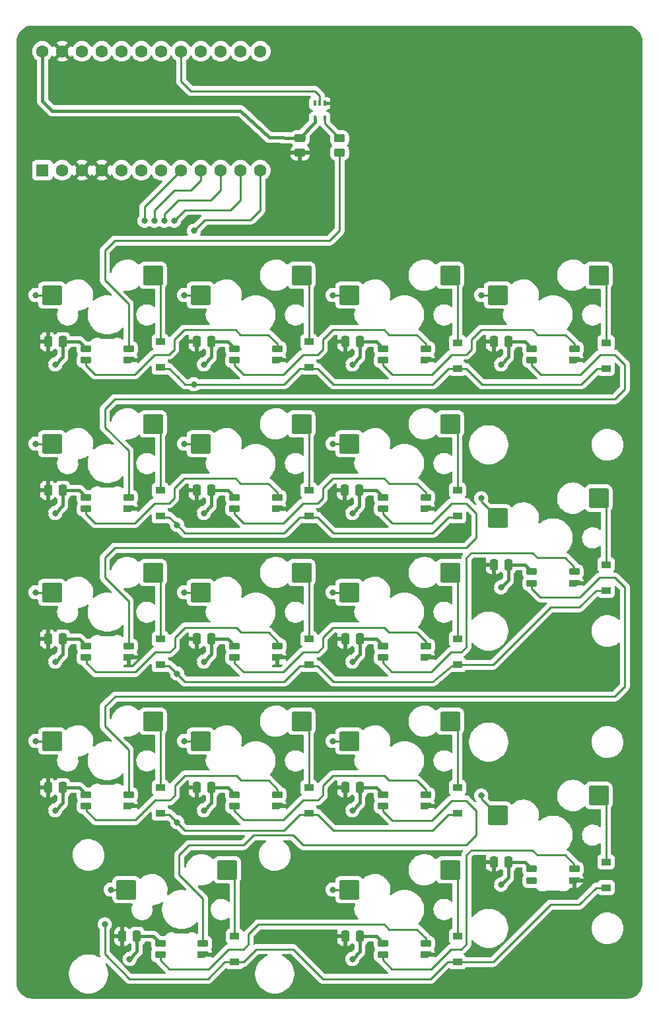
<source format=gbr>
%TF.GenerationSoftware,KiCad,Pcbnew,(6.0.10-0)*%
%TF.CreationDate,2023-02-04T09:28:37-08:00*%
%TF.ProjectId,ElephantKeyboard,456c6570-6861-46e7-944b-6579626f6172,rev?*%
%TF.SameCoordinates,Original*%
%TF.FileFunction,Copper,L2,Bot*%
%TF.FilePolarity,Positive*%
%FSLAX46Y46*%
G04 Gerber Fmt 4.6, Leading zero omitted, Abs format (unit mm)*
G04 Created by KiCad (PCBNEW (6.0.10-0)) date 2023-02-04 09:28:37*
%MOMM*%
%LPD*%
G01*
G04 APERTURE LIST*
G04 Aperture macros list*
%AMRoundRect*
0 Rectangle with rounded corners*
0 $1 Rounding radius*
0 $2 $3 $4 $5 $6 $7 $8 $9 X,Y pos of 4 corners*
0 Add a 4 corners polygon primitive as box body*
4,1,4,$2,$3,$4,$5,$6,$7,$8,$9,$2,$3,0*
0 Add four circle primitives for the rounded corners*
1,1,$1+$1,$2,$3*
1,1,$1+$1,$4,$5*
1,1,$1+$1,$6,$7*
1,1,$1+$1,$8,$9*
0 Add four rect primitives between the rounded corners*
20,1,$1+$1,$2,$3,$4,$5,0*
20,1,$1+$1,$4,$5,$6,$7,0*
20,1,$1+$1,$6,$7,$8,$9,0*
20,1,$1+$1,$8,$9,$2,$3,0*%
%AMFreePoly0*
4,1,18,-0.410000,0.593000,-0.403758,0.624380,-0.385983,0.650983,-0.359380,0.668758,-0.328000,0.675000,0.328000,0.675000,0.359380,0.668758,0.385983,0.650983,0.403758,0.624380,0.410000,0.593000,0.410000,-0.593000,0.403758,-0.624380,0.385983,-0.650983,0.359380,-0.668758,0.328000,-0.675000,0.000000,-0.675000,-0.410000,-0.265000,-0.410000,0.593000,-0.410000,0.593000,$1*%
G04 Aperture macros list end*
%TA.AperFunction,SMDPad,CuDef*%
%ADD10RoundRect,0.200000X-1.075000X-1.050000X1.075000X-1.050000X1.075000X1.050000X-1.075000X1.050000X0*%
%TD*%
%TA.AperFunction,ComponentPad*%
%ADD11R,1.600000X1.600000*%
%TD*%
%TA.AperFunction,ComponentPad*%
%ADD12C,1.600000*%
%TD*%
%TA.AperFunction,SMDPad,CuDef*%
%ADD13R,1.200000X0.900000*%
%TD*%
%TA.AperFunction,SMDPad,CuDef*%
%ADD14RoundRect,0.250000X0.250000X0.475000X-0.250000X0.475000X-0.250000X-0.475000X0.250000X-0.475000X0*%
%TD*%
%TA.AperFunction,SMDPad,CuDef*%
%ADD15RoundRect,0.082000X0.593000X-0.328000X0.593000X0.328000X-0.593000X0.328000X-0.593000X-0.328000X0*%
%TD*%
%TA.AperFunction,SMDPad,CuDef*%
%ADD16FreePoly0,90.000000*%
%TD*%
%TA.AperFunction,SMDPad,CuDef*%
%ADD17R,0.400000X0.650000*%
%TD*%
%TA.AperFunction,SMDPad,CuDef*%
%ADD18RoundRect,0.250000X-0.475000X0.250000X-0.475000X-0.250000X0.475000X-0.250000X0.475000X0.250000X0*%
%TD*%
%TA.AperFunction,SMDPad,CuDef*%
%ADD19RoundRect,0.250000X-0.450000X0.262500X-0.450000X-0.262500X0.450000X-0.262500X0.450000X0.262500X0*%
%TD*%
%TA.AperFunction,ViaPad*%
%ADD20C,0.800000*%
%TD*%
%TA.AperFunction,Conductor*%
%ADD21C,0.250000*%
%TD*%
%TA.AperFunction,Conductor*%
%ADD22C,0.400000*%
%TD*%
G04 APERTURE END LIST*
D10*
%TO.P,MX7,1,COL*%
%TO.N,COL2*%
X104103500Y-89662000D03*
%TO.P,MX7,2,ROW*%
%TO.N,Net-(MX7-Pad2)*%
X117030500Y-87122000D03*
%TD*%
%TO.P,MX10,1,COL*%
%TO.N,COL2*%
X104103500Y-108712000D03*
%TO.P,MX10,2,ROW*%
%TO.N,Net-(MX10-Pad2)*%
X117030500Y-106172000D03*
%TD*%
%TO.P,MX8,1,COL*%
%TO.N,COL0*%
X66003500Y-108712000D03*
%TO.P,MX8,2,ROW*%
%TO.N,Net-(D8-Pad2)*%
X78930500Y-106172000D03*
%TD*%
%TO.P,MX13,1,COL*%
%TO.N,COL1*%
X85053500Y-127762000D03*
%TO.P,MX13,2,ROW*%
%TO.N,Net-(D13-Pad2)*%
X97980500Y-125222000D03*
%TD*%
%TO.P,MX6,1,COL*%
%TO.N,COL1*%
X85053500Y-89662000D03*
%TO.P,MX6,2,ROW*%
%TO.N,Net-(MX6-Pad2)*%
X97980500Y-87122000D03*
%TD*%
%TO.P,MX17,1,COL*%
%TO.N,COL3*%
X123153500Y-137287000D03*
%TO.P,MX17,2,ROW*%
%TO.N,Net-(MX17-Pad2)*%
X136080500Y-134747000D03*
%TD*%
D11*
%TO.P,U1,1,TX*%
%TO.N,unconnected-(U1-Pad1)*%
X64770000Y-54610000D03*
D12*
%TO.P,U1,2,RX*%
%TO.N,unconnected-(U1-Pad2)*%
X67310000Y-54610000D03*
%TO.P,U1,3,GND*%
%TO.N,GND*%
X69850000Y-54610000D03*
%TO.P,U1,4,GND*%
X72390000Y-54610000D03*
%TO.P,U1,5,SCL*%
%TO.N,unconnected-(U1-Pad5)*%
X74930000Y-54610000D03*
%TO.P,U1,6,SDA*%
%TO.N,unconnected-(U1-Pad6)*%
X77470000Y-54610000D03*
%TO.P,U1,7,D4*%
%TO.N,unconnected-(U1-Pad7)*%
X80010000Y-54610000D03*
%TO.P,U1,8,C6*%
%TO.N,ROW4*%
X82550000Y-54610000D03*
%TO.P,U1,9,D7*%
%TO.N,ROW3*%
X85090000Y-54610000D03*
%TO.P,U1,10,E6*%
%TO.N,ROW2*%
X87630000Y-54610000D03*
%TO.P,U1,11,B4*%
%TO.N,ROW1*%
X90170000Y-54610000D03*
%TO.P,U1,12,B5*%
%TO.N,ROW0*%
X92710000Y-54610000D03*
%TO.P,U1,13,B6*%
%TO.N,COL3*%
X92710000Y-39370000D03*
%TO.P,U1,14,B2*%
%TO.N,COL2*%
X90170000Y-39370000D03*
%TO.P,U1,15,B3*%
%TO.N,COL1*%
X87630000Y-39370000D03*
%TO.P,U1,16,B1*%
%TO.N,COL0*%
X85090000Y-39370000D03*
%TO.P,U1,17,F7*%
%TO.N,RGB*%
X82550000Y-39370000D03*
%TO.P,U1,18,F6*%
%TO.N,unconnected-(U1-Pad18)*%
X80010000Y-39370000D03*
%TO.P,U1,19,F5*%
%TO.N,unconnected-(U1-Pad19)*%
X77470000Y-39370000D03*
%TO.P,U1,20,F4*%
%TO.N,unconnected-(U1-Pad20)*%
X74930000Y-39370000D03*
%TO.P,U1,21,VCC*%
%TO.N,unconnected-(U1-Pad21)*%
X72390000Y-39370000D03*
%TO.P,U1,22,RST*%
%TO.N,unconnected-(U1-Pad22)*%
X69850000Y-39370000D03*
%TO.P,U1,23,GND*%
%TO.N,GND*%
X67310000Y-39370000D03*
%TO.P,U1,24,RAW*%
%TO.N,+5V*%
X64770000Y-39370000D03*
%TD*%
D10*
%TO.P,MX11,1,COL*%
%TO.N,COL3*%
X123153500Y-99187000D03*
%TO.P,MX11,2,ROW*%
%TO.N,Net-(MX11-Pad2)*%
X136080500Y-96647000D03*
%TD*%
%TO.P,MX3,1,COL*%
%TO.N,COL2*%
X104103500Y-70612000D03*
%TO.P,MX3,2,ROW*%
%TO.N,Net-(MX3-Pad2)*%
X117030500Y-68072000D03*
%TD*%
%TO.P,MX5,1,COL*%
%TO.N,COL0*%
X66003500Y-89662000D03*
%TO.P,MX5,2,ROW*%
%TO.N,Net-(MX5-Pad2)*%
X78930500Y-87122000D03*
%TD*%
%TO.P,MX4,1,COL*%
%TO.N,COL3*%
X123153500Y-70612000D03*
%TO.P,MX4,2,ROW*%
%TO.N,Net-(D4-Pad2)*%
X136080500Y-68072000D03*
%TD*%
%TO.P,MX14,1,COL*%
%TO.N,COL2*%
X104103500Y-127762000D03*
%TO.P,MX14,2,ROW*%
%TO.N,Net-(MX14-Pad2)*%
X117030500Y-125222000D03*
%TD*%
%TO.P,MX2,1,COL*%
%TO.N,COL1*%
X85053500Y-70612000D03*
%TO.P,MX2,2,ROW*%
%TO.N,Net-(MX2-Pad2)*%
X97980500Y-68072000D03*
%TD*%
%TO.P,MX15,1,COL*%
%TO.N,COL1*%
X75528500Y-146812000D03*
%TO.P,MX15,2,ROW*%
%TO.N,Net-(D15-Pad2)*%
X88455500Y-144272000D03*
%TD*%
%TO.P,MX9,1,COL*%
%TO.N,COL1*%
X85053500Y-108712000D03*
%TO.P,MX9,2,ROW*%
%TO.N,Net-(D9-Pad2)*%
X97980500Y-106172000D03*
%TD*%
%TO.P,MX16,1,COL*%
%TO.N,COL2*%
X104103500Y-146812000D03*
%TO.P,MX16,2,ROW*%
%TO.N,Net-(MX16-Pad2)*%
X117030500Y-144272000D03*
%TD*%
%TO.P,MX12,1,COL*%
%TO.N,COL0*%
X66003500Y-127762000D03*
%TO.P,MX12,2,ROW*%
%TO.N,Net-(MX12-Pad2)*%
X78930500Y-125222000D03*
%TD*%
%TO.P,MX1,1,COL*%
%TO.N,COL0*%
X66003500Y-70612000D03*
%TO.P,MX1,2,ROW*%
%TO.N,Net-(D1-Pad2)*%
X78930500Y-68072000D03*
%TD*%
D13*
%TO.P,D13,1,K*%
%TO.N,ROW3*%
X98933000Y-137032000D03*
%TO.P,D13,2,A*%
%TO.N,Net-(D13-Pad2)*%
X98933000Y-133732000D03*
%TD*%
%TO.P,D11,1,K*%
%TO.N,ROW2*%
X137033000Y-108457000D03*
%TO.P,D11,2,A*%
%TO.N,Net-(MX11-Pad2)*%
X137033000Y-105157000D03*
%TD*%
D14*
%TO.P,C17,1*%
%TO.N,+5V*%
X124521000Y-143256000D03*
%TO.P,C17,2*%
%TO.N,GND*%
X122621000Y-143256000D03*
%TD*%
D15*
%TO.P,LED15,1,VDD*%
%TO.N,+5V*%
X79888500Y-153682000D03*
%TO.P,LED15,2,DOUT*%
%TO.N,Net-(LED15-Pad2)*%
X79888500Y-155182000D03*
%TO.P,LED15,3,DIN*%
%TO.N,RGB4*%
X85338500Y-153682000D03*
D16*
%TO.P,LED15,4,VSS*%
%TO.N,GND*%
X85338500Y-155182000D03*
%TD*%
D13*
%TO.P,D7,1,K*%
%TO.N,ROW1*%
X117983000Y-98932000D03*
%TO.P,D7,2,A*%
%TO.N,Net-(MX7-Pad2)*%
X117983000Y-95632000D03*
%TD*%
D14*
%TO.P,C11,1*%
%TO.N,+5V*%
X124521000Y-105156000D03*
%TO.P,C11,2*%
%TO.N,GND*%
X122621000Y-105156000D03*
%TD*%
D13*
%TO.P,D17,1,K*%
%TO.N,ROW4*%
X137033000Y-146557000D03*
%TO.P,D17,2,A*%
%TO.N,Net-(MX17-Pad2)*%
X137033000Y-143257000D03*
%TD*%
D15*
%TO.P,LED5,1,VDD*%
%TO.N,+5V*%
X70363500Y-96532000D03*
%TO.P,LED5,2,DOUT*%
%TO.N,Net-(LED6-Pad3)*%
X70363500Y-98032000D03*
%TO.P,LED5,3,DIN*%
%TO.N,RGB1*%
X75813500Y-96532000D03*
D16*
%TO.P,LED5,4,VSS*%
%TO.N,GND*%
X75813500Y-98032000D03*
%TD*%
D15*
%TO.P,LED3,1,VDD*%
%TO.N,+5V*%
X108463500Y-77482000D03*
%TO.P,LED3,2,DOUT*%
%TO.N,Net-(LED3-Pad2)*%
X108463500Y-78982000D03*
%TO.P,LED3,3,DIN*%
%TO.N,Net-(LED2-Pad2)*%
X113913500Y-77482000D03*
D16*
%TO.P,LED3,4,VSS*%
%TO.N,GND*%
X113913500Y-78982000D03*
%TD*%
D13*
%TO.P,D5,1,K*%
%TO.N,ROW1*%
X79883000Y-98932000D03*
%TO.P,D5,2,A*%
%TO.N,Net-(MX5-Pad2)*%
X79883000Y-95632000D03*
%TD*%
D15*
%TO.P,LED13,1,VDD*%
%TO.N,+5V*%
X89413500Y-134632000D03*
%TO.P,LED13,2,DOUT*%
%TO.N,Net-(LED13-Pad2)*%
X89413500Y-136132000D03*
%TO.P,LED13,3,DIN*%
%TO.N,Net-(LED12-Pad2)*%
X94863500Y-134632000D03*
D16*
%TO.P,LED13,4,VSS*%
%TO.N,GND*%
X94863500Y-136132000D03*
%TD*%
D13*
%TO.P,D6,1,K*%
%TO.N,ROW1*%
X98933000Y-98932000D03*
%TO.P,D6,2,A*%
%TO.N,Net-(MX6-Pad2)*%
X98933000Y-95632000D03*
%TD*%
D15*
%TO.P,LED17,1,VDD*%
%TO.N,+5V*%
X127513500Y-144157000D03*
%TO.P,LED17,2,DOUT*%
%TO.N,unconnected-(LED17-Pad2)*%
X127513500Y-145657000D03*
%TO.P,LED17,3,DIN*%
%TO.N,Net-(LED16-Pad2)*%
X132963500Y-144157000D03*
D16*
%TO.P,LED17,4,VSS*%
%TO.N,GND*%
X132963500Y-145657000D03*
%TD*%
D14*
%TO.P,C6,1*%
%TO.N,+5V*%
X86421000Y-95631000D03*
%TO.P,C6,2*%
%TO.N,GND*%
X84521000Y-95631000D03*
%TD*%
D13*
%TO.P,D3,1,K*%
%TO.N,ROW0*%
X117983000Y-80009000D03*
%TO.P,D3,2,A*%
%TO.N,Net-(MX3-Pad2)*%
X117983000Y-76709000D03*
%TD*%
%TO.P,D2,1,K*%
%TO.N,ROW0*%
X98933000Y-79882000D03*
%TO.P,D2,2,A*%
%TO.N,Net-(MX2-Pad2)*%
X98933000Y-76582000D03*
%TD*%
D15*
%TO.P,LED6,1,VDD*%
%TO.N,+5V*%
X89413500Y-96532000D03*
%TO.P,LED6,2,DOUT*%
%TO.N,Net-(LED6-Pad2)*%
X89413500Y-98032000D03*
%TO.P,LED6,3,DIN*%
%TO.N,Net-(LED6-Pad3)*%
X94863500Y-96532000D03*
D16*
%TO.P,LED6,4,VSS*%
%TO.N,GND*%
X94863500Y-98032000D03*
%TD*%
D14*
%TO.P,C1,1*%
%TO.N,+5V*%
X67371000Y-76581000D03*
%TO.P,C1,2*%
%TO.N,GND*%
X65471000Y-76581000D03*
%TD*%
D15*
%TO.P,LED16,1,VDD*%
%TO.N,+5V*%
X108463500Y-153682000D03*
%TO.P,LED16,2,DOUT*%
%TO.N,Net-(LED16-Pad2)*%
X108463500Y-155182000D03*
%TO.P,LED16,3,DIN*%
%TO.N,Net-(LED15-Pad2)*%
X113913500Y-153682000D03*
D16*
%TO.P,LED16,4,VSS*%
%TO.N,GND*%
X113913500Y-155182000D03*
%TD*%
D14*
%TO.P,C8,1*%
%TO.N,+5V*%
X67371000Y-114681000D03*
%TO.P,C8,2*%
%TO.N,GND*%
X65471000Y-114681000D03*
%TD*%
%TO.P,C16,1*%
%TO.N,+5V*%
X105471000Y-152781000D03*
%TO.P,C16,2*%
%TO.N,GND*%
X103571000Y-152781000D03*
%TD*%
D13*
%TO.P,D9,1,K*%
%TO.N,ROW2*%
X98933000Y-117982000D03*
%TO.P,D9,2,A*%
%TO.N,Net-(D9-Pad2)*%
X98933000Y-114682000D03*
%TD*%
D14*
%TO.P,C13,1*%
%TO.N,+5V*%
X86421000Y-133731000D03*
%TO.P,C13,2*%
%TO.N,GND*%
X84521000Y-133731000D03*
%TD*%
D15*
%TO.P,LED4,1,VDD*%
%TO.N,+5V*%
X127513500Y-77482000D03*
%TO.P,LED4,2,DOUT*%
%TO.N,RGB1*%
X127513500Y-78982000D03*
%TO.P,LED4,3,DIN*%
%TO.N,Net-(LED3-Pad2)*%
X132963500Y-77482000D03*
D16*
%TO.P,LED4,4,VSS*%
%TO.N,GND*%
X132963500Y-78982000D03*
%TD*%
D13*
%TO.P,D12,1,K*%
%TO.N,ROW3*%
X79883000Y-137032000D03*
%TO.P,D12,2,A*%
%TO.N,Net-(MX12-Pad2)*%
X79883000Y-133732000D03*
%TD*%
D15*
%TO.P,LED10,1,VDD*%
%TO.N,+5V*%
X108463500Y-115582000D03*
%TO.P,LED10,2,DOUT*%
%TO.N,Net-(LED10-Pad2)*%
X108463500Y-117082000D03*
%TO.P,LED10,3,DIN*%
%TO.N,Net-(LED10-Pad3)*%
X113913500Y-115582000D03*
D16*
%TO.P,LED10,4,VSS*%
%TO.N,GND*%
X113913500Y-117082000D03*
%TD*%
D14*
%TO.P,C2,1*%
%TO.N,+5V*%
X86421000Y-76581000D03*
%TO.P,C2,2*%
%TO.N,GND*%
X84521000Y-76581000D03*
%TD*%
D15*
%TO.P,LED9,1,VDD*%
%TO.N,+5V*%
X89413500Y-115582000D03*
%TO.P,LED9,2,DOUT*%
%TO.N,Net-(LED10-Pad3)*%
X89413500Y-117082000D03*
%TO.P,LED9,3,DIN*%
%TO.N,Net-(LED8-Pad2)*%
X94863500Y-115582000D03*
D16*
%TO.P,LED9,4,VSS*%
%TO.N,GND*%
X94863500Y-117082000D03*
%TD*%
D14*
%TO.P,C15,1*%
%TO.N,+5V*%
X76896000Y-152781000D03*
%TO.P,C15,2*%
%TO.N,GND*%
X74996000Y-152781000D03*
%TD*%
D15*
%TO.P,LED1,1,VDD*%
%TO.N,+5V*%
X70363500Y-77482000D03*
%TO.P,LED1,2,DOUT*%
%TO.N,Net-(LED1-Pad2)*%
X70363500Y-78982000D03*
%TO.P,LED1,3,DIN*%
%TO.N,RGB0*%
X75813500Y-77482000D03*
D16*
%TO.P,LED1,4,VSS*%
%TO.N,GND*%
X75813500Y-78982000D03*
%TD*%
D15*
%TO.P,LED12,1,VDD*%
%TO.N,+5V*%
X70363500Y-134632000D03*
%TO.P,LED12,2,DOUT*%
%TO.N,Net-(LED12-Pad2)*%
X70363500Y-136132000D03*
%TO.P,LED12,3,DIN*%
%TO.N,RGB3*%
X75813500Y-134632000D03*
D16*
%TO.P,LED12,4,VSS*%
%TO.N,GND*%
X75813500Y-136132000D03*
%TD*%
D13*
%TO.P,D15,1,K*%
%TO.N,ROW4*%
X89408000Y-156082000D03*
%TO.P,D15,2,A*%
%TO.N,Net-(D15-Pad2)*%
X89408000Y-152782000D03*
%TD*%
D14*
%TO.P,C14,1*%
%TO.N,+5V*%
X105471000Y-133731000D03*
%TO.P,C14,2*%
%TO.N,GND*%
X103571000Y-133731000D03*
%TD*%
D15*
%TO.P,LED14,1,VDD*%
%TO.N,+5V*%
X108463500Y-134632000D03*
%TO.P,LED14,2,DOUT*%
%TO.N,RGB4*%
X108463500Y-136132000D03*
%TO.P,LED14,3,DIN*%
%TO.N,Net-(LED13-Pad2)*%
X113913500Y-134632000D03*
D16*
%TO.P,LED14,4,VSS*%
%TO.N,GND*%
X113913500Y-136132000D03*
%TD*%
D17*
%TO.P,U2,1,NC*%
%TO.N,unconnected-(U2-Pad1)*%
X99680000Y-46040000D03*
%TO.P,U2,2,A*%
%TO.N,RGB*%
X100330000Y-46040000D03*
%TO.P,U2,3,GND*%
%TO.N,GND*%
X100980000Y-46040000D03*
%TO.P,U2,4,Y*%
%TO.N,Net-(U2-Pad4)*%
X100980000Y-47940000D03*
%TO.P,U2,5,VCC*%
%TO.N,+5V*%
X99680000Y-47940000D03*
%TD*%
D18*
%TO.P,C18,1*%
%TO.N,+5V*%
X97790000Y-50485000D03*
%TO.P,C18,2*%
%TO.N,GND*%
X97790000Y-52385000D03*
%TD*%
D14*
%TO.P,C10,1*%
%TO.N,+5V*%
X105471000Y-114681000D03*
%TO.P,C10,2*%
%TO.N,GND*%
X103571000Y-114681000D03*
%TD*%
%TO.P,C9,1*%
%TO.N,+5V*%
X86421000Y-114681000D03*
%TO.P,C9,2*%
%TO.N,GND*%
X84521000Y-114681000D03*
%TD*%
%TO.P,C5,1*%
%TO.N,+5V*%
X67371000Y-95631000D03*
%TO.P,C5,2*%
%TO.N,GND*%
X65471000Y-95631000D03*
%TD*%
D15*
%TO.P,LED8,1,VDD*%
%TO.N,+5V*%
X70363500Y-115582000D03*
%TO.P,LED8,2,DOUT*%
%TO.N,Net-(LED8-Pad2)*%
X70363500Y-117082000D03*
%TO.P,LED8,3,DIN*%
%TO.N,RGB2*%
X75813500Y-115582000D03*
D16*
%TO.P,LED8,4,VSS*%
%TO.N,GND*%
X75813500Y-117082000D03*
%TD*%
D14*
%TO.P,C3,1*%
%TO.N,+5V*%
X105471000Y-76581000D03*
%TO.P,C3,2*%
%TO.N,GND*%
X103571000Y-76581000D03*
%TD*%
D13*
%TO.P,D14,1,K*%
%TO.N,ROW3*%
X117983000Y-137032000D03*
%TO.P,D14,2,A*%
%TO.N,Net-(MX14-Pad2)*%
X117983000Y-133732000D03*
%TD*%
D14*
%TO.P,C4,1*%
%TO.N,+5V*%
X124521000Y-76581000D03*
%TO.P,C4,2*%
%TO.N,GND*%
X122621000Y-76581000D03*
%TD*%
%TO.P,C7,1*%
%TO.N,+5V*%
X105410000Y-95631000D03*
%TO.P,C7,2*%
%TO.N,GND*%
X103510000Y-95631000D03*
%TD*%
D13*
%TO.P,D8,1,K*%
%TO.N,ROW2*%
X79883000Y-117982000D03*
%TO.P,D8,2,A*%
%TO.N,Net-(D8-Pad2)*%
X79883000Y-114682000D03*
%TD*%
D19*
%TO.P,R1,1*%
%TO.N,Net-(U2-Pad4)*%
X102870000Y-50522500D03*
%TO.P,R1,2*%
%TO.N,RGB0*%
X102870000Y-52347500D03*
%TD*%
D15*
%TO.P,LED7,1,VDD*%
%TO.N,+5V*%
X108463500Y-96532000D03*
%TO.P,LED7,2,DOUT*%
%TO.N,RGB2*%
X108463500Y-98032000D03*
%TO.P,LED7,3,DIN*%
%TO.N,Net-(LED6-Pad2)*%
X113913500Y-96532000D03*
D16*
%TO.P,LED7,4,VSS*%
%TO.N,GND*%
X113913500Y-98032000D03*
%TD*%
D13*
%TO.P,D4,1,K*%
%TO.N,ROW0*%
X137033000Y-80009000D03*
%TO.P,D4,2,A*%
%TO.N,Net-(D4-Pad2)*%
X137033000Y-76709000D03*
%TD*%
%TO.P,D1,1,K*%
%TO.N,ROW0*%
X79883000Y-79882000D03*
%TO.P,D1,2,A*%
%TO.N,Net-(D1-Pad2)*%
X79883000Y-76582000D03*
%TD*%
D15*
%TO.P,LED2,1,VDD*%
%TO.N,+5V*%
X89413500Y-77482000D03*
%TO.P,LED2,2,DOUT*%
%TO.N,Net-(LED2-Pad2)*%
X89413500Y-78982000D03*
%TO.P,LED2,3,DIN*%
%TO.N,Net-(LED1-Pad2)*%
X94863500Y-77482000D03*
D16*
%TO.P,LED2,4,VSS*%
%TO.N,GND*%
X94863500Y-78982000D03*
%TD*%
D15*
%TO.P,LED11,1,VDD*%
%TO.N,+5V*%
X127513500Y-106057000D03*
%TO.P,LED11,2,DOUT*%
%TO.N,RGB3*%
X127513500Y-107557000D03*
%TO.P,LED11,3,DIN*%
%TO.N,Net-(LED10-Pad2)*%
X132963500Y-106057000D03*
D16*
%TO.P,LED11,4,VSS*%
%TO.N,GND*%
X132963500Y-107557000D03*
%TD*%
D13*
%TO.P,D10,1,K*%
%TO.N,ROW2*%
X117983000Y-117982000D03*
%TO.P,D10,2,A*%
%TO.N,Net-(MX10-Pad2)*%
X117983000Y-114682000D03*
%TD*%
D14*
%TO.P,C12,1*%
%TO.N,+5V*%
X67371000Y-133731000D03*
%TO.P,C12,2*%
%TO.N,GND*%
X65471000Y-133731000D03*
%TD*%
D13*
%TO.P,D16,1,K*%
%TO.N,ROW4*%
X117983000Y-156082000D03*
%TO.P,D16,2,A*%
%TO.N,Net-(MX16-Pad2)*%
X117983000Y-152782000D03*
%TD*%
D20*
%TO.N,GND*%
X115824000Y-153035000D03*
X134874000Y-143510000D03*
X96901000Y-95885000D03*
X87503000Y-137922000D03*
X115824000Y-133985000D03*
X87757000Y-80772000D03*
X103251000Y-98552000D03*
X122301000Y-79502000D03*
X96901000Y-133985000D03*
X77851000Y-100711000D03*
X103251000Y-79502000D03*
X125984000Y-109347000D03*
X77851000Y-133985000D03*
X77851000Y-119761000D03*
X77851000Y-81661000D03*
X77851000Y-114935000D03*
X84201000Y-98552000D03*
X135001000Y-76962000D03*
X115951000Y-95885000D03*
X134874000Y-105410000D03*
X103251000Y-136652000D03*
X103251000Y-156972000D03*
X103251000Y-117602000D03*
X87757000Y-99822000D03*
X77851000Y-95885000D03*
X84201000Y-136652000D03*
X115824000Y-114935000D03*
X106680000Y-118872000D03*
X96774000Y-114935000D03*
X73914000Y-139065000D03*
X106680000Y-80772000D03*
X87249000Y-153035000D03*
X125857000Y-80772000D03*
X68961000Y-151892000D03*
X106807000Y-137922000D03*
X115824000Y-76962000D03*
X122301000Y-146177000D03*
X84201000Y-117602000D03*
X87757000Y-118872000D03*
X65151000Y-98552000D03*
X106807000Y-99822000D03*
X65151000Y-117602000D03*
X78613000Y-151257000D03*
X65151000Y-79502000D03*
X122301000Y-108077000D03*
X107696000Y-156972000D03*
X77851000Y-76835000D03*
X65151000Y-136652000D03*
X96901000Y-76835000D03*
%TO.N,ROW0*%
X84201000Y-82042000D03*
X84201000Y-62357000D03*
%TO.N,ROW1*%
X81661000Y-61087000D03*
X82042000Y-100076000D03*
%TO.N,ROW2*%
X80391000Y-61087000D03*
X82042000Y-119126000D03*
%TO.N,ROW3*%
X79121000Y-61087000D03*
X82042000Y-138176000D03*
%TO.N,ROW4*%
X72771000Y-151257000D03*
X77851000Y-61087000D03*
%TO.N,+5V*%
X66421000Y-79502000D03*
X104521000Y-117602000D03*
X104521000Y-155702000D03*
X75946000Y-155702000D03*
X123571000Y-79502000D03*
X85471000Y-136652000D03*
X123571000Y-108077000D03*
X104521000Y-79502000D03*
X66421000Y-136652000D03*
X85471000Y-79502000D03*
X104521000Y-136652000D03*
X66421000Y-117602000D03*
X85471000Y-117602000D03*
X104521000Y-98552000D03*
X123571000Y-146177000D03*
X85471000Y-98552000D03*
X66421000Y-98552000D03*
%TO.N,COL0*%
X63881000Y-108712000D03*
X63881000Y-89662000D03*
X63881000Y-127762000D03*
X63881000Y-70612000D03*
%TO.N,COL1*%
X82931000Y-70612000D03*
X73533000Y-146812000D03*
X82931000Y-89662000D03*
X82931000Y-108712000D03*
X82931000Y-127762000D03*
%TO.N,COL2*%
X101981000Y-89662000D03*
X101981000Y-70612000D03*
X101981000Y-146812000D03*
X101981000Y-127762000D03*
X101981000Y-108712000D03*
%TO.N,COL3*%
X121031000Y-96647000D03*
X121031000Y-70612000D03*
X121031000Y-134747000D03*
%TD*%
D21*
%TO.N,ROW0*%
X119125000Y-80009000D02*
X121158000Y-82042000D01*
X121158000Y-82042000D02*
X133858000Y-82042000D01*
X85598000Y-60960000D02*
X91440000Y-60960000D01*
X100075000Y-80009000D02*
X102108000Y-82042000D01*
X117983000Y-80009000D02*
X119125000Y-80009000D01*
X95758000Y-82042000D02*
X97790000Y-80009000D01*
X98933000Y-80009000D02*
X100075000Y-80009000D01*
X102108000Y-82042000D02*
X114808000Y-82042000D01*
X114808000Y-82042000D02*
X116840000Y-80009000D01*
X83058000Y-82042000D02*
X95758000Y-82042000D01*
X79883000Y-80009000D02*
X81025000Y-80009000D01*
X84201000Y-62357000D02*
X85598000Y-60960000D01*
X133858000Y-82042000D02*
X135890000Y-80009000D01*
X97790000Y-80009000D02*
X98933000Y-80009000D01*
X81025000Y-80009000D02*
X82105500Y-81089500D01*
X91440000Y-60960000D02*
X92710000Y-59690000D01*
X116840000Y-80009000D02*
X117983000Y-80009000D01*
X135890000Y-80009000D02*
X137033000Y-80009000D01*
X82105500Y-81089500D02*
X83058000Y-82042000D01*
X92710000Y-59690000D02*
X92710000Y-54610000D01*
%TO.N,Net-(D1-Pad2)*%
X79883000Y-69024500D02*
X78930500Y-68072000D01*
X79883000Y-76582000D02*
X79883000Y-69024500D01*
%TO.N,Net-(MX2-Pad2)*%
X98933000Y-76582000D02*
X98933000Y-69024500D01*
X98933000Y-69024500D02*
X97980500Y-68072000D01*
%TO.N,Net-(MX3-Pad2)*%
X117983000Y-69024500D02*
X117030500Y-68072000D01*
X117983000Y-76709000D02*
X117983000Y-69024500D01*
%TO.N,Net-(D4-Pad2)*%
X137033000Y-76709000D02*
X137033000Y-69024500D01*
X137033000Y-69024500D02*
X136080500Y-68072000D01*
%TO.N,ROW1*%
X81661000Y-99695000D02*
X83058000Y-101092000D01*
X116840000Y-99059000D02*
X117983000Y-99059000D01*
X102108000Y-101092000D02*
X114808000Y-101092000D01*
X114808000Y-101092000D02*
X116840000Y-99059000D01*
X90170000Y-58420000D02*
X90170000Y-54610000D01*
X83058000Y-59690000D02*
X88900000Y-59690000D01*
X88900000Y-59690000D02*
X90170000Y-58420000D01*
X81661000Y-61087000D02*
X83058000Y-59690000D01*
X100075000Y-99059000D02*
X102108000Y-101092000D01*
X83058000Y-101092000D02*
X95758000Y-101092000D01*
X95758000Y-101092000D02*
X97790000Y-99059000D01*
X98933000Y-99059000D02*
X100075000Y-99059000D01*
X79883000Y-99059000D02*
X81025000Y-99059000D01*
X97790000Y-99059000D02*
X98933000Y-99059000D01*
X81025000Y-99059000D02*
X81661000Y-99695000D01*
%TO.N,Net-(MX5-Pad2)*%
X79883000Y-95632000D02*
X79883000Y-88074500D01*
X79883000Y-88074500D02*
X78930500Y-87122000D01*
%TO.N,Net-(MX6-Pad2)*%
X98933000Y-88074500D02*
X97980500Y-87122000D01*
X98933000Y-95632000D02*
X98933000Y-88074500D01*
%TO.N,Net-(MX7-Pad2)*%
X117983000Y-95632000D02*
X117983000Y-88074500D01*
X117983000Y-88074500D02*
X117030500Y-87122000D01*
%TO.N,ROW2*%
X135763000Y-108457000D02*
X137033000Y-108457000D01*
X129921000Y-110617000D02*
X133604000Y-110617000D01*
X117221000Y-118110000D02*
X117983000Y-118109000D01*
X117983000Y-117982000D02*
X122556000Y-117982000D01*
X87630000Y-57150000D02*
X87630000Y-54610000D01*
X83058000Y-120142000D02*
X95758000Y-120142000D01*
X100075000Y-118109000D02*
X102108000Y-120142000D01*
X79883000Y-118109000D02*
X81025000Y-118109000D01*
X80391000Y-61087000D02*
X80391000Y-60198000D01*
X82042000Y-119126000D02*
X83058000Y-120142000D01*
X133604000Y-110617000D02*
X135763000Y-108457000D01*
X114808000Y-120142000D02*
X117221000Y-118110000D01*
X122556000Y-117982000D02*
X129921000Y-110617000D01*
X82169000Y-58420000D02*
X86360000Y-58420000D01*
X86360000Y-58420000D02*
X87630000Y-57150000D01*
X81025000Y-118109000D02*
X82042000Y-119126000D01*
X97790000Y-118109000D02*
X100075000Y-118109000D01*
X102108000Y-120142000D02*
X114808000Y-120142000D01*
X80391000Y-60198000D02*
X82169000Y-58420000D01*
X95758000Y-120142000D02*
X97790000Y-118109000D01*
%TO.N,Net-(D8-Pad2)*%
X79883000Y-114682000D02*
X79883000Y-107124500D01*
X79883000Y-107124500D02*
X78930500Y-106172000D01*
%TO.N,Net-(D9-Pad2)*%
X98933000Y-107124500D02*
X97980500Y-106172000D01*
X98933000Y-114682000D02*
X98933000Y-107124500D01*
%TO.N,Net-(MX10-Pad2)*%
X117983000Y-107124500D02*
X117030500Y-106172000D01*
X117983000Y-114682000D02*
X117983000Y-107124500D01*
%TO.N,Net-(MX11-Pad2)*%
X137033000Y-105157000D02*
X137033000Y-97599500D01*
X137033000Y-97599500D02*
X136080500Y-96647000D01*
%TO.N,ROW3*%
X81025000Y-137159000D02*
X82042000Y-138176000D01*
X79121000Y-59690000D02*
X81661000Y-57150000D01*
X98933000Y-137159000D02*
X100075000Y-137159000D01*
X100075000Y-137159000D02*
X102108000Y-139192000D01*
X81661000Y-57150000D02*
X83820000Y-57150000D01*
X83820000Y-57150000D02*
X85090000Y-55880000D01*
X79883000Y-137159000D02*
X81025000Y-137159000D01*
X114808000Y-139192000D02*
X116840000Y-137159000D01*
X83058000Y-139192000D02*
X95758000Y-139192000D01*
X85090000Y-55880000D02*
X85090000Y-54610000D01*
X82042000Y-138176000D02*
X83058000Y-139192000D01*
X79121000Y-61087000D02*
X79121000Y-59690000D01*
X116840000Y-137159000D02*
X117983000Y-137159000D01*
X97790000Y-137159000D02*
X98933000Y-137159000D01*
X102108000Y-139192000D02*
X114808000Y-139192000D01*
X95758000Y-139192000D02*
X97790000Y-137159000D01*
%TO.N,Net-(MX12-Pad2)*%
X79883000Y-126174500D02*
X78930500Y-125222000D01*
X79883000Y-133732000D02*
X79883000Y-126174500D01*
%TO.N,Net-(D13-Pad2)*%
X98933000Y-126174500D02*
X97980500Y-125222000D01*
X98933000Y-133732000D02*
X98933000Y-126174500D01*
%TO.N,Net-(MX14-Pad2)*%
X117983000Y-133732000D02*
X117983000Y-126174500D01*
X117983000Y-126174500D02*
X117030500Y-125222000D01*
%TO.N,ROW4*%
X85979000Y-158242000D02*
X75946000Y-158242000D01*
X75946000Y-158242000D02*
X72771000Y-155067000D01*
X135763000Y-146557000D02*
X137033000Y-146557000D01*
X72771000Y-151257000D02*
X72771000Y-155067000D01*
X77851000Y-61087000D02*
X77851000Y-59309000D01*
X117983000Y-156082000D02*
X122556000Y-156082000D01*
X88139000Y-156082000D02*
X85979000Y-158242000D01*
X114554000Y-158242000D02*
X116714000Y-156082000D01*
X122556000Y-156082000D02*
X129921000Y-148717000D01*
X90552000Y-156082000D02*
X92202000Y-154432000D01*
X96901000Y-154432000D02*
X100711000Y-158242000D01*
X89408000Y-156082000D02*
X90552000Y-156082000D01*
X116714000Y-156082000D02*
X117983000Y-156082000D01*
X77851000Y-59309000D02*
X82550000Y-54610000D01*
X129921000Y-148717000D02*
X133604000Y-148717000D01*
X100711000Y-158242000D02*
X114554000Y-158242000D01*
X89408000Y-156082000D02*
X88139000Y-156082000D01*
X92202000Y-154432000D02*
X96901000Y-154432000D01*
X133604000Y-148717000D02*
X135763000Y-146557000D01*
%TO.N,Net-(D15-Pad2)*%
X89408000Y-152782000D02*
X89408000Y-145224500D01*
X89408000Y-145224500D02*
X88455500Y-144272000D01*
%TO.N,Net-(MX16-Pad2)*%
X117983000Y-145224500D02*
X117030500Y-144272000D01*
X117983000Y-152782000D02*
X117983000Y-145224500D01*
%TO.N,Net-(MX17-Pad2)*%
X137033000Y-135699500D02*
X136080500Y-134747000D01*
X137033000Y-143257000D02*
X137033000Y-135699500D01*
D22*
%TO.N,+5V*%
X76896000Y-152781000D02*
X78987500Y-152781000D01*
X105471000Y-116652000D02*
X105471000Y-114681000D01*
X66040000Y-46990000D02*
X64770000Y-45720000D01*
X69462500Y-133731000D02*
X70363500Y-134632000D01*
X126612500Y-105156000D02*
X127513500Y-106057000D01*
X124521000Y-107127000D02*
X124521000Y-105156000D01*
X104521000Y-136652000D02*
X105471000Y-135702000D01*
X107562500Y-114681000D02*
X108463500Y-115582000D01*
X104521000Y-155702000D02*
X105471000Y-154752000D01*
X69462500Y-95631000D02*
X70363500Y-96532000D01*
X104521000Y-98552000D02*
X105410000Y-97663000D01*
X86421000Y-78552000D02*
X86421000Y-76581000D01*
X124521000Y-105156000D02*
X126612500Y-105156000D01*
X126612500Y-76581000D02*
X127513500Y-77482000D01*
X66421000Y-136652000D02*
X67371000Y-135702000D01*
X107562500Y-76581000D02*
X108463500Y-77482000D01*
X86421000Y-116652000D02*
X86421000Y-114681000D01*
X67371000Y-114681000D02*
X69462500Y-114681000D01*
X67371000Y-95631000D02*
X69462500Y-95631000D01*
X105471000Y-133731000D02*
X107562500Y-133731000D01*
X105471000Y-154752000D02*
X105471000Y-152781000D01*
X104521000Y-79502000D02*
X105471000Y-78552000D01*
X93853000Y-50419000D02*
X90170000Y-46990000D01*
X88512500Y-76581000D02*
X89413500Y-77482000D01*
X124521000Y-76581000D02*
X126612500Y-76581000D01*
X105471000Y-76581000D02*
X107562500Y-76581000D01*
X105471000Y-135702000D02*
X105471000Y-133731000D01*
X97790000Y-50485000D02*
X93853000Y-50419000D01*
X107562500Y-133731000D02*
X108463500Y-134632000D01*
X67371000Y-76581000D02*
X69462500Y-76581000D01*
X99680000Y-48468000D02*
X97790000Y-50485000D01*
X67371000Y-133731000D02*
X69462500Y-133731000D01*
X90170000Y-46990000D02*
X66040000Y-46990000D01*
X86421000Y-114681000D02*
X88512500Y-114681000D01*
X66421000Y-117602000D02*
X67371000Y-116652000D01*
X124521000Y-145227000D02*
X124521000Y-143256000D01*
X78987500Y-152781000D02*
X79888500Y-153682000D01*
X86421000Y-133731000D02*
X88512500Y-133731000D01*
X86421000Y-135702000D02*
X86421000Y-133731000D01*
X105471000Y-78552000D02*
X105471000Y-76581000D01*
X67371000Y-97602000D02*
X67371000Y-95631000D01*
X67371000Y-116652000D02*
X67371000Y-114681000D01*
X123571000Y-146177000D02*
X124521000Y-145227000D01*
X85471000Y-79502000D02*
X86421000Y-78552000D01*
X66421000Y-79502000D02*
X67371000Y-78552000D01*
X126612500Y-143256000D02*
X127513500Y-144157000D01*
X86421000Y-76581000D02*
X88512500Y-76581000D01*
X123571000Y-79502000D02*
X124521000Y-78552000D01*
X88512500Y-114681000D02*
X89413500Y-115582000D01*
X88512500Y-133731000D02*
X89413500Y-134632000D01*
X104521000Y-117602000D02*
X105471000Y-116652000D01*
X105471000Y-114681000D02*
X107562500Y-114681000D01*
X107562500Y-152781000D02*
X108463500Y-153682000D01*
X64770000Y-45720000D02*
X64770000Y-39370000D01*
X69462500Y-114681000D02*
X70363500Y-115582000D01*
X86421000Y-95631000D02*
X88512500Y-95631000D01*
X75946000Y-155702000D02*
X76896000Y-154752000D01*
X67371000Y-78552000D02*
X67371000Y-76581000D01*
X107562500Y-95631000D02*
X108463500Y-96532000D01*
X88512500Y-95631000D02*
X89413500Y-96532000D01*
X123571000Y-108077000D02*
X124521000Y-107127000D01*
X66421000Y-98552000D02*
X67371000Y-97602000D01*
X69462500Y-76581000D02*
X70363500Y-77482000D01*
X99680000Y-47940000D02*
X99680000Y-48468000D01*
X105410000Y-95631000D02*
X107562500Y-95631000D01*
X86421000Y-97602000D02*
X86421000Y-95631000D01*
X105410000Y-97663000D02*
X105410000Y-95631000D01*
X124521000Y-143256000D02*
X126612500Y-143256000D01*
X124521000Y-78552000D02*
X124521000Y-76581000D01*
X76896000Y-154752000D02*
X76896000Y-152781000D01*
X85471000Y-98552000D02*
X86421000Y-97602000D01*
X85471000Y-117602000D02*
X86421000Y-116652000D01*
X85471000Y-136652000D02*
X86421000Y-135702000D01*
X67371000Y-135702000D02*
X67371000Y-133731000D01*
X105471000Y-152781000D02*
X107562500Y-152781000D01*
D21*
%TO.N,Net-(LED1-Pad2)*%
X82931000Y-75057000D02*
X89535000Y-75057000D01*
X89535000Y-75057000D02*
X90170000Y-75692000D01*
X90170000Y-75692000D02*
X93726000Y-75692000D01*
X93726000Y-75692000D02*
X94863500Y-76829500D01*
X70363500Y-78982000D02*
X70363500Y-79629000D01*
X76581000Y-80772000D02*
X79121000Y-78232000D01*
X70363500Y-79629000D02*
X71501000Y-80772000D01*
X81661000Y-76327000D02*
X82931000Y-75057000D01*
X71501000Y-80772000D02*
X76581000Y-80772000D01*
X94863500Y-76829500D02*
X94863500Y-77482000D01*
X79121000Y-78232000D02*
X81026000Y-78232000D01*
X81026000Y-78232000D02*
X81661000Y-77597000D01*
X81661000Y-77597000D02*
X81661000Y-76327000D01*
%TO.N,RGB0*%
X101600000Y-63627000D02*
X102870000Y-62357000D01*
X102870000Y-62357000D02*
X102870000Y-52347500D01*
X75819000Y-72521367D02*
X75819000Y-71755000D01*
X72771000Y-64897000D02*
X74041000Y-63627000D01*
X74041000Y-63627000D02*
X101600000Y-63627000D01*
X72771000Y-68707000D02*
X72771000Y-64897000D01*
X75819000Y-71755000D02*
X72771000Y-68707000D01*
X75813500Y-77482000D02*
X75813500Y-72526867D01*
X75813500Y-72526867D02*
X75819000Y-72521367D01*
%TO.N,Net-(LED2-Pad2)*%
X101981000Y-75057000D02*
X108585000Y-75057000D01*
X112776000Y-75692000D02*
X113913500Y-76829500D01*
X98171000Y-78232000D02*
X100076000Y-78232000D01*
X89413500Y-79629000D02*
X90551000Y-80772000D01*
X100076000Y-78232000D02*
X100711000Y-77597000D01*
X109220000Y-75692000D02*
X112776000Y-75692000D01*
X89413500Y-78982000D02*
X89413500Y-79629000D01*
X100711000Y-76327000D02*
X101981000Y-75057000D01*
X95631000Y-80772000D02*
X98171000Y-78232000D01*
X113913500Y-76829500D02*
X113913500Y-77482000D01*
X108585000Y-75057000D02*
X109220000Y-75692000D01*
X100711000Y-77597000D02*
X100711000Y-76327000D01*
X90551000Y-80772000D02*
X95631000Y-80772000D01*
%TO.N,RGB1*%
X127513500Y-79629000D02*
X127513500Y-78982000D01*
X72771000Y-85217000D02*
X74041000Y-83947000D01*
X139446000Y-82677000D02*
X139446000Y-79502000D01*
X138176000Y-78232000D02*
X136271000Y-78232000D01*
X75808000Y-96312750D02*
X75808000Y-90580250D01*
X139446000Y-79502000D02*
X138176000Y-78232000D01*
X75808000Y-90580250D02*
X72765500Y-87537750D01*
X136271000Y-78232000D02*
X133731000Y-80772000D01*
X133731000Y-80772000D02*
X128651000Y-80772000D01*
X72765500Y-87537750D02*
X72771000Y-85217000D01*
X128651000Y-80772000D02*
X127513500Y-79629000D01*
X74041000Y-83947000D02*
X138176000Y-83947000D01*
X138176000Y-83947000D02*
X139446000Y-82677000D01*
%TO.N,Net-(LED6-Pad3)*%
X81026000Y-97282000D02*
X81661000Y-96647000D01*
X94863500Y-95879500D02*
X94863500Y-96532000D01*
X70363500Y-98032000D02*
X70363500Y-98679000D01*
X76581000Y-99822000D02*
X79121000Y-97282000D01*
X79121000Y-97282000D02*
X81026000Y-97282000D01*
X81661000Y-95377000D02*
X82931000Y-94107000D01*
X90170000Y-94742000D02*
X93726000Y-94742000D01*
X89535000Y-94107000D02*
X90170000Y-94742000D01*
X81661000Y-96647000D02*
X81661000Y-95377000D01*
X71501000Y-99822000D02*
X76581000Y-99822000D01*
X93726000Y-94742000D02*
X94863500Y-95879500D01*
X82931000Y-94107000D02*
X89535000Y-94107000D01*
X70363500Y-98679000D02*
X71501000Y-99822000D01*
%TO.N,Net-(LED6-Pad2)*%
X90551000Y-99822000D02*
X95631000Y-99822000D01*
X98171000Y-97282000D02*
X100076000Y-97282000D01*
X101981000Y-94107000D02*
X108585000Y-94107000D01*
X108585000Y-94107000D02*
X109220000Y-94742000D01*
X89413500Y-98679000D02*
X90551000Y-99822000D01*
X100711000Y-96647000D02*
X100711000Y-95377000D01*
X95631000Y-99822000D02*
X98171000Y-97282000D01*
X113913500Y-95879500D02*
X113913500Y-96532000D01*
X109220000Y-94742000D02*
X112776000Y-94742000D01*
X100711000Y-95377000D02*
X101981000Y-94107000D01*
X100076000Y-97282000D02*
X100711000Y-96647000D01*
X112776000Y-94742000D02*
X113913500Y-95879500D01*
X89413500Y-98032000D02*
X89413500Y-98679000D01*
%TO.N,RGB2*%
X74041000Y-102997000D02*
X72771000Y-104267000D01*
X108463500Y-98032000D02*
X108463500Y-98679000D01*
X117221000Y-97282000D02*
X119126000Y-97282000D01*
X119126000Y-102997000D02*
X74041000Y-102997000D01*
X108463500Y-98679000D02*
X109601000Y-99822000D01*
X72771000Y-106807000D02*
X75813500Y-109849500D01*
X72771000Y-104267000D02*
X72771000Y-106807000D01*
X109601000Y-99822000D02*
X114681000Y-99822000D01*
X114681000Y-99822000D02*
X117221000Y-97282000D01*
X119126000Y-97282000D02*
X120396000Y-98552000D01*
X120396000Y-101727000D02*
X119126000Y-102997000D01*
X120396000Y-98552000D02*
X120396000Y-101727000D01*
X75813500Y-109849500D02*
X75813500Y-115582000D01*
%TO.N,Net-(LED10-Pad2)*%
X132931750Y-105404500D02*
X132931750Y-106057000D01*
X128238250Y-104267000D02*
X131794250Y-104267000D01*
X117157500Y-116332000D02*
X118491000Y-116332000D01*
X109537500Y-118872000D02*
X114617500Y-118872000D01*
X127603250Y-103632000D02*
X128238250Y-104267000D01*
X118491000Y-116332000D02*
X119126000Y-115697000D01*
X114617500Y-118872000D02*
X117157500Y-116332000D01*
X108400000Y-117082000D02*
X108400000Y-117729000D01*
X119126000Y-115697000D02*
X119126000Y-104267000D01*
X131794250Y-104267000D02*
X132931750Y-105404500D01*
X108400000Y-117729000D02*
X109537500Y-118872000D01*
X119761000Y-103632000D02*
X127603250Y-103632000D01*
X119126000Y-104267000D02*
X119761000Y-103632000D01*
%TO.N,RGB3*%
X72771000Y-125857000D02*
X75813500Y-128899500D01*
X139446000Y-108077000D02*
X139446000Y-120777000D01*
X133667500Y-109347000D02*
X136207500Y-106807000D01*
X128587500Y-109347000D02*
X133667500Y-109347000D01*
X75813500Y-128899500D02*
X75813500Y-134632000D01*
X139446000Y-120777000D02*
X138176000Y-122047000D01*
X127450000Y-108204000D02*
X128587500Y-109347000D01*
X136207500Y-106807000D02*
X138112500Y-106807000D01*
X74168000Y-122047000D02*
X72771000Y-123317000D01*
X138112500Y-106807000D02*
X139446000Y-108077000D01*
X72771000Y-123317000D02*
X72771000Y-125857000D01*
X127450000Y-107557000D02*
X127450000Y-108204000D01*
X138176000Y-122047000D02*
X74168000Y-122047000D01*
%TO.N,Net-(LED12-Pad2)*%
X71564500Y-137910000D02*
X76644500Y-137910000D01*
X94927000Y-133967500D02*
X94927000Y-134620000D01*
X82994500Y-132195000D02*
X89598500Y-132195000D01*
X70427000Y-136767000D02*
X71564500Y-137910000D01*
X76644500Y-137910000D02*
X79184500Y-135370000D01*
X81724500Y-134735000D02*
X81724500Y-133465000D01*
X70427000Y-136120000D02*
X70427000Y-136767000D01*
X81089500Y-135370000D02*
X81724500Y-134735000D01*
X93789500Y-132830000D02*
X94927000Y-133967500D01*
X79184500Y-135370000D02*
X81089500Y-135370000D01*
X90233500Y-132830000D02*
X93789500Y-132830000D01*
X81724500Y-133465000D02*
X82994500Y-132195000D01*
X89598500Y-132195000D02*
X90233500Y-132830000D01*
%TO.N,Net-(LED13-Pad2)*%
X95636500Y-137910000D02*
X98176500Y-135370000D01*
X101986500Y-132195000D02*
X108590500Y-132195000D01*
X100081500Y-135370000D02*
X100716500Y-134735000D01*
X90556500Y-137910000D02*
X95636500Y-137910000D01*
X89419000Y-136120000D02*
X89419000Y-136767000D01*
X100716500Y-133465000D02*
X101986500Y-132195000D01*
X100716500Y-134735000D02*
X100716500Y-133465000D01*
X113919000Y-133967500D02*
X113919000Y-134620000D01*
X112781500Y-132830000D02*
X113919000Y-133967500D01*
X98176500Y-135370000D02*
X100081500Y-135370000D01*
X109225500Y-132830000D02*
X112781500Y-132830000D01*
X108590500Y-132195000D02*
X109225500Y-132830000D01*
X89419000Y-136767000D02*
X90556500Y-137910000D01*
%TO.N,RGB4*%
X96901000Y-139827000D02*
X98171000Y-141097000D01*
X85338500Y-153682000D02*
X85338500Y-147949500D01*
X108463500Y-136779000D02*
X108463500Y-136132000D01*
X119126000Y-141097000D02*
X120396000Y-139827000D01*
X82296000Y-142367000D02*
X83566000Y-141097000D01*
X117221000Y-135382000D02*
X114681000Y-137922000D01*
X90551000Y-141097000D02*
X91821000Y-139827000D01*
X119126000Y-135382000D02*
X117221000Y-135382000D01*
X120396000Y-136652000D02*
X119126000Y-135382000D01*
X82296000Y-144907000D02*
X82296000Y-142367000D01*
X98171000Y-141097000D02*
X119126000Y-141097000D01*
X83566000Y-141097000D02*
X90551000Y-141097000D01*
X85338500Y-147949500D02*
X82296000Y-144907000D01*
X91821000Y-139827000D02*
X96901000Y-139827000D01*
X120396000Y-139827000D02*
X120396000Y-136652000D01*
X109601000Y-137922000D02*
X108463500Y-136779000D01*
X114681000Y-137922000D02*
X109601000Y-137922000D01*
%TO.N,Net-(LED15-Pad2)*%
X81026000Y-156972000D02*
X79888500Y-155829000D01*
X92456000Y-151257000D02*
X91186000Y-152527000D01*
X112776000Y-151892000D02*
X109220000Y-151892000D01*
X86106000Y-156972000D02*
X81026000Y-156972000D01*
X88646000Y-154432000D02*
X86106000Y-156972000D01*
X79888500Y-155829000D02*
X79888500Y-155182000D01*
X108585000Y-151257000D02*
X92456000Y-151257000D01*
X109220000Y-151892000D02*
X108585000Y-151257000D01*
X113913500Y-153682000D02*
X113913500Y-153029500D01*
X91186000Y-152527000D02*
X91186000Y-153797000D01*
X90551000Y-154432000D02*
X88646000Y-154432000D01*
X113913500Y-153029500D02*
X112776000Y-151892000D01*
X91186000Y-153797000D02*
X90551000Y-154432000D01*
%TO.N,Net-(LED16-Pad2)*%
X108400000Y-155182000D02*
X108400000Y-155829000D01*
X119761000Y-141732000D02*
X127603250Y-141732000D01*
X117157500Y-154432000D02*
X118491000Y-154432000D01*
X119126000Y-153797000D02*
X119126000Y-142367000D01*
X108400000Y-155829000D02*
X109537500Y-156972000D01*
X132931750Y-143504500D02*
X132931750Y-144157000D01*
X127603250Y-141732000D02*
X128238250Y-142367000D01*
X119126000Y-142367000D02*
X119761000Y-141732000D01*
X114617500Y-156972000D02*
X117157500Y-154432000D01*
X131794250Y-142367000D02*
X132931750Y-143504500D01*
X128238250Y-142367000D02*
X131794250Y-142367000D01*
X109537500Y-156972000D02*
X114617500Y-156972000D01*
X118491000Y-154432000D02*
X119126000Y-153797000D01*
%TO.N,COL0*%
X63881000Y-108712000D02*
X66003500Y-108712000D01*
X63881000Y-70612000D02*
X66003500Y-70612000D01*
X63881000Y-127762000D02*
X66003500Y-127762000D01*
X63881000Y-89662000D02*
X66003500Y-89662000D01*
%TO.N,COL1*%
X82931000Y-89662000D02*
X85053500Y-89662000D01*
X73533000Y-146812000D02*
X75528500Y-146812000D01*
X82931000Y-108712000D02*
X85053500Y-108712000D01*
X82931000Y-127762000D02*
X85053500Y-127762000D01*
X82931000Y-70612000D02*
X85053500Y-70612000D01*
%TO.N,COL2*%
X101981000Y-89662000D02*
X104103500Y-89662000D01*
X101981000Y-70612000D02*
X104103500Y-70612000D01*
X101981000Y-146812000D02*
X104103500Y-146812000D01*
X101981000Y-108712000D02*
X104103500Y-108712000D01*
X101981000Y-127762000D02*
X104103500Y-127762000D01*
%TO.N,COL3*%
X121031000Y-134747000D02*
X121031000Y-135164500D01*
X121031000Y-97064500D02*
X123153500Y-99187000D01*
X121031000Y-70612000D02*
X123153500Y-70612000D01*
X121031000Y-96647000D02*
X121031000Y-97064500D01*
X121031000Y-135164500D02*
X123153500Y-137287000D01*
%TO.N,Net-(U2-Pad4)*%
X100980000Y-48632500D02*
X102870000Y-50522500D01*
X100980000Y-47940000D02*
X100980000Y-48632500D01*
%TO.N,RGB*%
X100330000Y-45085000D02*
X99695000Y-44450000D01*
X82550000Y-43180000D02*
X82550000Y-39370000D01*
X100330000Y-46040000D02*
X100330000Y-45085000D01*
X99695000Y-44450000D02*
X83820000Y-44450000D01*
X83820000Y-44450000D02*
X82550000Y-43180000D01*
%TO.N,Net-(LED3-Pad2)*%
X109601000Y-80772000D02*
X114681000Y-80772000D01*
X119761000Y-77597000D02*
X119761000Y-76327000D01*
X108463500Y-78982000D02*
X108463500Y-79629000D01*
X114681000Y-80772000D02*
X117221000Y-78232000D01*
X119761000Y-76327000D02*
X121031000Y-75057000D01*
X121031000Y-75057000D02*
X127635000Y-75057000D01*
X131826000Y-75692000D02*
X132963500Y-76829500D01*
X132963500Y-76829500D02*
X132963500Y-77482000D01*
X119126000Y-78232000D02*
X119761000Y-77597000D01*
X117221000Y-78232000D02*
X119126000Y-78232000D01*
X108463500Y-79629000D02*
X109601000Y-80772000D01*
X128270000Y-75692000D02*
X131826000Y-75692000D01*
X127635000Y-75057000D02*
X128270000Y-75692000D01*
%TO.N,Net-(LED8-Pad2)*%
X81724500Y-114490500D02*
X82994500Y-113220500D01*
X89598500Y-113220500D02*
X90233500Y-113855500D01*
X81089500Y-116395500D02*
X81724500Y-115760500D01*
X82994500Y-113220500D02*
X89598500Y-113220500D01*
X71564500Y-118935500D02*
X76644500Y-118935500D01*
X90233500Y-113855500D02*
X93789500Y-113855500D01*
X76644500Y-118935500D02*
X79184500Y-116395500D01*
X93789500Y-113855500D02*
X94927000Y-114993000D01*
X94927000Y-114993000D02*
X94927000Y-115645500D01*
X70427000Y-117145500D02*
X70427000Y-117792500D01*
X70427000Y-117792500D02*
X71564500Y-118935500D01*
X81724500Y-115760500D02*
X81724500Y-114490500D01*
X79184500Y-116395500D02*
X81089500Y-116395500D01*
%TO.N,Net-(LED10-Pad3)*%
X101981000Y-113220500D02*
X108585000Y-113220500D01*
X89413500Y-117145500D02*
X89413500Y-117792500D01*
X90551000Y-118935500D02*
X95631000Y-118935500D01*
X108585000Y-113220500D02*
X109220000Y-113855500D01*
X100076000Y-116395500D02*
X100711000Y-115760500D01*
X113913500Y-114993000D02*
X113913500Y-115645500D01*
X89413500Y-117792500D02*
X90551000Y-118935500D01*
X100711000Y-114490500D02*
X101981000Y-113220500D01*
X100711000Y-115760500D02*
X100711000Y-114490500D01*
X112776000Y-113855500D02*
X113913500Y-114993000D01*
X95631000Y-118935500D02*
X98171000Y-116395500D01*
X98171000Y-116395500D02*
X100076000Y-116395500D01*
X109220000Y-113855500D02*
X112776000Y-113855500D01*
%TD*%
%TA.AperFunction,Conductor*%
%TO.N,GND*%
G36*
X139670018Y-36070000D02*
G01*
X139684851Y-36072310D01*
X139684855Y-36072310D01*
X139693724Y-36073691D01*
X139702626Y-36072527D01*
X139702629Y-36072527D01*
X139710012Y-36071561D01*
X139734591Y-36070767D01*
X139761442Y-36072527D01*
X139956922Y-36085340D01*
X139973262Y-36087491D01*
X140095477Y-36111801D01*
X140217696Y-36136112D01*
X140233606Y-36140375D01*
X140469600Y-36220484D01*
X140484826Y-36226791D01*
X140708342Y-36337016D01*
X140722616Y-36345257D01*
X140929829Y-36483713D01*
X140942905Y-36493746D01*
X141130278Y-36658068D01*
X141141932Y-36669722D01*
X141306254Y-36857095D01*
X141316287Y-36870171D01*
X141454743Y-37077384D01*
X141462984Y-37091658D01*
X141573209Y-37315174D01*
X141579515Y-37330398D01*
X141659625Y-37566394D01*
X141663889Y-37582307D01*
X141712509Y-37826738D01*
X141714660Y-37843078D01*
X141728763Y-38058236D01*
X141727733Y-38081350D01*
X141727690Y-38084854D01*
X141726309Y-38093724D01*
X141727473Y-38102626D01*
X141727473Y-38102628D01*
X141730436Y-38125283D01*
X141731500Y-38141621D01*
X141731500Y-158700633D01*
X141730000Y-158720018D01*
X141727690Y-158734851D01*
X141727690Y-158734855D01*
X141726309Y-158743724D01*
X141727473Y-158752626D01*
X141727473Y-158752629D01*
X141728439Y-158760012D01*
X141729233Y-158784591D01*
X141728566Y-158794762D01*
X141714660Y-159006922D01*
X141712509Y-159023262D01*
X141663889Y-159267693D01*
X141659625Y-159283606D01*
X141579516Y-159519600D01*
X141573209Y-159534826D01*
X141462984Y-159758342D01*
X141454743Y-159772616D01*
X141316287Y-159979829D01*
X141306254Y-159992905D01*
X141141932Y-160180278D01*
X141130278Y-160191932D01*
X140942905Y-160356254D01*
X140929829Y-160366287D01*
X140722616Y-160504743D01*
X140708342Y-160512984D01*
X140484826Y-160623209D01*
X140469602Y-160629515D01*
X140233606Y-160709625D01*
X140217696Y-160713888D01*
X140095477Y-160738199D01*
X139973262Y-160762509D01*
X139956922Y-160764660D01*
X139808134Y-160774413D01*
X139741763Y-160778763D01*
X139718650Y-160777733D01*
X139715146Y-160777690D01*
X139706276Y-160776309D01*
X139697374Y-160777473D01*
X139697372Y-160777473D01*
X139683915Y-160779233D01*
X139674714Y-160780436D01*
X139658379Y-160781500D01*
X63549367Y-160781500D01*
X63529982Y-160780000D01*
X63515149Y-160777690D01*
X63515145Y-160777690D01*
X63506276Y-160776309D01*
X63497374Y-160777473D01*
X63497371Y-160777473D01*
X63489988Y-160778439D01*
X63465409Y-160779233D01*
X63420799Y-160776309D01*
X63243078Y-160764660D01*
X63226738Y-160762509D01*
X63104523Y-160738199D01*
X62982304Y-160713888D01*
X62966394Y-160709625D01*
X62730398Y-160629515D01*
X62715174Y-160623209D01*
X62491658Y-160512984D01*
X62477384Y-160504743D01*
X62270171Y-160366287D01*
X62257095Y-160356254D01*
X62069722Y-160191932D01*
X62058068Y-160180278D01*
X61893746Y-159992905D01*
X61883713Y-159979829D01*
X61745257Y-159772616D01*
X61737016Y-159758342D01*
X61626791Y-159534826D01*
X61620484Y-159519600D01*
X61540375Y-159283606D01*
X61536111Y-159267693D01*
X61487491Y-159023262D01*
X61485340Y-159006922D01*
X61471476Y-158795407D01*
X61472650Y-158772232D01*
X61472334Y-158772204D01*
X61472770Y-158767344D01*
X61473576Y-158762552D01*
X61473729Y-158750000D01*
X61469773Y-158722376D01*
X61468500Y-158704514D01*
X61468500Y-142295894D01*
X68639278Y-142295894D01*
X68639431Y-142300282D01*
X68639431Y-142300288D01*
X68649041Y-142575463D01*
X68649198Y-142579973D01*
X68649960Y-142584296D01*
X68649961Y-142584303D01*
X68673259Y-142716428D01*
X68698558Y-142859907D01*
X68699913Y-142864078D01*
X68699915Y-142864085D01*
X68755587Y-143035423D01*
X68786397Y-143130247D01*
X68788325Y-143134200D01*
X68788327Y-143134205D01*
X68839196Y-143238500D01*
X68911005Y-143385731D01*
X68913460Y-143389370D01*
X68913463Y-143389376D01*
X69067497Y-143617741D01*
X69067502Y-143617748D01*
X69069957Y-143621387D01*
X69072901Y-143624656D01*
X69072902Y-143624658D01*
X69190383Y-143755134D01*
X69260159Y-143832628D01*
X69477909Y-144015342D01*
X69718969Y-144165973D01*
X69978647Y-144281589D01*
X69982875Y-144282801D01*
X69982874Y-144282801D01*
X70160557Y-144333751D01*
X70251888Y-144359940D01*
X70256238Y-144360551D01*
X70256241Y-144360552D01*
X70360717Y-144375235D01*
X70533374Y-144399500D01*
X70746476Y-144399500D01*
X70748661Y-144399347D01*
X70748667Y-144399347D01*
X70954675Y-144384942D01*
X70954680Y-144384941D01*
X70959060Y-144384635D01*
X71237101Y-144325535D01*
X71241232Y-144324031D01*
X71241237Y-144324030D01*
X71453267Y-144246857D01*
X71504211Y-144228315D01*
X71640316Y-144155947D01*
X71751299Y-144096937D01*
X71751305Y-144096933D01*
X71755191Y-144094867D01*
X71758751Y-144092281D01*
X71758755Y-144092278D01*
X71981593Y-143930376D01*
X71981596Y-143930374D01*
X71985156Y-143927787D01*
X71988323Y-143924729D01*
X72186468Y-143733383D01*
X72186471Y-143733379D01*
X72189630Y-143730329D01*
X72364633Y-143506335D01*
X72506760Y-143260165D01*
X72508410Y-143256081D01*
X72508413Y-143256075D01*
X72611593Y-143000693D01*
X72611594Y-143000690D01*
X72613242Y-142996611D01*
X72617262Y-142980490D01*
X72671667Y-142762283D01*
X72682009Y-142720802D01*
X72685779Y-142684939D01*
X72711263Y-142442475D01*
X72711263Y-142442472D01*
X72711722Y-142438106D01*
X72711532Y-142432663D01*
X72701956Y-142158424D01*
X72701955Y-142158417D01*
X72701802Y-142154027D01*
X72697908Y-142131940D01*
X72661858Y-141927493D01*
X72652442Y-141874093D01*
X72651087Y-141869922D01*
X72651085Y-141869915D01*
X72576950Y-141641753D01*
X72564603Y-141603753D01*
X72561805Y-141598015D01*
X72506885Y-141485413D01*
X72439995Y-141348269D01*
X72437540Y-141344630D01*
X72437537Y-141344624D01*
X72283503Y-141116259D01*
X72283498Y-141116252D01*
X72281043Y-141112613D01*
X72266701Y-141096684D01*
X72093789Y-140904646D01*
X72093788Y-140904645D01*
X72090841Y-140901372D01*
X71873091Y-140718658D01*
X71632031Y-140568027D01*
X71437562Y-140481444D01*
X71376367Y-140454198D01*
X71376365Y-140454197D01*
X71372353Y-140452411D01*
X71099112Y-140374060D01*
X71094762Y-140373449D01*
X71094759Y-140373448D01*
X70990283Y-140358765D01*
X70817626Y-140334500D01*
X70604524Y-140334500D01*
X70602339Y-140334653D01*
X70602333Y-140334653D01*
X70396325Y-140349058D01*
X70396320Y-140349059D01*
X70391940Y-140349365D01*
X70113899Y-140408465D01*
X70109768Y-140409969D01*
X70109763Y-140409970D01*
X69996488Y-140451199D01*
X69846789Y-140505685D01*
X69817433Y-140521294D01*
X69599701Y-140637063D01*
X69599695Y-140637067D01*
X69595809Y-140639133D01*
X69592249Y-140641719D01*
X69592245Y-140641722D01*
X69369407Y-140803624D01*
X69365844Y-140806213D01*
X69362680Y-140809269D01*
X69362677Y-140809271D01*
X69164532Y-141000617D01*
X69164529Y-141000621D01*
X69161370Y-141003671D01*
X68986367Y-141227665D01*
X68844240Y-141473835D01*
X68842590Y-141477919D01*
X68842587Y-141477925D01*
X68739407Y-141733307D01*
X68737758Y-141737389D01*
X68736694Y-141741658D01*
X68736693Y-141741660D01*
X68730674Y-141765801D01*
X68668991Y-142013198D01*
X68668532Y-142017568D01*
X68668531Y-142017572D01*
X68642683Y-142263500D01*
X68639278Y-142295894D01*
X61468500Y-142295894D01*
X61468500Y-134253095D01*
X64463001Y-134253095D01*
X64463338Y-134259614D01*
X64473257Y-134355206D01*
X64476149Y-134368600D01*
X64527588Y-134522784D01*
X64533761Y-134535962D01*
X64619063Y-134673807D01*
X64628099Y-134685208D01*
X64742829Y-134799739D01*
X64754240Y-134808751D01*
X64892243Y-134893816D01*
X64905424Y-134899963D01*
X65059710Y-134951138D01*
X65073086Y-134954005D01*
X65167438Y-134963672D01*
X65173854Y-134964000D01*
X65198885Y-134964000D01*
X65214124Y-134959525D01*
X65215329Y-134958135D01*
X65217000Y-134950452D01*
X65217000Y-134003115D01*
X65212525Y-133987876D01*
X65211135Y-133986671D01*
X65203452Y-133985000D01*
X64481116Y-133985000D01*
X64465877Y-133989475D01*
X64464672Y-133990865D01*
X64463001Y-133998548D01*
X64463001Y-134253095D01*
X61468500Y-134253095D01*
X61468500Y-133458885D01*
X64463000Y-133458885D01*
X64467475Y-133474124D01*
X64468865Y-133475329D01*
X64476548Y-133477000D01*
X65198885Y-133477000D01*
X65214124Y-133472525D01*
X65215329Y-133471135D01*
X65217000Y-133463452D01*
X65217000Y-132516116D01*
X65212525Y-132500877D01*
X65211135Y-132499672D01*
X65203452Y-132498001D01*
X65173905Y-132498001D01*
X65167386Y-132498338D01*
X65071794Y-132508257D01*
X65058400Y-132511149D01*
X64904216Y-132562588D01*
X64891038Y-132568761D01*
X64753193Y-132654063D01*
X64741792Y-132663099D01*
X64627261Y-132777829D01*
X64618249Y-132789240D01*
X64533184Y-132927243D01*
X64527037Y-132940424D01*
X64475862Y-133094710D01*
X64472995Y-133108086D01*
X64463328Y-133202438D01*
X64463000Y-133208855D01*
X64463000Y-133458885D01*
X61468500Y-133458885D01*
X61468500Y-127762000D01*
X62967496Y-127762000D01*
X62987458Y-127951928D01*
X63046473Y-128133556D01*
X63141960Y-128298944D01*
X63146378Y-128303851D01*
X63146379Y-128303852D01*
X63256552Y-128426212D01*
X63269747Y-128440866D01*
X63319631Y-128477109D01*
X63414717Y-128546193D01*
X63424248Y-128553118D01*
X63430276Y-128555802D01*
X63430278Y-128555803D01*
X63592681Y-128628109D01*
X63598712Y-128630794D01*
X63692113Y-128650647D01*
X63779056Y-128669128D01*
X63779061Y-128669128D01*
X63785513Y-128670500D01*
X63976487Y-128670500D01*
X63982939Y-128669128D01*
X63982944Y-128669128D01*
X64067804Y-128651090D01*
X64138595Y-128656492D01*
X64195227Y-128699309D01*
X64219721Y-128765947D01*
X64220001Y-128774337D01*
X64220001Y-128868634D01*
X64220264Y-128871492D01*
X64220264Y-128871501D01*
X64222102Y-128891502D01*
X64226747Y-128942062D01*
X64228746Y-128948440D01*
X64228746Y-128948441D01*
X64265634Y-129066149D01*
X64278028Y-129105699D01*
X64366861Y-129252381D01*
X64488119Y-129373639D01*
X64634801Y-129462472D01*
X64642048Y-129464743D01*
X64642050Y-129464744D01*
X64702925Y-129483821D01*
X64798438Y-129513753D01*
X64871865Y-129520500D01*
X64898158Y-129520500D01*
X66675377Y-129520499D01*
X66743498Y-129540501D01*
X66789991Y-129594157D01*
X66800095Y-129664431D01*
X66787694Y-129703604D01*
X66744423Y-129788712D01*
X66732120Y-129828335D01*
X66677595Y-130003930D01*
X66677594Y-130003936D01*
X66676011Y-130009033D01*
X66675310Y-130014325D01*
X66648238Y-130218584D01*
X66645700Y-130237732D01*
X66654354Y-130468268D01*
X66701728Y-130694050D01*
X66703686Y-130699009D01*
X66703687Y-130699011D01*
X66732445Y-130771830D01*
X66786467Y-130908622D01*
X66906147Y-131105849D01*
X66909644Y-131109879D01*
X66996268Y-131209704D01*
X67057347Y-131280092D01*
X67061478Y-131283479D01*
X67231615Y-131422984D01*
X67231621Y-131422988D01*
X67235743Y-131426368D01*
X67436235Y-131540494D01*
X67441251Y-131542315D01*
X67441256Y-131542317D01*
X67648075Y-131617389D01*
X67648079Y-131617390D01*
X67653090Y-131619209D01*
X67658339Y-131620158D01*
X67658342Y-131620159D01*
X67876023Y-131659522D01*
X67876030Y-131659523D01*
X67880107Y-131660260D01*
X67897844Y-131661096D01*
X67902792Y-131661330D01*
X67902799Y-131661330D01*
X67904280Y-131661400D01*
X68066425Y-131661400D01*
X68133381Y-131655719D01*
X68233062Y-131647261D01*
X68233066Y-131647260D01*
X68238373Y-131646810D01*
X68243528Y-131645472D01*
X68243534Y-131645471D01*
X68456503Y-131590195D01*
X68456507Y-131590194D01*
X68461672Y-131588853D01*
X68466538Y-131586661D01*
X68466541Y-131586660D01*
X68667149Y-131496293D01*
X68672015Y-131494101D01*
X68676435Y-131491125D01*
X68676439Y-131491123D01*
X68816650Y-131396726D01*
X68863385Y-131365262D01*
X69030312Y-131206022D01*
X69108238Y-131101286D01*
X69164837Y-131025214D01*
X69164839Y-131025211D01*
X69168021Y-131020934D01*
X69222805Y-130913183D01*
X69270158Y-130820046D01*
X69270158Y-130820045D01*
X69272577Y-130815288D01*
X69311843Y-130688831D01*
X69339405Y-130600070D01*
X69339406Y-130600064D01*
X69340989Y-130594967D01*
X69369934Y-130376577D01*
X69370600Y-130371553D01*
X69370600Y-130371548D01*
X69371300Y-130366268D01*
X69362646Y-130135732D01*
X69316604Y-129916298D01*
X69322191Y-129845523D01*
X69365156Y-129789003D01*
X69431129Y-129764732D01*
X69475757Y-129761612D01*
X69554328Y-129756118D01*
X69554334Y-129756117D01*
X69558712Y-129755811D01*
X69833470Y-129697409D01*
X69837599Y-129695906D01*
X69837603Y-129695905D01*
X70093281Y-129602846D01*
X70093285Y-129602844D01*
X70097426Y-129601337D01*
X70345442Y-129469464D01*
X70529827Y-129335501D01*
X70596695Y-129311642D01*
X70665847Y-129327723D01*
X70715327Y-129378637D01*
X70729426Y-129448220D01*
X70721040Y-129483820D01*
X70703870Y-129527187D01*
X70625564Y-129832170D01*
X70586100Y-130144562D01*
X70586100Y-130459438D01*
X70625564Y-130771830D01*
X70703870Y-131076813D01*
X70819784Y-131369577D01*
X70821686Y-131373036D01*
X70821687Y-131373039D01*
X70965948Y-131635448D01*
X70971476Y-131645504D01*
X71156555Y-131900244D01*
X71372102Y-132129778D01*
X71614718Y-132330487D01*
X71880576Y-132499206D01*
X71884155Y-132500890D01*
X71884162Y-132500894D01*
X72161894Y-132631584D01*
X72161898Y-132631586D01*
X72165484Y-132633273D01*
X72169256Y-132634499D01*
X72169257Y-132634499D01*
X72253484Y-132661866D01*
X72464948Y-132730575D01*
X72774246Y-132789577D01*
X72867246Y-132795428D01*
X73007858Y-132804275D01*
X73007874Y-132804276D01*
X73009853Y-132804400D01*
X73167147Y-132804400D01*
X73169126Y-132804276D01*
X73169142Y-132804275D01*
X73309754Y-132795428D01*
X73402754Y-132789577D01*
X73712052Y-132730575D01*
X73923516Y-132661866D01*
X74007743Y-132634499D01*
X74007744Y-132634499D01*
X74011516Y-132633273D01*
X74015102Y-132631586D01*
X74015106Y-132631584D01*
X74292838Y-132500894D01*
X74292845Y-132500890D01*
X74296424Y-132499206D01*
X74562282Y-132330487D01*
X74804898Y-132129778D01*
X74893297Y-132035643D01*
X74962150Y-131962322D01*
X75023363Y-131926356D01*
X75094303Y-131929195D01*
X75152447Y-131969935D01*
X75179335Y-132035643D01*
X75180000Y-132048575D01*
X75180000Y-133326954D01*
X75159998Y-133395075D01*
X75106342Y-133441568D01*
X75036068Y-133451672D01*
X74977319Y-133426934D01*
X74928182Y-133389246D01*
X74764266Y-133305515D01*
X74691085Y-133283658D01*
X74593404Y-133254483D01*
X74593401Y-133254482D01*
X74587902Y-133252840D01*
X74492198Y-133242443D01*
X74410616Y-133233580D01*
X74410613Y-133233580D01*
X74404916Y-133232961D01*
X74328760Y-133238593D01*
X74227071Y-133246112D01*
X74227068Y-133246112D01*
X74221354Y-133246535D01*
X74043282Y-133293113D01*
X74038089Y-133295544D01*
X74038087Y-133295545D01*
X73999194Y-133313754D01*
X73929068Y-133346586D01*
X73917681Y-133351917D01*
X73908898Y-133355630D01*
X73886915Y-133363959D01*
X73886538Y-133362965D01*
X73839365Y-133373500D01*
X72343394Y-133373500D01*
X72324023Y-133372002D01*
X72308990Y-133369663D01*
X72274941Y-133359276D01*
X72133703Y-133293151D01*
X71955638Y-133246575D01*
X71949924Y-133246152D01*
X71949921Y-133246152D01*
X71849155Y-133238701D01*
X71772084Y-133233002D01*
X71766386Y-133233621D01*
X71766384Y-133233621D01*
X71647512Y-133246535D01*
X71589106Y-133252880D01*
X71583607Y-133254522D01*
X71583604Y-133254523D01*
X71486056Y-133283658D01*
X71412748Y-133305553D01*
X71407641Y-133308162D01*
X71254020Y-133386635D01*
X71248840Y-133389281D01*
X71102795Y-133501296D01*
X71098949Y-133505555D01*
X71010955Y-133603000D01*
X70979441Y-133637898D01*
X70976431Y-133642781D01*
X70976430Y-133642782D01*
X70969746Y-133653624D01*
X70916970Y-133701113D01*
X70862491Y-133713500D01*
X70499160Y-133713500D01*
X70431039Y-133693498D01*
X70410065Y-133676595D01*
X69983950Y-133250480D01*
X69978096Y-133244215D01*
X69966590Y-133231026D01*
X69940061Y-133200615D01*
X69887780Y-133163871D01*
X69882486Y-133159939D01*
X69838193Y-133125209D01*
X69832218Y-133120524D01*
X69825302Y-133117401D01*
X69823016Y-133116017D01*
X69808335Y-133107643D01*
X69805975Y-133106378D01*
X69799761Y-133102010D01*
X69792682Y-133099250D01*
X69792680Y-133099249D01*
X69740225Y-133078798D01*
X69734156Y-133076247D01*
X69675927Y-133049955D01*
X69668460Y-133048571D01*
X69665905Y-133047770D01*
X69649652Y-133043141D01*
X69647072Y-133042478D01*
X69639991Y-133039718D01*
X69632460Y-133038727D01*
X69632458Y-133038726D01*
X69602839Y-133034827D01*
X69576639Y-133031378D01*
X69570141Y-133030348D01*
X69507314Y-133018704D01*
X69499734Y-133019141D01*
X69499733Y-133019141D01*
X69445108Y-133022291D01*
X69437854Y-133022500D01*
X68433516Y-133022500D01*
X68365395Y-133002498D01*
X68318902Y-132948842D01*
X68315863Y-132941126D01*
X68314868Y-132939003D01*
X68312550Y-132932054D01*
X68219478Y-132781652D01*
X68094303Y-132656695D01*
X68053566Y-132631584D01*
X67949968Y-132567725D01*
X67949966Y-132567724D01*
X67943738Y-132563885D01*
X67863995Y-132537436D01*
X67782389Y-132510368D01*
X67782387Y-132510368D01*
X67775861Y-132508203D01*
X67769025Y-132507503D01*
X67769022Y-132507502D01*
X67725969Y-132503091D01*
X67671400Y-132497500D01*
X67070600Y-132497500D01*
X67067354Y-132497837D01*
X67067350Y-132497837D01*
X66971692Y-132507762D01*
X66971688Y-132507763D01*
X66964834Y-132508474D01*
X66958298Y-132510655D01*
X66958296Y-132510655D01*
X66941928Y-132516116D01*
X66797054Y-132564450D01*
X66646652Y-132657522D01*
X66641479Y-132662704D01*
X66631292Y-132672909D01*
X66521695Y-132782697D01*
X66518898Y-132787235D01*
X66461647Y-132827824D01*
X66390724Y-132831054D01*
X66329313Y-132795428D01*
X66321938Y-132786932D01*
X66313902Y-132776793D01*
X66199171Y-132662261D01*
X66187760Y-132653249D01*
X66049757Y-132568184D01*
X66036576Y-132562037D01*
X65882290Y-132510862D01*
X65868914Y-132507995D01*
X65774562Y-132498328D01*
X65768145Y-132498000D01*
X65743115Y-132498000D01*
X65727876Y-132502475D01*
X65726671Y-132503865D01*
X65725000Y-132511548D01*
X65725000Y-134945884D01*
X65729475Y-134961123D01*
X65730865Y-134962328D01*
X65738548Y-134963999D01*
X65768095Y-134963999D01*
X65774614Y-134963662D01*
X65870206Y-134953743D01*
X65883600Y-134950851D01*
X66037784Y-134899412D01*
X66050962Y-134893239D01*
X66188807Y-134807937D01*
X66200208Y-134798901D01*
X66314738Y-134684172D01*
X66321794Y-134675238D01*
X66379712Y-134634177D01*
X66450635Y-134630947D01*
X66512046Y-134666574D01*
X66518846Y-134674407D01*
X66522522Y-134680348D01*
X66527704Y-134685521D01*
X66625518Y-134783165D01*
X66659597Y-134845448D01*
X66662500Y-134872338D01*
X66662500Y-135356340D01*
X66642498Y-135424461D01*
X66625595Y-135445435D01*
X66354467Y-135716563D01*
X66291569Y-135750715D01*
X66138712Y-135783206D01*
X66132682Y-135785891D01*
X66132681Y-135785891D01*
X65970278Y-135858197D01*
X65970276Y-135858198D01*
X65964248Y-135860882D01*
X65958907Y-135864762D01*
X65958906Y-135864763D01*
X65940687Y-135878000D01*
X65809747Y-135973134D01*
X65805326Y-135978044D01*
X65805325Y-135978045D01*
X65771601Y-136015500D01*
X65681960Y-136115056D01*
X65637502Y-136192060D01*
X65597909Y-136260637D01*
X65586473Y-136280444D01*
X65527458Y-136462072D01*
X65526768Y-136468633D01*
X65526768Y-136468635D01*
X65512306Y-136606238D01*
X65507496Y-136652000D01*
X65508186Y-136658565D01*
X65518634Y-136757968D01*
X65527458Y-136841928D01*
X65586473Y-137023556D01*
X65589776Y-137029278D01*
X65589777Y-137029279D01*
X65601808Y-137050117D01*
X65681960Y-137188944D01*
X65686378Y-137193851D01*
X65686379Y-137193852D01*
X65787208Y-137305834D01*
X65809747Y-137330866D01*
X65964248Y-137443118D01*
X65970276Y-137445802D01*
X65970278Y-137445803D01*
X66132681Y-137518109D01*
X66138712Y-137520794D01*
X66198635Y-137533531D01*
X66319056Y-137559128D01*
X66319061Y-137559128D01*
X66325513Y-137560500D01*
X66516487Y-137560500D01*
X66522939Y-137559128D01*
X66522944Y-137559128D01*
X66643365Y-137533531D01*
X66703288Y-137520794D01*
X66709319Y-137518109D01*
X66871722Y-137445803D01*
X66871724Y-137445802D01*
X66877752Y-137443118D01*
X67032253Y-137330866D01*
X67054792Y-137305834D01*
X67155621Y-137193852D01*
X67155622Y-137193851D01*
X67160040Y-137188944D01*
X67240192Y-137050117D01*
X67252223Y-137029279D01*
X67252224Y-137029278D01*
X67255527Y-137023556D01*
X67302984Y-136877499D01*
X67312502Y-136848207D01*
X67312502Y-136848205D01*
X67314542Y-136841928D01*
X67319450Y-136795230D01*
X67346463Y-136729573D01*
X67355665Y-136719305D01*
X67851520Y-136223450D01*
X67857785Y-136217596D01*
X67887057Y-136192060D01*
X67901385Y-136179561D01*
X67938129Y-136127280D01*
X67942061Y-136121986D01*
X67976791Y-136077693D01*
X67981476Y-136071718D01*
X67984599Y-136064802D01*
X67985983Y-136062516D01*
X67994357Y-136047835D01*
X67995622Y-136045475D01*
X67999990Y-136039261D01*
X68013808Y-136003821D01*
X68023202Y-135979725D01*
X68025759Y-135973642D01*
X68025989Y-135973134D01*
X68052045Y-135915427D01*
X68053429Y-135907960D01*
X68054230Y-135905405D01*
X68058859Y-135889152D01*
X68059522Y-135886572D01*
X68062282Y-135879491D01*
X68065086Y-135858197D01*
X68070621Y-135816148D01*
X68071653Y-135809632D01*
X68072861Y-135803118D01*
X68083296Y-135746814D01*
X68079709Y-135684608D01*
X68079500Y-135677354D01*
X68079500Y-134872480D01*
X68099502Y-134804359D01*
X68116327Y-134783462D01*
X68116624Y-134783165D01*
X68220305Y-134679303D01*
X68252555Y-134626984D01*
X68309275Y-134534968D01*
X68309276Y-134534966D01*
X68313115Y-134528738D01*
X68315419Y-134521791D01*
X68318513Y-134515156D01*
X68320749Y-134516199D01*
X68354523Y-134467462D01*
X68420091Y-134440234D01*
X68433672Y-134439500D01*
X69054000Y-134439500D01*
X69122121Y-134459502D01*
X69168614Y-134513158D01*
X69180000Y-134565500D01*
X69180001Y-134780801D01*
X69180001Y-134998700D01*
X69180539Y-135002784D01*
X69180539Y-135002790D01*
X69188900Y-135066302D01*
X69195199Y-135114151D01*
X69254700Y-135257798D01*
X69259727Y-135264349D01*
X69259728Y-135264351D01*
X69291147Y-135305297D01*
X69316747Y-135371517D01*
X69302482Y-135441066D01*
X69291147Y-135458704D01*
X69290213Y-135459921D01*
X69254700Y-135506203D01*
X69251541Y-135513829D01*
X69251540Y-135513831D01*
X69224324Y-135579536D01*
X69195199Y-135649849D01*
X69194122Y-135658033D01*
X69194121Y-135658035D01*
X69182317Y-135747700D01*
X69180000Y-135765299D01*
X69180001Y-136498700D01*
X69180539Y-136502784D01*
X69180539Y-136502790D01*
X69192260Y-136591826D01*
X69195199Y-136614151D01*
X69254700Y-136757798D01*
X69285435Y-136797852D01*
X69344322Y-136874596D01*
X69344325Y-136874599D01*
X69349351Y-136881149D01*
X69472703Y-136975800D01*
X69480329Y-136978959D01*
X69480331Y-136978960D01*
X69483069Y-136980094D01*
X69616349Y-137035301D01*
X69624533Y-137036378D01*
X69624535Y-137036379D01*
X69727712Y-137049962D01*
X69731799Y-137050500D01*
X69785727Y-137050500D01*
X69853848Y-137070502D01*
X69887663Y-137102440D01*
X69892894Y-137109640D01*
X69892898Y-137109645D01*
X69899568Y-137119827D01*
X69906626Y-137131827D01*
X69921516Y-137157144D01*
X69927112Y-137162767D01*
X69936455Y-137172156D01*
X69949076Y-137186969D01*
X69961528Y-137204107D01*
X69994901Y-137231716D01*
X70003876Y-137239903D01*
X71059768Y-138300900D01*
X71067539Y-138309461D01*
X71068249Y-138310319D01*
X71072500Y-138317018D01*
X71078280Y-138322445D01*
X71078281Y-138322447D01*
X71121480Y-138363012D01*
X71124540Y-138365985D01*
X71140790Y-138382315D01*
X71140795Y-138382319D01*
X71143583Y-138385121D01*
X71147501Y-138388176D01*
X71156277Y-138395689D01*
X71189179Y-138426586D01*
X71196122Y-138430403D01*
X71206128Y-138435904D01*
X71222889Y-138446944D01*
X71231877Y-138453950D01*
X71238135Y-138458828D01*
X71245402Y-138461994D01*
X71245406Y-138461996D01*
X71279509Y-138476851D01*
X71289891Y-138481953D01*
X71322489Y-138499874D01*
X71322491Y-138499875D01*
X71329440Y-138503695D01*
X71347573Y-138508351D01*
X71348169Y-138508504D01*
X71367152Y-138515029D01*
X71384877Y-138522750D01*
X71402315Y-138525555D01*
X71429443Y-138529919D01*
X71440756Y-138532276D01*
X71484470Y-138543500D01*
X71503802Y-138543500D01*
X71523812Y-138545099D01*
X71542904Y-138548170D01*
X71587847Y-138544031D01*
X71599400Y-138543500D01*
X76565733Y-138543500D01*
X76576916Y-138544027D01*
X76584409Y-138545702D01*
X76592335Y-138545453D01*
X76592336Y-138545453D01*
X76652486Y-138543562D01*
X76656445Y-138543500D01*
X76684356Y-138543500D01*
X76688291Y-138543003D01*
X76688356Y-138542995D01*
X76700193Y-138542062D01*
X76732451Y-138541048D01*
X76736470Y-138540922D01*
X76744389Y-138540673D01*
X76763843Y-138535021D01*
X76783200Y-138531013D01*
X76795430Y-138529468D01*
X76795431Y-138529468D01*
X76803297Y-138528474D01*
X76810668Y-138525555D01*
X76810670Y-138525555D01*
X76844412Y-138512196D01*
X76855642Y-138508351D01*
X76890483Y-138498229D01*
X76890484Y-138498229D01*
X76898093Y-138496018D01*
X76904912Y-138491985D01*
X76904917Y-138491983D01*
X76915528Y-138485707D01*
X76933276Y-138477012D01*
X76952117Y-138469552D01*
X76987887Y-138443564D01*
X76997807Y-138437048D01*
X77029035Y-138418580D01*
X77029038Y-138418578D01*
X77035862Y-138414542D01*
X77050183Y-138400221D01*
X77065217Y-138387380D01*
X77075194Y-138380131D01*
X77081607Y-138375472D01*
X77109798Y-138341395D01*
X77117788Y-138332616D01*
X78559405Y-136890999D01*
X78621717Y-136856973D01*
X78692532Y-136862038D01*
X78749368Y-136904585D01*
X78774179Y-136971105D01*
X78774500Y-136980094D01*
X78774500Y-137530134D01*
X78781255Y-137592316D01*
X78832385Y-137728705D01*
X78919739Y-137845261D01*
X79036295Y-137932615D01*
X79172684Y-137983745D01*
X79234866Y-137990500D01*
X80531134Y-137990500D01*
X80593316Y-137983745D01*
X80729705Y-137932615D01*
X80736890Y-137927230D01*
X80736892Y-137927229D01*
X80741180Y-137924015D01*
X80807686Y-137899166D01*
X80877069Y-137914218D01*
X80905841Y-137935745D01*
X81094878Y-138124782D01*
X81128904Y-138187094D01*
X81131092Y-138200703D01*
X81133879Y-138227218D01*
X81145880Y-138341395D01*
X81148458Y-138365928D01*
X81207473Y-138547556D01*
X81210776Y-138553278D01*
X81210777Y-138553279D01*
X81232641Y-138591149D01*
X81302960Y-138712944D01*
X81307378Y-138717851D01*
X81307379Y-138717852D01*
X81414338Y-138836642D01*
X81430747Y-138854866D01*
X81585248Y-138967118D01*
X81591276Y-138969802D01*
X81591278Y-138969803D01*
X81747518Y-139039365D01*
X81759712Y-139044794D01*
X81853112Y-139064647D01*
X81940056Y-139083128D01*
X81940061Y-139083128D01*
X81946513Y-139084500D01*
X82002405Y-139084500D01*
X82070526Y-139104502D01*
X82091501Y-139121405D01*
X82323430Y-139353335D01*
X82554353Y-139584258D01*
X82561887Y-139592537D01*
X82566000Y-139599018D01*
X82615651Y-139645643D01*
X82618493Y-139648398D01*
X82638230Y-139668135D01*
X82641427Y-139670615D01*
X82650447Y-139678318D01*
X82682679Y-139708586D01*
X82689625Y-139712405D01*
X82689628Y-139712407D01*
X82700434Y-139718348D01*
X82716953Y-139729199D01*
X82732959Y-139741614D01*
X82740228Y-139744759D01*
X82740232Y-139744762D01*
X82773537Y-139759174D01*
X82784186Y-139764390D01*
X82822940Y-139785695D01*
X82830615Y-139787666D01*
X82830616Y-139787666D01*
X82842562Y-139790733D01*
X82861266Y-139797137D01*
X82861269Y-139797138D01*
X82879855Y-139805181D01*
X82887678Y-139806420D01*
X82887688Y-139806423D01*
X82923524Y-139812099D01*
X82935144Y-139814505D01*
X82967843Y-139822900D01*
X82977970Y-139825500D01*
X82998224Y-139825500D01*
X83017934Y-139827051D01*
X83037943Y-139830220D01*
X83045835Y-139829474D01*
X83064432Y-139827716D01*
X83081962Y-139826059D01*
X83093819Y-139825500D01*
X90622405Y-139825500D01*
X90690526Y-139845502D01*
X90737019Y-139899158D01*
X90747123Y-139969432D01*
X90717629Y-140034012D01*
X90711500Y-140040595D01*
X90325500Y-140426595D01*
X90263188Y-140460621D01*
X90236405Y-140463500D01*
X83644767Y-140463500D01*
X83633584Y-140462973D01*
X83626091Y-140461298D01*
X83618165Y-140461547D01*
X83618164Y-140461547D01*
X83558014Y-140463438D01*
X83554055Y-140463500D01*
X83526144Y-140463500D01*
X83522210Y-140463997D01*
X83522209Y-140463997D01*
X83522144Y-140464005D01*
X83510307Y-140464938D01*
X83478490Y-140465938D01*
X83474029Y-140466078D01*
X83466110Y-140466327D01*
X83448454Y-140471456D01*
X83446658Y-140471978D01*
X83427306Y-140475986D01*
X83420235Y-140476880D01*
X83407203Y-140478526D01*
X83399834Y-140481443D01*
X83399832Y-140481444D01*
X83366097Y-140494800D01*
X83354869Y-140498645D01*
X83312407Y-140510982D01*
X83305585Y-140515016D01*
X83305579Y-140515019D01*
X83294968Y-140521294D01*
X83277218Y-140529990D01*
X83265756Y-140534528D01*
X83265751Y-140534531D01*
X83258383Y-140537448D01*
X83251968Y-140542109D01*
X83222625Y-140563427D01*
X83212707Y-140569943D01*
X83194019Y-140580995D01*
X83174637Y-140592458D01*
X83160313Y-140606782D01*
X83145281Y-140619621D01*
X83128893Y-140631528D01*
X83120460Y-140641722D01*
X83100712Y-140665593D01*
X83092722Y-140674373D01*
X81903747Y-141863348D01*
X81895461Y-141870888D01*
X81888982Y-141875000D01*
X81883557Y-141880777D01*
X81842357Y-141924651D01*
X81839602Y-141927493D01*
X81819865Y-141947230D01*
X81817385Y-141950427D01*
X81809682Y-141959447D01*
X81779414Y-141991679D01*
X81775595Y-141998625D01*
X81775593Y-141998628D01*
X81769652Y-142009434D01*
X81758801Y-142025953D01*
X81746386Y-142041959D01*
X81743241Y-142049228D01*
X81743238Y-142049232D01*
X81728826Y-142082537D01*
X81723609Y-142093187D01*
X81702305Y-142131940D01*
X81700334Y-142139615D01*
X81700334Y-142139616D01*
X81697267Y-142151562D01*
X81690863Y-142170266D01*
X81682819Y-142188855D01*
X81681580Y-142196678D01*
X81681577Y-142196688D01*
X81675901Y-142232524D01*
X81673495Y-142244144D01*
X81668277Y-142264470D01*
X81662500Y-142286970D01*
X81662500Y-142307224D01*
X81660949Y-142326934D01*
X81657780Y-142346943D01*
X81658526Y-142354835D01*
X81661941Y-142390961D01*
X81662500Y-142402819D01*
X81662500Y-144828233D01*
X81661973Y-144839416D01*
X81660298Y-144846909D01*
X81660547Y-144854835D01*
X81660547Y-144854836D01*
X81662438Y-144914986D01*
X81662500Y-144918945D01*
X81662500Y-144946856D01*
X81662997Y-144950790D01*
X81662997Y-144950791D01*
X81663005Y-144950856D01*
X81663938Y-144962693D01*
X81665327Y-145006889D01*
X81670978Y-145026339D01*
X81674987Y-145045700D01*
X81675973Y-145053501D01*
X81677526Y-145065797D01*
X81680445Y-145073168D01*
X81680445Y-145073170D01*
X81693804Y-145106912D01*
X81697649Y-145118142D01*
X81709982Y-145160593D01*
X81714015Y-145167412D01*
X81714017Y-145167417D01*
X81720293Y-145178028D01*
X81728988Y-145195776D01*
X81736448Y-145214617D01*
X81741110Y-145221033D01*
X81741110Y-145221034D01*
X81762436Y-145250387D01*
X81768952Y-145260307D01*
X81784291Y-145286243D01*
X81791458Y-145298362D01*
X81805779Y-145312683D01*
X81818619Y-145327716D01*
X81830528Y-145344107D01*
X81836634Y-145349158D01*
X81864605Y-145372298D01*
X81873384Y-145380288D01*
X83169218Y-146676122D01*
X83203244Y-146738434D01*
X83198179Y-146809249D01*
X83155632Y-146866085D01*
X83089112Y-146890896D01*
X83056513Y-146888985D01*
X82931654Y-146865167D01*
X82927754Y-146864423D01*
X82834200Y-146858537D01*
X82694142Y-146849725D01*
X82694126Y-146849724D01*
X82692147Y-146849600D01*
X82534853Y-146849600D01*
X82532874Y-146849724D01*
X82532858Y-146849725D01*
X82392800Y-146858537D01*
X82299246Y-146864423D01*
X81989948Y-146923425D01*
X81844134Y-146970803D01*
X81729020Y-147008206D01*
X81690484Y-147020727D01*
X81686898Y-147022414D01*
X81686894Y-147022416D01*
X81409162Y-147153106D01*
X81409155Y-147153110D01*
X81405576Y-147154794D01*
X81139718Y-147323513D01*
X81076705Y-147375642D01*
X80938913Y-147489633D01*
X80873676Y-147517643D01*
X80803651Y-147505936D01*
X80751071Y-147458229D01*
X80732631Y-147389669D01*
X80736341Y-147362066D01*
X80785253Y-147165893D01*
X80785254Y-147165888D01*
X80786317Y-147161624D01*
X80787213Y-147153106D01*
X80815219Y-146886636D01*
X80815219Y-146886633D01*
X80815678Y-146882267D01*
X80815055Y-146864423D01*
X80806029Y-146605939D01*
X80806028Y-146605933D01*
X80805875Y-146601542D01*
X80803380Y-146587387D01*
X80770267Y-146399596D01*
X80757098Y-146324913D01*
X80670297Y-146057765D01*
X80667250Y-146051516D01*
X80604811Y-145923500D01*
X80547160Y-145805298D01*
X80544705Y-145801659D01*
X80544702Y-145801653D01*
X80443949Y-145652281D01*
X80390085Y-145572424D01*
X80329129Y-145504725D01*
X80281710Y-145452062D01*
X80202129Y-145363678D01*
X80171380Y-145337876D01*
X80134385Y-145306834D01*
X79986950Y-145183121D01*
X79748736Y-145034269D01*
X79543501Y-144942892D01*
X79496139Y-144921805D01*
X79496137Y-144921804D01*
X79492125Y-144920018D01*
X79222110Y-144842593D01*
X79217760Y-144841982D01*
X79217757Y-144841981D01*
X79114810Y-144827513D01*
X78943948Y-144803500D01*
X78733354Y-144803500D01*
X78731168Y-144803653D01*
X78731164Y-144803653D01*
X78527673Y-144817882D01*
X78527668Y-144817883D01*
X78523288Y-144818189D01*
X78248530Y-144876591D01*
X78244401Y-144878094D01*
X78244397Y-144878095D01*
X77988719Y-144971154D01*
X77988715Y-144971156D01*
X77984574Y-144972663D01*
X77736558Y-145104536D01*
X77732999Y-145107122D01*
X77732997Y-145107123D01*
X77522157Y-145260307D01*
X77509308Y-145269642D01*
X77506144Y-145272698D01*
X77506141Y-145272700D01*
X77385821Y-145388892D01*
X77322924Y-145421824D01*
X77252208Y-145415524D01*
X77196123Y-145371992D01*
X77190528Y-145363542D01*
X77165139Y-145321619D01*
X77043881Y-145200361D01*
X76897199Y-145111528D01*
X76889952Y-145109257D01*
X76889950Y-145109256D01*
X76782234Y-145075500D01*
X76733562Y-145060247D01*
X76660135Y-145053500D01*
X76657237Y-145053500D01*
X75525564Y-145053501D01*
X74396866Y-145053501D01*
X74394008Y-145053764D01*
X74393999Y-145053764D01*
X74358496Y-145057026D01*
X74323438Y-145060247D01*
X74317060Y-145062246D01*
X74317059Y-145062246D01*
X74167050Y-145109256D01*
X74167048Y-145109257D01*
X74159801Y-145111528D01*
X74013119Y-145200361D01*
X73891861Y-145321619D01*
X73803028Y-145468301D01*
X73800757Y-145475548D01*
X73800756Y-145475550D01*
X73789466Y-145511576D01*
X73751747Y-145631938D01*
X73745000Y-145705365D01*
X73745000Y-145777500D01*
X73724998Y-145845621D01*
X73671342Y-145892114D01*
X73619000Y-145903500D01*
X73437513Y-145903500D01*
X73431061Y-145904872D01*
X73431056Y-145904872D01*
X73352661Y-145921536D01*
X73250712Y-145943206D01*
X73244682Y-145945891D01*
X73244681Y-145945891D01*
X73082278Y-146018197D01*
X73082276Y-146018198D01*
X73076248Y-146020882D01*
X73070907Y-146024762D01*
X73070906Y-146024763D01*
X73063376Y-146030234D01*
X72921747Y-146133134D01*
X72917326Y-146138044D01*
X72917325Y-146138045D01*
X72823707Y-146242019D01*
X72793960Y-146275056D01*
X72698473Y-146440444D01*
X72639458Y-146622072D01*
X72638768Y-146628633D01*
X72638768Y-146628635D01*
X72635957Y-146655384D01*
X72619496Y-146812000D01*
X72620186Y-146818565D01*
X72637516Y-146983447D01*
X72639458Y-147001928D01*
X72698473Y-147183556D01*
X72793960Y-147348944D01*
X72798378Y-147353851D01*
X72798379Y-147353852D01*
X72894646Y-147460767D01*
X72921747Y-147490866D01*
X72971631Y-147527109D01*
X73066717Y-147596193D01*
X73076248Y-147603118D01*
X73082276Y-147605802D01*
X73082278Y-147605803D01*
X73244681Y-147678109D01*
X73250712Y-147680794D01*
X73320999Y-147695734D01*
X73431056Y-147719128D01*
X73431061Y-147719128D01*
X73437513Y-147720500D01*
X73619001Y-147720500D01*
X73687122Y-147740502D01*
X73733615Y-147794158D01*
X73745001Y-147846500D01*
X73745001Y-147918634D01*
X73745264Y-147921492D01*
X73745264Y-147921501D01*
X73747102Y-147941502D01*
X73751747Y-147992062D01*
X73753746Y-147998440D01*
X73753746Y-147998441D01*
X73790897Y-148116988D01*
X73803028Y-148155699D01*
X73891861Y-148302381D01*
X74013119Y-148423639D01*
X74159801Y-148512472D01*
X74167048Y-148514743D01*
X74167050Y-148514744D01*
X74227925Y-148533821D01*
X74323438Y-148563753D01*
X74396865Y-148570500D01*
X74423158Y-148570500D01*
X76200377Y-148570499D01*
X76268498Y-148590501D01*
X76314991Y-148644157D01*
X76325095Y-148714431D01*
X76312694Y-148753604D01*
X76269423Y-148838712D01*
X76257120Y-148878335D01*
X76202595Y-149053930D01*
X76202594Y-149053936D01*
X76201011Y-149059033D01*
X76200310Y-149064325D01*
X76171968Y-149278167D01*
X76170700Y-149287732D01*
X76179354Y-149518268D01*
X76226728Y-149744050D01*
X76228686Y-149749009D01*
X76228687Y-149749011D01*
X76257445Y-149821830D01*
X76311467Y-149958622D01*
X76431147Y-150155849D01*
X76434644Y-150159879D01*
X76560085Y-150304437D01*
X76582347Y-150330092D01*
X76624482Y-150364640D01*
X76756615Y-150472984D01*
X76756621Y-150472988D01*
X76760743Y-150476368D01*
X76961235Y-150590494D01*
X76966251Y-150592315D01*
X76966256Y-150592317D01*
X77173075Y-150667389D01*
X77173079Y-150667390D01*
X77178090Y-150669209D01*
X77183339Y-150670158D01*
X77183342Y-150670159D01*
X77401023Y-150709522D01*
X77401030Y-150709523D01*
X77405107Y-150710260D01*
X77422844Y-150711096D01*
X77427792Y-150711330D01*
X77427799Y-150711330D01*
X77429280Y-150711400D01*
X77591425Y-150711400D01*
X77658381Y-150705719D01*
X77758062Y-150697261D01*
X77758066Y-150697260D01*
X77763373Y-150696810D01*
X77768528Y-150695472D01*
X77768534Y-150695471D01*
X77981503Y-150640195D01*
X77981507Y-150640194D01*
X77986672Y-150638853D01*
X77991538Y-150636661D01*
X77991541Y-150636660D01*
X78192149Y-150546293D01*
X78197015Y-150544101D01*
X78201435Y-150541125D01*
X78201439Y-150541123D01*
X78379125Y-150421496D01*
X78388385Y-150415262D01*
X78555312Y-150256022D01*
X78633238Y-150151286D01*
X78689837Y-150075214D01*
X78689839Y-150075211D01*
X78693021Y-150070934D01*
X78747805Y-149963183D01*
X78795158Y-149870046D01*
X78795158Y-149870045D01*
X78797577Y-149865288D01*
X78838809Y-149732500D01*
X78864405Y-149650070D01*
X78864406Y-149650064D01*
X78865989Y-149644967D01*
X78884476Y-149505479D01*
X78895600Y-149421553D01*
X78895600Y-149421548D01*
X78896300Y-149416268D01*
X78887646Y-149185732D01*
X78841604Y-148966298D01*
X78847191Y-148895523D01*
X78890156Y-148839003D01*
X78956129Y-148814732D01*
X79000757Y-148811612D01*
X79079328Y-148806118D01*
X79079334Y-148806117D01*
X79083712Y-148805811D01*
X79358470Y-148747409D01*
X79362599Y-148745906D01*
X79362603Y-148745905D01*
X79618281Y-148652846D01*
X79618285Y-148652844D01*
X79622426Y-148651337D01*
X79870442Y-148519464D01*
X80054827Y-148385501D01*
X80121695Y-148361642D01*
X80190847Y-148377723D01*
X80240327Y-148428637D01*
X80254426Y-148498220D01*
X80246040Y-148533820D01*
X80228870Y-148577187D01*
X80150564Y-148882170D01*
X80111100Y-149194562D01*
X80111100Y-149509438D01*
X80150564Y-149821830D01*
X80228870Y-150126813D01*
X80344784Y-150419577D01*
X80346686Y-150423036D01*
X80346687Y-150423039D01*
X80493445Y-150689990D01*
X80496476Y-150695504D01*
X80681555Y-150950244D01*
X80897102Y-151179778D01*
X81139718Y-151380487D01*
X81405576Y-151549206D01*
X81409155Y-151550890D01*
X81409162Y-151550894D01*
X81686894Y-151681584D01*
X81686898Y-151681586D01*
X81690484Y-151683273D01*
X81694256Y-151684499D01*
X81694257Y-151684499D01*
X81778484Y-151711866D01*
X81989948Y-151780575D01*
X82299246Y-151839577D01*
X82392246Y-151845428D01*
X82532858Y-151854275D01*
X82532874Y-151854276D01*
X82534853Y-151854400D01*
X82692147Y-151854400D01*
X82694126Y-151854276D01*
X82694142Y-151854275D01*
X82834754Y-151845428D01*
X82927754Y-151839577D01*
X83237052Y-151780575D01*
X83448516Y-151711866D01*
X83532743Y-151684499D01*
X83532744Y-151684499D01*
X83536516Y-151683273D01*
X83540102Y-151681586D01*
X83540106Y-151681584D01*
X83817838Y-151550894D01*
X83817845Y-151550890D01*
X83821424Y-151549206D01*
X84087282Y-151380487D01*
X84329898Y-151179778D01*
X84487150Y-151012322D01*
X84548363Y-150976356D01*
X84619303Y-150979195D01*
X84677447Y-151019935D01*
X84704335Y-151085643D01*
X84705000Y-151098575D01*
X84705000Y-152376954D01*
X84684998Y-152445075D01*
X84631342Y-152491568D01*
X84561068Y-152501672D01*
X84502319Y-152476934D01*
X84453182Y-152439246D01*
X84289266Y-152355515D01*
X84216187Y-152333688D01*
X84118404Y-152304483D01*
X84118401Y-152304482D01*
X84112902Y-152302840D01*
X84033509Y-152294215D01*
X83935616Y-152283580D01*
X83935613Y-152283580D01*
X83929916Y-152282961D01*
X83853760Y-152288593D01*
X83752071Y-152296112D01*
X83752068Y-152296112D01*
X83746354Y-152296535D01*
X83568282Y-152343113D01*
X83563089Y-152345544D01*
X83563087Y-152345545D01*
X83536138Y-152358162D01*
X83450217Y-152398389D01*
X83442681Y-152401917D01*
X83433898Y-152405630D01*
X83411915Y-152413959D01*
X83411538Y-152412965D01*
X83364365Y-152423500D01*
X81868394Y-152423500D01*
X81849023Y-152422002D01*
X81833990Y-152419663D01*
X81799941Y-152409276D01*
X81658703Y-152343151D01*
X81480638Y-152296575D01*
X81474924Y-152296152D01*
X81474921Y-152296152D01*
X81374155Y-152288701D01*
X81297084Y-152283002D01*
X81291386Y-152283621D01*
X81291384Y-152283621D01*
X81172512Y-152296535D01*
X81114106Y-152302880D01*
X81108607Y-152304522D01*
X81108604Y-152304523D01*
X81052881Y-152321166D01*
X80937748Y-152355553D01*
X80895853Y-152376954D01*
X80779020Y-152436635D01*
X80773840Y-152439281D01*
X80627795Y-152551296D01*
X80623949Y-152555555D01*
X80535955Y-152653000D01*
X80504441Y-152687898D01*
X80501432Y-152692779D01*
X80501430Y-152692782D01*
X80494746Y-152703624D01*
X80441970Y-152751113D01*
X80387491Y-152763500D01*
X80024160Y-152763500D01*
X79956039Y-152743498D01*
X79935065Y-152726595D01*
X79508950Y-152300480D01*
X79503096Y-152294215D01*
X79493278Y-152282961D01*
X79465061Y-152250615D01*
X79412780Y-152213871D01*
X79407486Y-152209939D01*
X79363193Y-152175209D01*
X79357218Y-152170524D01*
X79350302Y-152167401D01*
X79348016Y-152166017D01*
X79333335Y-152157643D01*
X79330975Y-152156378D01*
X79324761Y-152152010D01*
X79317682Y-152149250D01*
X79317680Y-152149249D01*
X79265225Y-152128798D01*
X79259156Y-152126247D01*
X79200927Y-152099955D01*
X79193460Y-152098571D01*
X79190905Y-152097770D01*
X79174652Y-152093141D01*
X79172072Y-152092478D01*
X79164991Y-152089718D01*
X79157460Y-152088727D01*
X79157458Y-152088726D01*
X79126503Y-152084651D01*
X79101639Y-152081378D01*
X79095141Y-152080348D01*
X79032314Y-152068704D01*
X79024734Y-152069141D01*
X79024733Y-152069141D01*
X78970108Y-152072291D01*
X78962854Y-152072500D01*
X77958516Y-152072500D01*
X77890395Y-152052498D01*
X77843902Y-151998842D01*
X77840863Y-151991126D01*
X77839868Y-151989003D01*
X77837550Y-151982054D01*
X77744478Y-151831652D01*
X77619303Y-151706695D01*
X77613072Y-151702854D01*
X77474968Y-151617725D01*
X77474966Y-151617724D01*
X77468738Y-151613885D01*
X77388995Y-151587436D01*
X77307389Y-151560368D01*
X77307387Y-151560368D01*
X77300861Y-151558203D01*
X77294025Y-151557503D01*
X77294022Y-151557502D01*
X77250969Y-151553091D01*
X77196400Y-151547500D01*
X76595600Y-151547500D01*
X76592354Y-151547837D01*
X76592350Y-151547837D01*
X76496692Y-151557762D01*
X76496688Y-151557763D01*
X76489834Y-151558474D01*
X76483298Y-151560655D01*
X76483296Y-151560655D01*
X76466928Y-151566116D01*
X76322054Y-151614450D01*
X76171652Y-151707522D01*
X76166479Y-151712704D01*
X76156292Y-151722909D01*
X76046695Y-151832697D01*
X76043898Y-151837235D01*
X75986647Y-151877824D01*
X75915724Y-151881054D01*
X75854313Y-151845428D01*
X75846938Y-151836932D01*
X75838902Y-151826793D01*
X75724171Y-151712261D01*
X75712760Y-151703249D01*
X75574757Y-151618184D01*
X75561576Y-151612037D01*
X75407290Y-151560862D01*
X75393914Y-151557995D01*
X75299562Y-151548328D01*
X75293145Y-151548000D01*
X75268115Y-151548000D01*
X75252876Y-151552475D01*
X75251671Y-151553865D01*
X75250000Y-151561548D01*
X75250000Y-153995884D01*
X75254475Y-154011123D01*
X75255865Y-154012328D01*
X75263548Y-154013999D01*
X75293095Y-154013999D01*
X75299614Y-154013662D01*
X75395206Y-154003743D01*
X75408600Y-154000851D01*
X75562784Y-153949412D01*
X75575962Y-153943239D01*
X75713807Y-153857937D01*
X75725208Y-153848901D01*
X75839738Y-153734172D01*
X75846794Y-153725238D01*
X75904712Y-153684177D01*
X75975635Y-153680947D01*
X76037046Y-153716574D01*
X76043846Y-153724407D01*
X76047522Y-153730348D01*
X76052704Y-153735521D01*
X76150518Y-153833165D01*
X76184597Y-153895448D01*
X76187500Y-153922338D01*
X76187500Y-154406340D01*
X76167498Y-154474461D01*
X76150595Y-154495435D01*
X75879467Y-154766563D01*
X75816569Y-154800715D01*
X75663712Y-154833206D01*
X75657682Y-154835891D01*
X75657681Y-154835891D01*
X75495278Y-154908197D01*
X75495276Y-154908198D01*
X75489248Y-154910882D01*
X75483907Y-154914762D01*
X75483906Y-154914763D01*
X75473641Y-154922221D01*
X75334747Y-155023134D01*
X75330326Y-155028044D01*
X75330325Y-155028045D01*
X75230279Y-155139158D01*
X75206960Y-155165056D01*
X75111473Y-155330444D01*
X75052458Y-155512072D01*
X75051768Y-155518633D01*
X75051768Y-155518635D01*
X75036474Y-155664151D01*
X75032496Y-155702000D01*
X75052458Y-155891928D01*
X75111473Y-156073556D01*
X75206960Y-156238944D01*
X75211378Y-156243851D01*
X75211379Y-156243852D01*
X75315225Y-156359185D01*
X75321735Y-156372750D01*
X75321840Y-156372773D01*
X75335516Y-156381425D01*
X75489248Y-156493118D01*
X75495276Y-156495802D01*
X75495278Y-156495803D01*
X75651163Y-156565207D01*
X75663712Y-156570794D01*
X75756797Y-156590580D01*
X75844056Y-156609128D01*
X75844061Y-156609128D01*
X75850513Y-156610500D01*
X76041487Y-156610500D01*
X76047939Y-156609128D01*
X76047944Y-156609128D01*
X76135203Y-156590580D01*
X76228288Y-156570794D01*
X76240837Y-156565207D01*
X76396722Y-156495803D01*
X76396724Y-156495802D01*
X76402752Y-156493118D01*
X76557253Y-156380866D01*
X76576775Y-156359185D01*
X76680621Y-156243852D01*
X76680622Y-156243851D01*
X76685040Y-156238944D01*
X76780527Y-156073556D01*
X76826798Y-155931149D01*
X76837502Y-155898207D01*
X76837502Y-155898205D01*
X76839542Y-155891928D01*
X76844450Y-155845230D01*
X76871463Y-155779573D01*
X76880665Y-155769305D01*
X77376520Y-155273450D01*
X77382785Y-155267596D01*
X77387643Y-155263358D01*
X77426385Y-155229561D01*
X77463129Y-155177280D01*
X77467061Y-155171986D01*
X77501791Y-155127693D01*
X77506476Y-155121718D01*
X77509599Y-155114802D01*
X77510983Y-155112516D01*
X77519357Y-155097835D01*
X77520622Y-155095475D01*
X77524990Y-155089261D01*
X77533396Y-155067702D01*
X77548202Y-155029725D01*
X77550759Y-155023642D01*
X77550989Y-155023134D01*
X77577045Y-154965427D01*
X77578429Y-154957960D01*
X77579230Y-154955405D01*
X77583859Y-154939152D01*
X77584522Y-154936572D01*
X77587282Y-154929491D01*
X77590086Y-154908197D01*
X77595621Y-154866148D01*
X77596653Y-154859632D01*
X77605622Y-154811243D01*
X77608296Y-154796814D01*
X77604709Y-154734608D01*
X77604500Y-154727354D01*
X77604500Y-153922480D01*
X77624502Y-153854359D01*
X77641327Y-153833462D01*
X77641624Y-153833165D01*
X77745305Y-153729303D01*
X77777051Y-153677802D01*
X77834275Y-153584968D01*
X77834276Y-153584966D01*
X77838115Y-153578738D01*
X77840419Y-153571791D01*
X77843513Y-153565156D01*
X77845749Y-153566199D01*
X77879523Y-153517462D01*
X77945091Y-153490234D01*
X77958672Y-153489500D01*
X78579000Y-153489500D01*
X78647121Y-153509502D01*
X78693614Y-153563158D01*
X78705000Y-153615500D01*
X78705001Y-153830801D01*
X78705001Y-154048700D01*
X78705539Y-154052784D01*
X78705539Y-154052790D01*
X78718937Y-154154568D01*
X78720199Y-154164151D01*
X78779700Y-154307798D01*
X78784727Y-154314349D01*
X78784728Y-154314351D01*
X78816147Y-154355297D01*
X78841747Y-154421517D01*
X78827482Y-154491066D01*
X78816147Y-154508704D01*
X78804992Y-154523241D01*
X78779700Y-154556203D01*
X78776541Y-154563829D01*
X78776540Y-154563831D01*
X78767647Y-154585301D01*
X78720199Y-154699849D01*
X78719122Y-154708033D01*
X78719121Y-154708035D01*
X78706920Y-154800715D01*
X78705000Y-154815299D01*
X78705001Y-155548700D01*
X78705539Y-155552784D01*
X78705539Y-155552790D01*
X78719121Y-155655964D01*
X78720199Y-155664151D01*
X78779700Y-155807798D01*
X78808423Y-155845230D01*
X78869322Y-155924596D01*
X78869325Y-155924599D01*
X78874351Y-155931149D01*
X78997703Y-156025800D01*
X79005329Y-156028959D01*
X79005331Y-156028960D01*
X79091866Y-156064804D01*
X79141349Y-156085301D01*
X79149533Y-156086378D01*
X79149535Y-156086379D01*
X79183673Y-156090873D01*
X79253894Y-156100118D01*
X79318820Y-156128839D01*
X79339378Y-156150973D01*
X79354403Y-156171652D01*
X79361068Y-156181827D01*
X79383016Y-156219144D01*
X79388612Y-156224767D01*
X79397955Y-156234156D01*
X79410576Y-156248969D01*
X79423028Y-156266107D01*
X79456401Y-156293716D01*
X79465376Y-156301903D01*
X80521268Y-157362900D01*
X80529039Y-157371461D01*
X80529748Y-157372318D01*
X80534000Y-157379018D01*
X80546330Y-157390596D01*
X80546386Y-157390649D01*
X80582352Y-157451861D01*
X80579515Y-157522801D01*
X80538775Y-157580946D01*
X80473067Y-157607834D01*
X80460134Y-157608500D01*
X76260594Y-157608500D01*
X76192473Y-157588498D01*
X76171499Y-157571595D01*
X75172360Y-156572456D01*
X75161398Y-156552382D01*
X75155498Y-156550771D01*
X75132494Y-156532590D01*
X74781732Y-156181827D01*
X73441405Y-154841500D01*
X73407379Y-154779188D01*
X73404500Y-154752405D01*
X73404500Y-153303095D01*
X73988001Y-153303095D01*
X73988338Y-153309614D01*
X73998257Y-153405206D01*
X74001149Y-153418600D01*
X74052588Y-153572784D01*
X74058761Y-153585962D01*
X74144063Y-153723807D01*
X74153099Y-153735208D01*
X74267829Y-153849739D01*
X74279240Y-153858751D01*
X74417243Y-153943816D01*
X74430424Y-153949963D01*
X74584710Y-154001138D01*
X74598086Y-154004005D01*
X74692438Y-154013672D01*
X74698854Y-154014000D01*
X74723885Y-154014000D01*
X74739124Y-154009525D01*
X74740329Y-154008135D01*
X74742000Y-154000452D01*
X74742000Y-153053115D01*
X74737525Y-153037876D01*
X74736135Y-153036671D01*
X74728452Y-153035000D01*
X74006116Y-153035000D01*
X73990877Y-153039475D01*
X73989672Y-153040865D01*
X73988001Y-153048548D01*
X73988001Y-153303095D01*
X73404500Y-153303095D01*
X73404500Y-152508885D01*
X73988000Y-152508885D01*
X73992475Y-152524124D01*
X73993865Y-152525329D01*
X74001548Y-152527000D01*
X74723885Y-152527000D01*
X74739124Y-152522525D01*
X74740329Y-152521135D01*
X74742000Y-152513452D01*
X74742000Y-151566116D01*
X74737525Y-151550877D01*
X74736135Y-151549672D01*
X74728452Y-151548001D01*
X74698905Y-151548001D01*
X74692386Y-151548338D01*
X74596794Y-151558257D01*
X74583400Y-151561149D01*
X74429216Y-151612588D01*
X74416038Y-151618761D01*
X74278193Y-151704063D01*
X74266792Y-151713099D01*
X74152261Y-151827829D01*
X74143249Y-151839240D01*
X74058184Y-151977243D01*
X74052037Y-151990424D01*
X74000862Y-152144710D01*
X73997995Y-152158086D01*
X73988328Y-152252438D01*
X73988000Y-152258855D01*
X73988000Y-152508885D01*
X73404500Y-152508885D01*
X73404500Y-151959524D01*
X73424502Y-151891403D01*
X73436858Y-151875221D01*
X73510040Y-151793944D01*
X73605527Y-151628556D01*
X73664542Y-151446928D01*
X73665733Y-151435602D01*
X73683814Y-151263565D01*
X73684504Y-151257000D01*
X73670614Y-151124847D01*
X73665232Y-151073635D01*
X73665232Y-151073633D01*
X73664542Y-151067072D01*
X73605527Y-150885444D01*
X73510040Y-150720056D01*
X73493881Y-150702109D01*
X73386675Y-150583045D01*
X73386674Y-150583044D01*
X73382253Y-150578134D01*
X73246589Y-150479568D01*
X73233094Y-150469763D01*
X73233093Y-150469762D01*
X73227752Y-150465882D01*
X73221724Y-150463198D01*
X73221722Y-150463197D01*
X73059319Y-150390891D01*
X73059318Y-150390891D01*
X73053288Y-150388206D01*
X72959888Y-150368353D01*
X72872944Y-150349872D01*
X72872939Y-150349872D01*
X72866487Y-150348500D01*
X72675513Y-150348500D01*
X72669061Y-150349872D01*
X72669056Y-150349872D01*
X72582112Y-150368353D01*
X72488712Y-150388206D01*
X72482682Y-150390891D01*
X72482681Y-150390891D01*
X72320278Y-150463197D01*
X72320276Y-150463198D01*
X72314248Y-150465882D01*
X72308907Y-150469762D01*
X72308906Y-150469763D01*
X72295411Y-150479568D01*
X72159747Y-150578134D01*
X72155326Y-150583044D01*
X72155325Y-150583045D01*
X72048120Y-150702109D01*
X72031960Y-150720056D01*
X71936473Y-150885444D01*
X71877458Y-151067072D01*
X71876768Y-151073633D01*
X71876768Y-151073635D01*
X71871386Y-151124847D01*
X71857496Y-151257000D01*
X71858186Y-151263565D01*
X71876268Y-151435602D01*
X71877458Y-151446928D01*
X71936473Y-151628556D01*
X72031960Y-151793944D01*
X72105137Y-151875215D01*
X72135853Y-151939221D01*
X72137500Y-151959524D01*
X72137500Y-154988233D01*
X72136973Y-154999416D01*
X72135298Y-155006909D01*
X72135547Y-155014832D01*
X72135547Y-155014833D01*
X72137438Y-155074986D01*
X72137500Y-155078945D01*
X72137500Y-155106856D01*
X72137997Y-155110790D01*
X72137997Y-155110791D01*
X72138005Y-155110856D01*
X72138938Y-155122693D01*
X72140327Y-155166889D01*
X72145978Y-155186339D01*
X72149987Y-155205700D01*
X72150459Y-155209432D01*
X72152526Y-155225797D01*
X72155445Y-155233168D01*
X72155445Y-155233170D01*
X72168804Y-155266912D01*
X72172649Y-155278142D01*
X72184982Y-155320593D01*
X72189017Y-155327416D01*
X72191199Y-155332458D01*
X72199896Y-155402919D01*
X72169118Y-155466898D01*
X72108636Y-155504080D01*
X72037654Y-155502660D01*
X72008048Y-155488883D01*
X71998780Y-155483001D01*
X71883424Y-155409794D01*
X71879845Y-155408110D01*
X71879838Y-155408106D01*
X71602106Y-155277416D01*
X71602102Y-155277414D01*
X71598516Y-155275727D01*
X71573492Y-155267596D01*
X71437307Y-155223347D01*
X71299052Y-155178425D01*
X70989754Y-155119423D01*
X70896200Y-155113537D01*
X70756142Y-155104725D01*
X70756126Y-155104724D01*
X70754147Y-155104600D01*
X70596853Y-155104600D01*
X70594874Y-155104724D01*
X70594858Y-155104725D01*
X70454800Y-155113537D01*
X70361246Y-155119423D01*
X70051948Y-155178425D01*
X69913693Y-155223347D01*
X69777509Y-155267596D01*
X69752484Y-155275727D01*
X69748898Y-155277414D01*
X69748894Y-155277416D01*
X69471162Y-155408106D01*
X69471155Y-155408110D01*
X69467576Y-155409794D01*
X69201718Y-155578513D01*
X68959102Y-155779222D01*
X68743555Y-156008756D01*
X68741228Y-156011958D01*
X68741227Y-156011960D01*
X68676899Y-156100500D01*
X68558476Y-156263496D01*
X68556569Y-156266965D01*
X68556567Y-156266968D01*
X68472714Y-156419496D01*
X68406784Y-156539423D01*
X68290870Y-156832187D01*
X68212564Y-157137170D01*
X68173100Y-157449562D01*
X68173100Y-157764438D01*
X68212564Y-158076830D01*
X68290870Y-158381813D01*
X68406784Y-158674577D01*
X68408686Y-158678036D01*
X68408687Y-158678039D01*
X68517550Y-158876059D01*
X68558476Y-158950504D01*
X68743555Y-159205244D01*
X68959102Y-159434778D01*
X69201718Y-159635487D01*
X69467576Y-159804206D01*
X69471155Y-159805890D01*
X69471162Y-159805894D01*
X69748894Y-159936584D01*
X69748898Y-159936586D01*
X69752484Y-159938273D01*
X70051948Y-160035575D01*
X70361246Y-160094577D01*
X70454800Y-160100463D01*
X70594858Y-160109275D01*
X70594874Y-160109276D01*
X70596853Y-160109400D01*
X70754147Y-160109400D01*
X70756126Y-160109276D01*
X70756142Y-160109275D01*
X70896200Y-160100463D01*
X70989754Y-160094577D01*
X71299052Y-160035575D01*
X71598516Y-159938273D01*
X71602102Y-159936586D01*
X71602106Y-159936584D01*
X71879838Y-159805894D01*
X71879845Y-159805890D01*
X71883424Y-159804206D01*
X72149282Y-159635487D01*
X72391898Y-159434778D01*
X72607445Y-159205244D01*
X72792524Y-158950504D01*
X72833451Y-158876059D01*
X72942313Y-158678039D01*
X72942314Y-158678036D01*
X72944216Y-158674577D01*
X73060130Y-158381813D01*
X73138436Y-158076830D01*
X73177900Y-157764438D01*
X73177900Y-157449562D01*
X73138436Y-157137170D01*
X73060130Y-156832187D01*
X72944216Y-156539423D01*
X72942312Y-156535960D01*
X72942307Y-156535949D01*
X72878286Y-156419496D01*
X72862996Y-156350166D01*
X72887616Y-156283575D01*
X72944330Y-156240866D01*
X73015131Y-156235598D01*
X73077795Y-156269700D01*
X75442348Y-158634253D01*
X75449888Y-158642539D01*
X75454000Y-158649018D01*
X75459777Y-158654443D01*
X75503651Y-158695643D01*
X75506493Y-158698398D01*
X75526230Y-158718135D01*
X75529427Y-158720615D01*
X75538447Y-158728318D01*
X75570679Y-158758586D01*
X75577625Y-158762405D01*
X75577628Y-158762407D01*
X75588434Y-158768348D01*
X75604953Y-158779199D01*
X75620959Y-158791614D01*
X75628228Y-158794759D01*
X75628232Y-158794762D01*
X75661537Y-158809174D01*
X75672187Y-158814391D01*
X75710940Y-158835695D01*
X75718615Y-158837666D01*
X75718616Y-158837666D01*
X75730562Y-158840733D01*
X75749267Y-158847137D01*
X75767855Y-158855181D01*
X75775678Y-158856420D01*
X75775688Y-158856423D01*
X75811524Y-158862099D01*
X75823144Y-158864505D01*
X75854959Y-158872673D01*
X75865970Y-158875500D01*
X75886224Y-158875500D01*
X75905934Y-158877051D01*
X75925943Y-158880220D01*
X75933835Y-158879474D01*
X75952580Y-158877702D01*
X75969962Y-158876059D01*
X75981819Y-158875500D01*
X85900233Y-158875500D01*
X85911416Y-158876027D01*
X85918909Y-158877702D01*
X85926835Y-158877453D01*
X85926836Y-158877453D01*
X85986986Y-158875562D01*
X85990945Y-158875500D01*
X86018856Y-158875500D01*
X86022791Y-158875003D01*
X86022856Y-158874995D01*
X86034693Y-158874062D01*
X86066951Y-158873048D01*
X86070970Y-158872922D01*
X86078889Y-158872673D01*
X86098343Y-158867021D01*
X86117700Y-158863013D01*
X86129930Y-158861468D01*
X86129931Y-158861468D01*
X86137797Y-158860474D01*
X86145168Y-158857555D01*
X86145170Y-158857555D01*
X86178912Y-158844196D01*
X86190142Y-158840351D01*
X86224983Y-158830229D01*
X86224984Y-158830229D01*
X86232593Y-158828018D01*
X86239412Y-158823985D01*
X86239417Y-158823983D01*
X86250028Y-158817707D01*
X86267776Y-158809012D01*
X86286617Y-158801552D01*
X86322387Y-158775564D01*
X86332307Y-158769048D01*
X86363535Y-158750580D01*
X86363538Y-158750578D01*
X86370362Y-158746542D01*
X86384683Y-158732221D01*
X86399717Y-158719380D01*
X86401431Y-158718135D01*
X86416107Y-158707472D01*
X86444298Y-158673395D01*
X86452288Y-158664616D01*
X88246402Y-156870502D01*
X88308714Y-156836476D01*
X88379529Y-156841541D01*
X88436322Y-156884030D01*
X88444739Y-156895261D01*
X88561295Y-156982615D01*
X88697684Y-157033745D01*
X88759866Y-157040500D01*
X90056134Y-157040500D01*
X90118316Y-157033745D01*
X90254705Y-156982615D01*
X90371261Y-156895261D01*
X90458615Y-156778705D01*
X90458861Y-156778050D01*
X90506167Y-156730847D01*
X90566432Y-156715500D01*
X90591856Y-156715500D01*
X90595791Y-156715003D01*
X90595856Y-156714995D01*
X90607693Y-156714062D01*
X90639951Y-156713048D01*
X90643970Y-156712922D01*
X90651889Y-156712673D01*
X90671343Y-156707021D01*
X90690700Y-156703013D01*
X90702930Y-156701468D01*
X90702931Y-156701468D01*
X90710797Y-156700474D01*
X90718168Y-156697555D01*
X90718170Y-156697555D01*
X90751912Y-156684196D01*
X90763142Y-156680351D01*
X90797983Y-156670229D01*
X90797984Y-156670229D01*
X90805593Y-156668018D01*
X90812412Y-156663985D01*
X90812417Y-156663983D01*
X90823028Y-156657707D01*
X90840776Y-156649012D01*
X90859617Y-156641552D01*
X90895387Y-156615564D01*
X90905307Y-156609048D01*
X90936535Y-156590580D01*
X90936538Y-156590578D01*
X90943362Y-156586542D01*
X90957683Y-156572221D01*
X90972717Y-156559380D01*
X90982694Y-156552131D01*
X90989107Y-156547472D01*
X91017298Y-156513395D01*
X91025288Y-156504616D01*
X92427499Y-155102405D01*
X92489811Y-155068379D01*
X92516594Y-155065500D01*
X93511548Y-155065500D01*
X93579669Y-155085502D01*
X93626162Y-155139158D01*
X93636266Y-155209432D01*
X93606772Y-155274012D01*
X93565196Y-155305508D01*
X93347162Y-155408106D01*
X93347155Y-155408110D01*
X93343576Y-155409794D01*
X93077718Y-155578513D01*
X92835102Y-155779222D01*
X92619555Y-156008756D01*
X92617228Y-156011958D01*
X92617227Y-156011960D01*
X92552899Y-156100500D01*
X92434476Y-156263496D01*
X92432569Y-156266965D01*
X92432567Y-156266968D01*
X92348714Y-156419496D01*
X92282784Y-156539423D01*
X92166870Y-156832187D01*
X92088564Y-157137170D01*
X92049100Y-157449562D01*
X92049100Y-157764438D01*
X92088564Y-158076830D01*
X92166870Y-158381813D01*
X92282784Y-158674577D01*
X92284686Y-158678036D01*
X92284687Y-158678039D01*
X92393550Y-158876059D01*
X92434476Y-158950504D01*
X92619555Y-159205244D01*
X92835102Y-159434778D01*
X93077718Y-159635487D01*
X93343576Y-159804206D01*
X93347155Y-159805890D01*
X93347162Y-159805894D01*
X93624894Y-159936584D01*
X93624898Y-159936586D01*
X93628484Y-159938273D01*
X93927948Y-160035575D01*
X94237246Y-160094577D01*
X94330800Y-160100463D01*
X94470858Y-160109275D01*
X94470874Y-160109276D01*
X94472853Y-160109400D01*
X94630147Y-160109400D01*
X94632126Y-160109276D01*
X94632142Y-160109275D01*
X94772200Y-160100463D01*
X94865754Y-160094577D01*
X95175052Y-160035575D01*
X95474516Y-159938273D01*
X95478102Y-159936586D01*
X95478106Y-159936584D01*
X95755838Y-159805894D01*
X95755845Y-159805890D01*
X95759424Y-159804206D01*
X96025282Y-159635487D01*
X96267898Y-159434778D01*
X96483445Y-159205244D01*
X96668524Y-158950504D01*
X96709451Y-158876059D01*
X96818313Y-158678039D01*
X96818314Y-158678036D01*
X96820216Y-158674577D01*
X96936130Y-158381813D01*
X97014436Y-158076830D01*
X97053900Y-157764438D01*
X97053900Y-157449562D01*
X97014436Y-157137170D01*
X96936130Y-156832187D01*
X96820216Y-156539423D01*
X96754286Y-156419496D01*
X96670433Y-156266968D01*
X96670431Y-156266965D01*
X96668524Y-156263496D01*
X96550101Y-156100500D01*
X96485773Y-156011960D01*
X96485772Y-156011958D01*
X96483445Y-156008756D01*
X96267898Y-155779222D01*
X96025282Y-155578513D01*
X95759424Y-155409794D01*
X95755845Y-155408110D01*
X95755838Y-155408106D01*
X95537804Y-155305508D01*
X95484683Y-155258406D01*
X95465460Y-155190061D01*
X95486239Y-155122173D01*
X95540422Y-155076296D01*
X95591452Y-155065500D01*
X96586406Y-155065500D01*
X96654527Y-155085502D01*
X96675501Y-155102405D01*
X100207343Y-158634247D01*
X100214887Y-158642537D01*
X100219000Y-158649018D01*
X100224777Y-158654443D01*
X100268667Y-158695658D01*
X100271494Y-158698398D01*
X100291231Y-158718135D01*
X100294355Y-158720558D01*
X100294359Y-158720562D01*
X100294424Y-158720612D01*
X100303445Y-158728317D01*
X100335679Y-158758586D01*
X100342627Y-158762405D01*
X100342629Y-158762407D01*
X100353432Y-158768346D01*
X100369959Y-158779202D01*
X100379698Y-158786757D01*
X100379700Y-158786758D01*
X100385960Y-158791614D01*
X100426540Y-158809174D01*
X100437188Y-158814391D01*
X100461976Y-158828018D01*
X100475940Y-158835695D01*
X100483616Y-158837666D01*
X100483619Y-158837667D01*
X100495562Y-158840733D01*
X100514267Y-158847137D01*
X100532855Y-158855181D01*
X100540678Y-158856420D01*
X100540688Y-158856423D01*
X100576524Y-158862099D01*
X100588144Y-158864505D01*
X100619959Y-158872673D01*
X100630970Y-158875500D01*
X100651224Y-158875500D01*
X100670934Y-158877051D01*
X100690943Y-158880220D01*
X100698835Y-158879474D01*
X100717580Y-158877702D01*
X100734962Y-158876059D01*
X100746819Y-158875500D01*
X114475233Y-158875500D01*
X114486416Y-158876027D01*
X114493909Y-158877702D01*
X114501835Y-158877453D01*
X114501836Y-158877453D01*
X114561986Y-158875562D01*
X114565945Y-158875500D01*
X114593856Y-158875500D01*
X114597791Y-158875003D01*
X114597856Y-158874995D01*
X114609693Y-158874062D01*
X114641951Y-158873048D01*
X114645970Y-158872922D01*
X114653889Y-158872673D01*
X114673343Y-158867021D01*
X114692700Y-158863013D01*
X114704930Y-158861468D01*
X114704931Y-158861468D01*
X114712797Y-158860474D01*
X114720168Y-158857555D01*
X114720170Y-158857555D01*
X114753912Y-158844196D01*
X114765142Y-158840351D01*
X114799983Y-158830229D01*
X114799984Y-158830229D01*
X114807593Y-158828018D01*
X114814412Y-158823985D01*
X114814417Y-158823983D01*
X114825028Y-158817707D01*
X114842776Y-158809012D01*
X114861617Y-158801552D01*
X114897387Y-158775564D01*
X114907307Y-158769048D01*
X114938535Y-158750580D01*
X114938538Y-158750578D01*
X114945362Y-158746542D01*
X114959683Y-158732221D01*
X114974717Y-158719380D01*
X114976431Y-158718135D01*
X114991107Y-158707472D01*
X115019298Y-158673395D01*
X115027288Y-158664616D01*
X116821402Y-156870502D01*
X116883714Y-156836476D01*
X116954529Y-156841541D01*
X117011322Y-156884030D01*
X117019739Y-156895261D01*
X117136295Y-156982615D01*
X117272684Y-157033745D01*
X117334866Y-157040500D01*
X118631134Y-157040500D01*
X118693316Y-157033745D01*
X118829705Y-156982615D01*
X118946261Y-156895261D01*
X119033615Y-156778705D01*
X119033861Y-156778049D01*
X119081175Y-156730843D01*
X119141433Y-156715500D01*
X122477233Y-156715500D01*
X122488416Y-156716027D01*
X122495909Y-156717702D01*
X122503835Y-156717453D01*
X122503836Y-156717453D01*
X122563986Y-156715562D01*
X122567945Y-156715500D01*
X122595856Y-156715500D01*
X122599791Y-156715003D01*
X122599856Y-156714995D01*
X122611693Y-156714062D01*
X122643951Y-156713048D01*
X122647970Y-156712922D01*
X122655889Y-156712673D01*
X122675343Y-156707021D01*
X122694700Y-156703013D01*
X122706930Y-156701468D01*
X122706931Y-156701468D01*
X122714797Y-156700474D01*
X122722168Y-156697555D01*
X122722170Y-156697555D01*
X122755912Y-156684196D01*
X122767142Y-156680351D01*
X122801983Y-156670229D01*
X122801984Y-156670229D01*
X122809593Y-156668018D01*
X122816412Y-156663985D01*
X122816417Y-156663983D01*
X122827028Y-156657707D01*
X122844776Y-156649012D01*
X122863617Y-156641552D01*
X122899387Y-156615564D01*
X122909307Y-156609048D01*
X122940535Y-156590580D01*
X122940538Y-156590578D01*
X122947362Y-156586542D01*
X122961683Y-156572221D01*
X122976717Y-156559380D01*
X122986694Y-156552131D01*
X122993107Y-156547472D01*
X123021298Y-156513395D01*
X123029288Y-156504616D01*
X127840011Y-151693894D01*
X135187278Y-151693894D01*
X135187431Y-151698282D01*
X135187431Y-151698288D01*
X135196876Y-151968739D01*
X135197198Y-151977973D01*
X135197960Y-151982296D01*
X135197961Y-151982303D01*
X135224691Y-152133893D01*
X135246558Y-152257907D01*
X135247913Y-152262078D01*
X135247915Y-152262085D01*
X135302215Y-152429202D01*
X135334397Y-152528247D01*
X135336325Y-152532200D01*
X135336327Y-152532205D01*
X135365683Y-152592393D01*
X135459005Y-152783731D01*
X135461460Y-152787370D01*
X135461463Y-152787376D01*
X135615497Y-153015741D01*
X135615502Y-153015748D01*
X135617957Y-153019387D01*
X135620901Y-153022656D01*
X135620902Y-153022658D01*
X135787817Y-153208036D01*
X135808159Y-153230628D01*
X136025909Y-153413342D01*
X136266969Y-153563973D01*
X136382701Y-153615500D01*
X136470081Y-153654404D01*
X136526647Y-153679589D01*
X136530875Y-153680801D01*
X136530874Y-153680801D01*
X136743131Y-153741665D01*
X136799888Y-153757940D01*
X136804238Y-153758551D01*
X136804241Y-153758552D01*
X136898913Y-153771857D01*
X137081374Y-153797500D01*
X137294476Y-153797500D01*
X137296661Y-153797347D01*
X137296667Y-153797347D01*
X137502675Y-153782942D01*
X137502680Y-153782941D01*
X137507060Y-153782635D01*
X137785101Y-153723535D01*
X137789232Y-153722031D01*
X137789237Y-153722030D01*
X137975037Y-153654404D01*
X138052211Y-153626315D01*
X138141691Y-153578738D01*
X138299299Y-153494937D01*
X138299305Y-153494933D01*
X138303191Y-153492867D01*
X138306751Y-153490281D01*
X138306755Y-153490278D01*
X138529593Y-153328376D01*
X138529596Y-153328374D01*
X138533156Y-153325787D01*
X138536323Y-153322729D01*
X138734468Y-153131383D01*
X138734471Y-153131379D01*
X138737630Y-153128329D01*
X138912633Y-152904335D01*
X139036246Y-152690232D01*
X139052555Y-152661985D01*
X139052558Y-152661980D01*
X139054760Y-152658165D01*
X139056410Y-152654081D01*
X139056413Y-152654075D01*
X139159593Y-152398693D01*
X139159594Y-152398690D01*
X139161242Y-152394611D01*
X139171390Y-152353912D01*
X139228944Y-152123073D01*
X139230009Y-152118802D01*
X139231226Y-152107230D01*
X139259263Y-151840475D01*
X139259263Y-151840472D01*
X139259722Y-151836106D01*
X139259569Y-151831712D01*
X139249956Y-151556424D01*
X139249955Y-151556417D01*
X139249802Y-151552027D01*
X139248931Y-151547082D01*
X139213693Y-151347242D01*
X139200442Y-151272093D01*
X139199087Y-151267922D01*
X139199085Y-151267915D01*
X139113964Y-151005942D01*
X139112603Y-151001753D01*
X139088889Y-150953131D01*
X139053084Y-150879721D01*
X138987995Y-150746269D01*
X138985540Y-150742630D01*
X138985537Y-150742624D01*
X138831503Y-150514259D01*
X138831498Y-150514252D01*
X138829043Y-150510613D01*
X138786350Y-150463197D01*
X138641789Y-150302646D01*
X138641788Y-150302645D01*
X138638841Y-150299372D01*
X138421091Y-150116658D01*
X138180031Y-149966027D01*
X137964454Y-149870046D01*
X137924367Y-149852198D01*
X137924365Y-149852197D01*
X137920353Y-149850411D01*
X137647112Y-149772060D01*
X137642762Y-149771449D01*
X137642759Y-149771448D01*
X137538283Y-149756765D01*
X137365626Y-149732500D01*
X137152524Y-149732500D01*
X137150339Y-149732653D01*
X137150333Y-149732653D01*
X136944325Y-149747058D01*
X136944320Y-149747059D01*
X136939940Y-149747365D01*
X136661899Y-149806465D01*
X136657768Y-149807969D01*
X136657763Y-149807970D01*
X136609147Y-149825665D01*
X136394789Y-149903685D01*
X136390902Y-149905752D01*
X136147701Y-150035063D01*
X136147695Y-150035067D01*
X136143809Y-150037133D01*
X136140249Y-150039719D01*
X136140245Y-150039722D01*
X135917407Y-150201624D01*
X135913844Y-150204213D01*
X135910680Y-150207269D01*
X135910677Y-150207271D01*
X135712532Y-150398617D01*
X135712529Y-150398621D01*
X135709370Y-150401671D01*
X135534367Y-150625665D01*
X135492923Y-150697448D01*
X135399938Y-150858502D01*
X135392240Y-150871835D01*
X135390590Y-150875919D01*
X135390587Y-150875925D01*
X135299585Y-151101166D01*
X135285758Y-151135389D01*
X135284694Y-151139658D01*
X135284693Y-151139660D01*
X135257074Y-151250435D01*
X135216991Y-151411198D01*
X135216532Y-151415568D01*
X135216531Y-151415572D01*
X135195223Y-151618306D01*
X135187278Y-151693894D01*
X127840011Y-151693894D01*
X130146500Y-149387405D01*
X130208812Y-149353379D01*
X130235595Y-149350500D01*
X133525211Y-149350500D01*
X133536510Y-149351031D01*
X133544056Y-149352716D01*
X133551982Y-149352465D01*
X133612046Y-149350563D01*
X133616034Y-149350500D01*
X133643856Y-149350500D01*
X133647791Y-149350003D01*
X133647942Y-149349984D01*
X133659748Y-149349053D01*
X133685199Y-149348247D01*
X133696115Y-149347901D01*
X133696116Y-149347901D01*
X133704035Y-149347650D01*
X133711642Y-149345438D01*
X133711648Y-149345437D01*
X133723398Y-149342020D01*
X133742792Y-149338001D01*
X133745555Y-149337652D01*
X133762797Y-149335474D01*
X133770164Y-149332557D01*
X133770169Y-149332556D01*
X133803981Y-149319169D01*
X133815181Y-149315332D01*
X133850118Y-149305173D01*
X133850117Y-149305173D01*
X133857729Y-149302960D01*
X133875091Y-149292687D01*
X133892862Y-149283978D01*
X133911617Y-149276552D01*
X133918029Y-149271893D01*
X133918035Y-149271890D01*
X133947457Y-149250513D01*
X133957350Y-149244012D01*
X133972200Y-149235225D01*
X133988657Y-149225488D01*
X133988659Y-149225486D01*
X133995479Y-149221451D01*
X134009737Y-149207186D01*
X134024788Y-149194328D01*
X134041107Y-149182472D01*
X134069345Y-149148338D01*
X134077314Y-149139578D01*
X134567399Y-148649267D01*
X135206778Y-148009592D01*
X135871021Y-147345042D01*
X135933325Y-147311003D01*
X136004142Y-147316051D01*
X136060961Y-147358549D01*
X136069739Y-147370261D01*
X136186295Y-147457615D01*
X136322684Y-147508745D01*
X136384866Y-147515500D01*
X137681134Y-147515500D01*
X137743316Y-147508745D01*
X137879705Y-147457615D01*
X137996261Y-147370261D01*
X138083615Y-147253705D01*
X138134745Y-147117316D01*
X138141500Y-147055134D01*
X138141500Y-146058866D01*
X138134745Y-145996684D01*
X138083615Y-145860295D01*
X137996261Y-145743739D01*
X137879705Y-145656385D01*
X137743316Y-145605255D01*
X137681134Y-145598500D01*
X136384866Y-145598500D01*
X136322684Y-145605255D01*
X136186295Y-145656385D01*
X136069739Y-145743739D01*
X135982385Y-145860295D01*
X135982139Y-145860951D01*
X135934825Y-145908157D01*
X135874567Y-145923500D01*
X135841780Y-145923500D01*
X135830486Y-145922969D01*
X135822944Y-145921285D01*
X135770544Y-145922944D01*
X135754972Y-145923437D01*
X135750985Y-145923500D01*
X135723144Y-145923500D01*
X135719061Y-145924016D01*
X135707245Y-145924948D01*
X135681624Y-145925759D01*
X135670889Y-145926099D01*
X135670888Y-145926099D01*
X135662964Y-145926350D01*
X135643599Y-145931981D01*
X135624215Y-145935997D01*
X135612069Y-145937531D01*
X135612058Y-145937534D01*
X135604203Y-145938526D01*
X135596839Y-145941442D01*
X135596834Y-145941443D01*
X135563007Y-145954836D01*
X135551807Y-145958673D01*
X135509271Y-145971041D01*
X135502450Y-145975077D01*
X135502446Y-145975079D01*
X135491912Y-145981312D01*
X135474132Y-145990025D01*
X135455383Y-145997448D01*
X135448968Y-146002109D01*
X135419543Y-146023487D01*
X135409648Y-146029988D01*
X135378346Y-146048510D01*
X135378343Y-146048513D01*
X135371521Y-146052549D01*
X135361792Y-146062283D01*
X135357265Y-146066812D01*
X135342212Y-146079672D01*
X135325893Y-146091528D01*
X135311218Y-146109267D01*
X135297649Y-146125669D01*
X135289681Y-146134427D01*
X133390197Y-148034791D01*
X133378418Y-148046575D01*
X133316114Y-148080614D01*
X133289302Y-148083500D01*
X129999767Y-148083500D01*
X129988584Y-148082973D01*
X129981091Y-148081298D01*
X129973165Y-148081547D01*
X129973164Y-148081547D01*
X129913001Y-148083438D01*
X129909043Y-148083500D01*
X129881144Y-148083500D01*
X129877154Y-148084004D01*
X129865320Y-148084936D01*
X129821111Y-148086326D01*
X129813497Y-148088538D01*
X129813492Y-148088539D01*
X129801659Y-148091977D01*
X129782296Y-148095988D01*
X129762203Y-148098526D01*
X129754836Y-148101443D01*
X129754831Y-148101444D01*
X129721092Y-148114802D01*
X129709865Y-148118646D01*
X129667407Y-148130982D01*
X129660581Y-148135019D01*
X129649972Y-148141293D01*
X129632224Y-148149988D01*
X129613383Y-148157448D01*
X129606967Y-148162110D01*
X129606966Y-148162110D01*
X129577613Y-148183436D01*
X129567693Y-148189952D01*
X129536465Y-148208420D01*
X129536462Y-148208422D01*
X129529638Y-148212458D01*
X129515317Y-148226779D01*
X129500284Y-148239619D01*
X129483893Y-148251528D01*
X129478842Y-148257634D01*
X129455702Y-148285605D01*
X129447712Y-148294384D01*
X122330500Y-155411595D01*
X122268188Y-155445621D01*
X122241405Y-155448500D01*
X119141433Y-155448500D01*
X119073312Y-155428498D01*
X119034000Y-155386322D01*
X119033615Y-155385295D01*
X118946261Y-155268739D01*
X118829705Y-155181385D01*
X118830372Y-155180495D01*
X118786176Y-155136198D01*
X118771163Y-155066807D01*
X118796050Y-155000315D01*
X118822776Y-154974000D01*
X118834391Y-154965562D01*
X118844307Y-154959048D01*
X118875535Y-154940580D01*
X118875538Y-154940578D01*
X118882362Y-154936542D01*
X118896683Y-154922221D01*
X118911717Y-154909380D01*
X118921694Y-154902131D01*
X118928107Y-154897472D01*
X118956298Y-154863395D01*
X118964288Y-154854616D01*
X119518247Y-154300657D01*
X119526537Y-154293113D01*
X119533018Y-154289000D01*
X119579659Y-154239332D01*
X119582413Y-154236491D01*
X119602135Y-154216769D01*
X119604612Y-154213576D01*
X119612317Y-154204555D01*
X119637159Y-154178100D01*
X119642586Y-154172321D01*
X119646407Y-154165371D01*
X119652346Y-154154568D01*
X119663202Y-154138041D01*
X119670757Y-154128302D01*
X119670758Y-154128300D01*
X119675614Y-154122040D01*
X119693174Y-154081460D01*
X119698391Y-154070812D01*
X119715875Y-154039009D01*
X119715876Y-154039007D01*
X119719695Y-154032060D01*
X119724733Y-154012437D01*
X119731137Y-153993734D01*
X119736033Y-153982420D01*
X119736033Y-153982419D01*
X119739181Y-153975145D01*
X119740420Y-153967322D01*
X119740423Y-153967312D01*
X119746099Y-153931476D01*
X119748505Y-153919856D01*
X119757528Y-153884711D01*
X119757528Y-153884710D01*
X119759500Y-153877030D01*
X119759500Y-153856776D01*
X119761051Y-153837065D01*
X119761313Y-153835414D01*
X119764220Y-153817057D01*
X119760059Y-153773038D01*
X119759500Y-153761181D01*
X119759500Y-153349053D01*
X119779502Y-153280932D01*
X119833158Y-153234439D01*
X119903432Y-153224335D01*
X119968012Y-153253829D01*
X119987436Y-153274992D01*
X120049227Y-153360040D01*
X120051555Y-153363244D01*
X120267102Y-153592778D01*
X120509718Y-153793487D01*
X120644840Y-153879238D01*
X120770003Y-153958669D01*
X120775576Y-153962206D01*
X120779155Y-153963890D01*
X120779162Y-153963894D01*
X121056894Y-154094584D01*
X121056898Y-154094586D01*
X121060484Y-154096273D01*
X121359948Y-154193575D01*
X121669246Y-154252577D01*
X121762800Y-154258463D01*
X121902858Y-154267275D01*
X121902874Y-154267276D01*
X121904853Y-154267400D01*
X122062147Y-154267400D01*
X122064126Y-154267276D01*
X122064142Y-154267275D01*
X122204200Y-154258463D01*
X122297754Y-154252577D01*
X122607052Y-154193575D01*
X122906516Y-154096273D01*
X122910102Y-154094586D01*
X122910106Y-154094584D01*
X123187838Y-153963894D01*
X123187845Y-153963890D01*
X123191424Y-153962206D01*
X123196998Y-153958669D01*
X123322160Y-153879238D01*
X123457282Y-153793487D01*
X123699898Y-153592778D01*
X123915445Y-153363244D01*
X123925275Y-153349715D01*
X124009027Y-153234439D01*
X124100524Y-153108504D01*
X124130975Y-153053115D01*
X124250313Y-152836039D01*
X124250314Y-152836036D01*
X124252216Y-152832577D01*
X124368130Y-152539813D01*
X124446436Y-152234830D01*
X124485900Y-151922438D01*
X124485900Y-151607562D01*
X124446436Y-151295170D01*
X124368130Y-150990187D01*
X124252216Y-150697423D01*
X124250313Y-150693961D01*
X124102433Y-150424968D01*
X124102431Y-150424965D01*
X124100524Y-150421496D01*
X123915445Y-150166756D01*
X123699898Y-149937222D01*
X123457282Y-149736513D01*
X123191424Y-149567794D01*
X123187845Y-149566110D01*
X123187838Y-149566106D01*
X122910106Y-149435416D01*
X122910102Y-149435414D01*
X122906516Y-149433727D01*
X122869049Y-149421553D01*
X122650370Y-149350500D01*
X122607052Y-149336425D01*
X122297754Y-149277423D01*
X122204200Y-149271537D01*
X122064142Y-149262725D01*
X122064126Y-149262724D01*
X122062147Y-149262600D01*
X121904853Y-149262600D01*
X121902874Y-149262724D01*
X121902858Y-149262725D01*
X121762800Y-149271537D01*
X121669246Y-149277423D01*
X121359948Y-149336425D01*
X121316630Y-149350500D01*
X121097952Y-149421553D01*
X121060484Y-149433727D01*
X121056898Y-149435414D01*
X121056894Y-149435416D01*
X120779162Y-149566106D01*
X120779155Y-149566110D01*
X120775576Y-149567794D01*
X120509718Y-149736513D01*
X120267102Y-149937222D01*
X120051555Y-150166756D01*
X120049228Y-150169958D01*
X120049227Y-150169960D01*
X119987436Y-150255008D01*
X119931214Y-150298362D01*
X119860477Y-150304437D01*
X119797686Y-150271305D01*
X119762774Y-150209485D01*
X119759500Y-150180947D01*
X119759500Y-143778095D01*
X121613001Y-143778095D01*
X121613338Y-143784614D01*
X121623257Y-143880206D01*
X121626149Y-143893600D01*
X121677588Y-144047784D01*
X121683761Y-144060962D01*
X121769063Y-144198807D01*
X121778099Y-144210208D01*
X121892829Y-144324739D01*
X121904240Y-144333751D01*
X122042243Y-144418816D01*
X122055424Y-144424963D01*
X122209710Y-144476138D01*
X122223086Y-144479005D01*
X122317438Y-144488672D01*
X122323854Y-144489000D01*
X122348885Y-144489000D01*
X122364124Y-144484525D01*
X122365329Y-144483135D01*
X122367000Y-144475452D01*
X122367000Y-143528115D01*
X122362525Y-143512876D01*
X122361135Y-143511671D01*
X122353452Y-143510000D01*
X121631116Y-143510000D01*
X121615877Y-143514475D01*
X121614672Y-143515865D01*
X121613001Y-143523548D01*
X121613001Y-143778095D01*
X119759500Y-143778095D01*
X119759500Y-142681594D01*
X119779502Y-142613473D01*
X119796405Y-142592499D01*
X119986499Y-142402405D01*
X120048811Y-142368379D01*
X120075594Y-142365500D01*
X121535638Y-142365500D01*
X121603759Y-142385502D01*
X121650252Y-142439158D01*
X121660356Y-142509432D01*
X121655231Y-142531168D01*
X121625862Y-142619710D01*
X121622995Y-142633086D01*
X121613328Y-142727438D01*
X121613000Y-142733855D01*
X121613000Y-142983885D01*
X121617475Y-142999124D01*
X121618865Y-143000329D01*
X121626548Y-143002000D01*
X122749000Y-143002000D01*
X122817121Y-143022002D01*
X122863614Y-143075658D01*
X122875000Y-143128000D01*
X122875000Y-144470884D01*
X122879475Y-144486123D01*
X122880865Y-144487328D01*
X122888548Y-144488999D01*
X122918095Y-144488999D01*
X122924614Y-144488662D01*
X123020206Y-144478743D01*
X123033600Y-144475851D01*
X123187784Y-144424412D01*
X123200962Y-144418239D01*
X123338807Y-144332937D01*
X123350208Y-144323901D01*
X123464738Y-144209172D01*
X123471794Y-144200238D01*
X123529712Y-144159177D01*
X123600635Y-144155947D01*
X123662046Y-144191574D01*
X123668846Y-144199407D01*
X123672522Y-144205348D01*
X123677704Y-144210521D01*
X123775518Y-144308165D01*
X123809597Y-144370448D01*
X123812500Y-144397338D01*
X123812500Y-144881340D01*
X123792498Y-144949461D01*
X123775595Y-144970435D01*
X123504467Y-145241563D01*
X123441569Y-145275715D01*
X123288712Y-145308206D01*
X123282682Y-145310891D01*
X123282681Y-145310891D01*
X123120278Y-145383197D01*
X123120276Y-145383198D01*
X123114248Y-145385882D01*
X123108907Y-145389762D01*
X123108906Y-145389763D01*
X123096846Y-145398525D01*
X122959747Y-145498134D01*
X122955326Y-145503044D01*
X122955325Y-145503045D01*
X122845018Y-145625554D01*
X122831960Y-145640056D01*
X122819423Y-145661771D01*
X122739811Y-145799663D01*
X122736473Y-145805444D01*
X122677458Y-145987072D01*
X122676768Y-145993633D01*
X122676768Y-145993635D01*
X122662106Y-146133134D01*
X122657496Y-146177000D01*
X122658186Y-146183565D01*
X122668702Y-146283615D01*
X122677458Y-146366928D01*
X122736473Y-146548556D01*
X122739776Y-146554278D01*
X122739777Y-146554279D01*
X122752029Y-146575500D01*
X122831960Y-146713944D01*
X122836378Y-146718851D01*
X122836379Y-146718852D01*
X122901543Y-146791224D01*
X122959747Y-146855866D01*
X123114248Y-146968118D01*
X123120276Y-146970802D01*
X123120278Y-146970803D01*
X123281147Y-147042426D01*
X123288712Y-147045794D01*
X123348635Y-147058531D01*
X123469056Y-147084128D01*
X123469061Y-147084128D01*
X123475513Y-147085500D01*
X123666487Y-147085500D01*
X123672939Y-147084128D01*
X123672944Y-147084128D01*
X123793365Y-147058531D01*
X123853288Y-147045794D01*
X123860853Y-147042426D01*
X124021722Y-146970803D01*
X124021724Y-146970802D01*
X124027752Y-146968118D01*
X124182253Y-146855866D01*
X124240457Y-146791224D01*
X124305621Y-146718852D01*
X124305622Y-146718851D01*
X124310040Y-146713944D01*
X124389971Y-146575500D01*
X124402223Y-146554279D01*
X124402224Y-146554278D01*
X124405527Y-146548556D01*
X124451798Y-146406149D01*
X124462502Y-146373207D01*
X124462502Y-146373205D01*
X124464542Y-146366928D01*
X124469450Y-146320230D01*
X124496463Y-146254573D01*
X124505665Y-146244305D01*
X125001520Y-145748450D01*
X125007785Y-145742596D01*
X125037057Y-145717060D01*
X125051385Y-145704561D01*
X125088129Y-145652280D01*
X125092061Y-145646986D01*
X125126791Y-145602693D01*
X125131476Y-145596718D01*
X125134599Y-145589802D01*
X125135983Y-145587516D01*
X125144357Y-145572835D01*
X125145622Y-145570475D01*
X125149990Y-145564261D01*
X125173203Y-145504723D01*
X125175759Y-145498642D01*
X125175989Y-145498134D01*
X125202045Y-145440427D01*
X125203429Y-145432960D01*
X125204230Y-145430405D01*
X125208859Y-145414152D01*
X125209522Y-145411572D01*
X125212282Y-145404491D01*
X125215086Y-145383197D01*
X125219567Y-145349158D01*
X125220622Y-145341139D01*
X125221653Y-145334632D01*
X125222861Y-145328118D01*
X125233296Y-145271814D01*
X125232633Y-145260307D01*
X125229709Y-145209608D01*
X125229500Y-145202354D01*
X125229500Y-144397480D01*
X125249502Y-144329359D01*
X125266327Y-144308462D01*
X125266624Y-144308165D01*
X125370305Y-144204303D01*
X125393932Y-144165973D01*
X125459275Y-144059968D01*
X125459276Y-144059966D01*
X125463115Y-144053738D01*
X125465419Y-144046791D01*
X125468513Y-144040156D01*
X125470749Y-144041199D01*
X125504523Y-143992462D01*
X125570091Y-143965234D01*
X125583672Y-143964500D01*
X126204000Y-143964500D01*
X126272121Y-143984502D01*
X126318614Y-144038158D01*
X126330000Y-144090500D01*
X126330001Y-144308165D01*
X126330001Y-144523700D01*
X126345199Y-144639151D01*
X126404700Y-144782798D01*
X126409727Y-144789349D01*
X126409728Y-144789351D01*
X126441147Y-144830297D01*
X126466747Y-144896517D01*
X126452482Y-144966066D01*
X126441147Y-144983704D01*
X126436288Y-144990037D01*
X126404700Y-145031203D01*
X126401541Y-145038829D01*
X126401540Y-145038831D01*
X126390370Y-145065797D01*
X126345199Y-145174849D01*
X126344122Y-145183033D01*
X126344121Y-145183035D01*
X126332317Y-145272700D01*
X126330000Y-145290299D01*
X126330001Y-146023700D01*
X126330539Y-146027784D01*
X126330539Y-146027790D01*
X126344025Y-146130231D01*
X126345199Y-146139151D01*
X126404700Y-146282798D01*
X126435435Y-146322852D01*
X126494322Y-146399596D01*
X126494325Y-146399599D01*
X126499351Y-146406149D01*
X126505901Y-146411175D01*
X126505902Y-146411176D01*
X126536587Y-146434721D01*
X126622703Y-146500800D01*
X126630329Y-146503959D01*
X126630331Y-146503960D01*
X126716866Y-146539804D01*
X126766349Y-146560301D01*
X126774533Y-146561378D01*
X126774535Y-146561379D01*
X126877712Y-146574962D01*
X126881799Y-146575500D01*
X126948280Y-146575500D01*
X128012446Y-146575499D01*
X128080567Y-146595501D01*
X128119703Y-146635379D01*
X128129410Y-146651125D01*
X128252769Y-146787732D01*
X128257317Y-146791220D01*
X128257321Y-146791224D01*
X128329718Y-146846752D01*
X128398819Y-146899752D01*
X128562735Y-146983483D01*
X128595996Y-146993417D01*
X128733598Y-147034515D01*
X128733601Y-147034516D01*
X128739100Y-147036158D01*
X128783790Y-147041013D01*
X128916386Y-147055418D01*
X128916389Y-147055418D01*
X128922086Y-147056037D01*
X128980506Y-147051717D01*
X129099933Y-147042886D01*
X129099937Y-147042885D01*
X129105648Y-147042463D01*
X129230504Y-147009804D01*
X129278170Y-146997336D01*
X129278173Y-146997335D01*
X129283720Y-146995884D01*
X129288913Y-146993453D01*
X129288918Y-146993451D01*
X129409338Y-146937073D01*
X129418097Y-146933369D01*
X129440085Y-146925037D01*
X129440086Y-146925036D01*
X129440464Y-146926033D01*
X129487630Y-146915499D01*
X130983612Y-146915499D01*
X131002983Y-146916997D01*
X131017997Y-146919333D01*
X131052049Y-146929721D01*
X131193295Y-146995849D01*
X131198839Y-146997299D01*
X131198844Y-146997301D01*
X131283717Y-147019501D01*
X131371360Y-147042426D01*
X131377074Y-147042849D01*
X131377077Y-147042849D01*
X131477688Y-147050288D01*
X131554915Y-147055999D01*
X131560613Y-147055380D01*
X131560615Y-147055380D01*
X131693213Y-147040975D01*
X131737895Y-147036121D01*
X131743394Y-147034479D01*
X131743397Y-147034478D01*
X131867868Y-146997301D01*
X131914253Y-146983447D01*
X132078162Y-146899719D01*
X132224207Y-146787703D01*
X132347561Y-146651100D01*
X132357563Y-146634876D01*
X132410338Y-146587387D01*
X132464818Y-146575000D01*
X132691385Y-146575000D01*
X132706624Y-146570525D01*
X132707829Y-146569135D01*
X132709500Y-146561452D01*
X132709500Y-146556884D01*
X133217500Y-146556884D01*
X133221975Y-146572123D01*
X133223365Y-146573328D01*
X133231048Y-146574999D01*
X133266173Y-146574999D01*
X133274092Y-146574499D01*
X133347764Y-146565161D01*
X133363925Y-146560865D01*
X133482743Y-146511527D01*
X133497176Y-146503127D01*
X133555157Y-146458071D01*
X133561044Y-146452876D01*
X134024336Y-145989584D01*
X134029601Y-145983610D01*
X134075082Y-145924925D01*
X134076981Y-145921649D01*
X134077826Y-145913721D01*
X134073231Y-145911000D01*
X133235615Y-145911000D01*
X133220376Y-145915475D01*
X133219171Y-145916865D01*
X133217500Y-145924548D01*
X133217500Y-146556884D01*
X132709500Y-146556884D01*
X132709500Y-145529000D01*
X132729502Y-145460879D01*
X132783158Y-145414386D01*
X132835500Y-145403000D01*
X134128385Y-145403000D01*
X134143624Y-145398525D01*
X134144829Y-145397135D01*
X134146500Y-145389452D01*
X134146500Y-145294452D01*
X134145962Y-145286243D01*
X134132392Y-145183167D01*
X134128154Y-145167350D01*
X134075024Y-145039084D01*
X134066838Y-145024906D01*
X134035538Y-144984114D01*
X134009938Y-144917893D01*
X134024203Y-144848344D01*
X134035539Y-144830706D01*
X134067270Y-144789353D01*
X134067272Y-144789350D01*
X134072300Y-144782797D01*
X134131801Y-144639151D01*
X134147000Y-144523701D01*
X134146999Y-143790300D01*
X134146251Y-143784614D01*
X134132879Y-143683036D01*
X134132878Y-143683034D01*
X134131801Y-143674849D01*
X134072300Y-143531202D01*
X134024974Y-143469526D01*
X133982678Y-143414404D01*
X133982675Y-143414401D01*
X133977649Y-143407851D01*
X133953579Y-143389381D01*
X133860848Y-143318227D01*
X133854297Y-143313200D01*
X133846671Y-143310041D01*
X133846669Y-143310040D01*
X133718277Y-143256858D01*
X133718278Y-143256858D01*
X133710651Y-143253699D01*
X133702467Y-143252622D01*
X133702465Y-143252621D01*
X133599288Y-143239038D01*
X133599287Y-143239038D01*
X133595201Y-143238500D01*
X133585739Y-143238500D01*
X133517618Y-143218498D01*
X133483802Y-143186560D01*
X133465314Y-143161113D01*
X133458798Y-143151193D01*
X133440330Y-143119965D01*
X133440328Y-143119962D01*
X133436292Y-143113138D01*
X133421971Y-143098817D01*
X133409130Y-143083783D01*
X133401881Y-143073806D01*
X133397222Y-143067393D01*
X133363145Y-143039202D01*
X133354366Y-143031212D01*
X132297902Y-141974747D01*
X132290362Y-141966461D01*
X132286250Y-141959982D01*
X132236598Y-141913356D01*
X132233757Y-141910602D01*
X132214020Y-141890865D01*
X132210823Y-141888385D01*
X132201801Y-141880680D01*
X132199390Y-141878416D01*
X132169571Y-141850414D01*
X132162625Y-141846595D01*
X132162622Y-141846593D01*
X132151816Y-141840652D01*
X132135297Y-141829801D01*
X132134833Y-141829441D01*
X132119291Y-141817386D01*
X132112022Y-141814241D01*
X132112018Y-141814238D01*
X132078713Y-141799826D01*
X132068063Y-141794609D01*
X132049172Y-141784224D01*
X131999114Y-141733881D01*
X131984220Y-141664464D01*
X132009220Y-141598015D01*
X132018023Y-141587557D01*
X132167734Y-141428131D01*
X132167735Y-141428130D01*
X132170445Y-141425244D01*
X132226371Y-141348269D01*
X132297952Y-141249745D01*
X132355524Y-141170504D01*
X132359943Y-141162467D01*
X132505313Y-140898039D01*
X132505314Y-140898036D01*
X132507216Y-140894577D01*
X132608946Y-140637637D01*
X132621677Y-140605483D01*
X132621677Y-140605482D01*
X132623130Y-140601813D01*
X132701436Y-140296830D01*
X132740900Y-139984438D01*
X132740900Y-139669562D01*
X132701436Y-139357170D01*
X132623130Y-139052187D01*
X132507216Y-138759423D01*
X132481664Y-138712944D01*
X132357433Y-138486968D01*
X132357431Y-138486965D01*
X132355524Y-138483496D01*
X132231575Y-138312894D01*
X132172773Y-138231960D01*
X132172772Y-138231958D01*
X132170445Y-138228756D01*
X131954898Y-137999222D01*
X131712282Y-137798513D01*
X131446424Y-137629794D01*
X131442845Y-137628110D01*
X131442838Y-137628106D01*
X131165106Y-137497416D01*
X131165102Y-137497414D01*
X131161516Y-137495727D01*
X130862052Y-137398425D01*
X130552754Y-137339423D01*
X130459200Y-137333537D01*
X130319142Y-137324725D01*
X130319126Y-137324724D01*
X130317147Y-137324600D01*
X130159853Y-137324600D01*
X130157874Y-137324724D01*
X130157858Y-137324725D01*
X130017800Y-137333537D01*
X129924246Y-137339423D01*
X129614948Y-137398425D01*
X129315484Y-137495727D01*
X129311898Y-137497414D01*
X129311894Y-137497416D01*
X129034162Y-137628106D01*
X129034155Y-137628110D01*
X129030576Y-137629794D01*
X128764718Y-137798513D01*
X128613012Y-137924015D01*
X128563913Y-137964633D01*
X128498676Y-137992643D01*
X128428651Y-137980936D01*
X128376071Y-137933229D01*
X128357631Y-137864669D01*
X128361341Y-137837066D01*
X128410253Y-137640893D01*
X128410254Y-137640888D01*
X128411317Y-137636624D01*
X128412213Y-137628106D01*
X128440219Y-137361636D01*
X128440219Y-137361633D01*
X128440678Y-137357267D01*
X128440055Y-137339423D01*
X128431029Y-137080939D01*
X128431028Y-137080933D01*
X128430875Y-137076542D01*
X128426284Y-137050500D01*
X128392159Y-136856973D01*
X128382098Y-136799913D01*
X128295297Y-136532765D01*
X128292716Y-136527472D01*
X128226436Y-136391579D01*
X128172160Y-136280298D01*
X128169705Y-136276659D01*
X128169702Y-136276653D01*
X128085203Y-136151379D01*
X128015085Y-136047424D01*
X127986341Y-136015500D01*
X127904755Y-135924890D01*
X127827129Y-135838678D01*
X127816032Y-135829366D01*
X127715061Y-135744642D01*
X127611950Y-135658121D01*
X127373736Y-135509269D01*
X127193876Y-135429190D01*
X127121139Y-135396805D01*
X127121137Y-135396804D01*
X127117125Y-135395018D01*
X126847110Y-135317593D01*
X126842760Y-135316982D01*
X126842757Y-135316981D01*
X126739810Y-135302513D01*
X126568948Y-135278500D01*
X126358354Y-135278500D01*
X126356168Y-135278653D01*
X126356164Y-135278653D01*
X126152673Y-135292882D01*
X126152668Y-135292883D01*
X126148288Y-135293189D01*
X125873530Y-135351591D01*
X125869401Y-135353094D01*
X125869397Y-135353095D01*
X125613719Y-135446154D01*
X125613715Y-135446156D01*
X125609574Y-135447663D01*
X125361558Y-135579536D01*
X125357999Y-135582122D01*
X125357997Y-135582123D01*
X125172956Y-135716563D01*
X125134308Y-135744642D01*
X125131144Y-135747698D01*
X125131141Y-135747700D01*
X125010821Y-135863892D01*
X124947924Y-135896824D01*
X124877208Y-135890524D01*
X124821123Y-135846992D01*
X124815528Y-135838542D01*
X124790139Y-135796619D01*
X124668881Y-135675361D01*
X124522199Y-135586528D01*
X124514952Y-135584257D01*
X124514950Y-135584256D01*
X124407234Y-135550500D01*
X124358562Y-135535247D01*
X124285135Y-135528500D01*
X124180225Y-135528500D01*
X122343096Y-135528501D01*
X122274975Y-135508499D01*
X122254001Y-135491596D01*
X121923910Y-135161505D01*
X121889884Y-135099193D01*
X121893172Y-135033474D01*
X121903143Y-135002788D01*
X121924542Y-134936928D01*
X121925733Y-134925602D01*
X121939356Y-134795982D01*
X121944504Y-134747000D01*
X121938042Y-134685521D01*
X121937118Y-134676733D01*
X130766322Y-134676733D01*
X130766475Y-134681121D01*
X130766475Y-134681127D01*
X130775880Y-134950438D01*
X130776125Y-134957458D01*
X130776887Y-134961781D01*
X130776888Y-134961788D01*
X130802311Y-135105965D01*
X130824902Y-135234087D01*
X130911703Y-135501235D01*
X130913631Y-135505188D01*
X130913633Y-135505193D01*
X130948752Y-135577197D01*
X131034840Y-135753702D01*
X131037295Y-135757341D01*
X131037298Y-135757347D01*
X131063928Y-135796827D01*
X131191915Y-135986576D01*
X131194860Y-135989847D01*
X131194861Y-135989848D01*
X131275016Y-136078869D01*
X131379871Y-136195322D01*
X131595050Y-136375879D01*
X131833264Y-136524731D01*
X131966984Y-136584267D01*
X132075658Y-136632652D01*
X132089875Y-136638982D01*
X132359890Y-136716407D01*
X132364240Y-136717018D01*
X132364243Y-136717019D01*
X132453571Y-136729573D01*
X132638052Y-136755500D01*
X132848646Y-136755500D01*
X132850832Y-136755347D01*
X132850836Y-136755347D01*
X133054327Y-136741118D01*
X133054332Y-136741117D01*
X133058712Y-136740811D01*
X133333470Y-136682409D01*
X133337599Y-136680906D01*
X133337603Y-136680905D01*
X133593281Y-136587846D01*
X133593285Y-136587844D01*
X133597426Y-136586337D01*
X133845442Y-136454464D01*
X133849051Y-136451842D01*
X134069129Y-136291947D01*
X134069132Y-136291944D01*
X134072692Y-136289358D01*
X134077982Y-136284250D01*
X134173447Y-136192060D01*
X134213216Y-136153655D01*
X134276111Y-136120724D01*
X134346828Y-136127024D01*
X134402913Y-136170556D01*
X134408516Y-136179019D01*
X134443861Y-136237381D01*
X134565119Y-136358639D01*
X134711801Y-136447472D01*
X134719048Y-136449743D01*
X134719050Y-136449744D01*
X134758389Y-136462072D01*
X134875438Y-136498753D01*
X134948865Y-136505500D01*
X134981479Y-136505500D01*
X136273500Y-136505499D01*
X136341621Y-136525501D01*
X136388114Y-136579157D01*
X136399500Y-136631499D01*
X136399500Y-138689122D01*
X136379498Y-138757243D01*
X136325842Y-138803736D01*
X136255568Y-138813840D01*
X136193609Y-138786556D01*
X136182420Y-138777381D01*
X136091257Y-138702632D01*
X135890765Y-138588506D01*
X135885749Y-138586685D01*
X135885744Y-138586683D01*
X135678925Y-138511611D01*
X135678921Y-138511610D01*
X135673910Y-138509791D01*
X135668661Y-138508842D01*
X135668658Y-138508841D01*
X135450977Y-138469478D01*
X135450970Y-138469477D01*
X135446893Y-138468740D01*
X135429156Y-138467904D01*
X135424208Y-138467670D01*
X135424201Y-138467670D01*
X135422720Y-138467600D01*
X135260575Y-138467600D01*
X135193619Y-138473281D01*
X135093938Y-138481739D01*
X135093934Y-138481740D01*
X135088627Y-138482190D01*
X135083472Y-138483528D01*
X135083466Y-138483529D01*
X134870497Y-138538805D01*
X134870493Y-138538806D01*
X134865328Y-138540147D01*
X134860462Y-138542339D01*
X134860459Y-138542340D01*
X134762021Y-138586683D01*
X134654985Y-138634899D01*
X134650565Y-138637875D01*
X134650561Y-138637877D01*
X134574445Y-138689122D01*
X134463615Y-138763738D01*
X134296688Y-138922978D01*
X134293500Y-138927263D01*
X134176513Y-139084500D01*
X134158979Y-139108066D01*
X134156564Y-139112816D01*
X134101122Y-139221863D01*
X134054423Y-139313712D01*
X134042887Y-139350865D01*
X133987595Y-139528930D01*
X133987594Y-139528936D01*
X133986011Y-139534033D01*
X133978192Y-139593026D01*
X133956795Y-139754471D01*
X133955700Y-139762732D01*
X133955900Y-139768062D01*
X133955900Y-139768063D01*
X133957175Y-139802033D01*
X133964354Y-139993268D01*
X134011728Y-140219050D01*
X134013686Y-140224009D01*
X134013687Y-140224011D01*
X134042445Y-140296830D01*
X134096467Y-140433622D01*
X134167217Y-140550214D01*
X134209336Y-140619624D01*
X134216147Y-140630849D01*
X134219644Y-140634879D01*
X134294798Y-140721486D01*
X134367347Y-140805092D01*
X134371478Y-140808479D01*
X134541615Y-140947984D01*
X134541621Y-140947988D01*
X134545743Y-140951368D01*
X134746235Y-141065494D01*
X134751251Y-141067315D01*
X134751256Y-141067317D01*
X134958075Y-141142389D01*
X134958079Y-141142390D01*
X134963090Y-141144209D01*
X134968339Y-141145158D01*
X134968342Y-141145159D01*
X135186023Y-141184522D01*
X135186030Y-141184523D01*
X135190107Y-141185260D01*
X135207844Y-141186096D01*
X135212792Y-141186330D01*
X135212799Y-141186330D01*
X135214280Y-141186400D01*
X135376425Y-141186400D01*
X135443381Y-141180719D01*
X135543062Y-141172261D01*
X135543066Y-141172260D01*
X135548373Y-141171810D01*
X135553528Y-141170472D01*
X135553534Y-141170471D01*
X135766503Y-141115195D01*
X135766507Y-141115194D01*
X135771672Y-141113853D01*
X135776538Y-141111661D01*
X135776541Y-141111660D01*
X135977149Y-141021293D01*
X135982015Y-141019101D01*
X135986435Y-141016125D01*
X135986439Y-141016123D01*
X136108826Y-140933726D01*
X136173385Y-140890262D01*
X136177237Y-140886588D01*
X136177245Y-140886581D01*
X136186528Y-140877725D01*
X136249624Y-140845177D01*
X136320301Y-140851908D01*
X136376119Y-140895782D01*
X136399500Y-140968894D01*
X136399500Y-142189130D01*
X136379498Y-142257251D01*
X136325842Y-142303744D01*
X136317730Y-142307112D01*
X136241531Y-142335678D01*
X136186295Y-142356385D01*
X136069739Y-142443739D01*
X135982385Y-142560295D01*
X135931255Y-142696684D01*
X135924500Y-142758866D01*
X135924500Y-143755134D01*
X135931255Y-143817316D01*
X135982385Y-143953705D01*
X136069739Y-144070261D01*
X136186295Y-144157615D01*
X136322684Y-144208745D01*
X136384866Y-144215500D01*
X137681134Y-144215500D01*
X137743316Y-144208745D01*
X137879705Y-144157615D01*
X137996261Y-144070261D01*
X138083615Y-143953705D01*
X138134745Y-143817316D01*
X138141500Y-143755134D01*
X138141500Y-142758866D01*
X138134745Y-142696684D01*
X138083615Y-142560295D01*
X137996261Y-142443739D01*
X137879705Y-142356385D01*
X137824469Y-142335678D01*
X137748270Y-142307112D01*
X137691506Y-142264470D01*
X137666806Y-142197909D01*
X137666500Y-142189130D01*
X137666500Y-136340210D01*
X137686502Y-136272089D01*
X137703405Y-136251115D01*
X137717139Y-136237381D01*
X137805972Y-136090699D01*
X137809680Y-136078869D01*
X137833749Y-136002062D01*
X137857253Y-135927062D01*
X137864000Y-135853635D01*
X137864000Y-134747000D01*
X137863999Y-133643249D01*
X137863999Y-133640366D01*
X137862065Y-133619308D01*
X137860474Y-133601996D01*
X137857253Y-133566938D01*
X137846365Y-133532193D01*
X137808244Y-133410550D01*
X137808243Y-133410548D01*
X137805972Y-133403301D01*
X137717139Y-133256619D01*
X137595881Y-133135361D01*
X137449199Y-133046528D01*
X137441952Y-133044257D01*
X137441950Y-133044256D01*
X137360413Y-133018704D01*
X137285562Y-132995247D01*
X137212135Y-132988500D01*
X137209237Y-132988500D01*
X136077564Y-132988501D01*
X134948866Y-132988501D01*
X134946008Y-132988764D01*
X134945999Y-132988764D01*
X134910496Y-132992026D01*
X134875438Y-132995247D01*
X134869060Y-132997246D01*
X134869059Y-132997246D01*
X134719050Y-133044256D01*
X134719048Y-133044257D01*
X134711801Y-133046528D01*
X134565119Y-133135361D01*
X134443861Y-133256619D01*
X134439924Y-133263120D01*
X134409259Y-133313754D01*
X134356862Y-133361661D01*
X134286882Y-133373634D01*
X134221538Y-133345873D01*
X134207847Y-133332793D01*
X134180073Y-133301947D01*
X134180069Y-133301943D01*
X134177129Y-133298678D01*
X133961950Y-133118121D01*
X133723736Y-132969269D01*
X133538580Y-132886832D01*
X133471139Y-132856805D01*
X133471137Y-132856804D01*
X133467125Y-132855018D01*
X133290162Y-132804275D01*
X133201337Y-132778805D01*
X133201336Y-132778805D01*
X133197110Y-132777593D01*
X133192760Y-132776982D01*
X133192757Y-132776981D01*
X133089810Y-132762513D01*
X132918948Y-132738500D01*
X132708354Y-132738500D01*
X132706168Y-132738653D01*
X132706164Y-132738653D01*
X132502673Y-132752882D01*
X132502668Y-132752883D01*
X132498288Y-132753189D01*
X132223530Y-132811591D01*
X132219401Y-132813094D01*
X132219397Y-132813095D01*
X131963719Y-132906154D01*
X131963715Y-132906156D01*
X131959574Y-132907663D01*
X131711558Y-133039536D01*
X131707999Y-133042122D01*
X131707997Y-133042123D01*
X131489851Y-133200615D01*
X131484308Y-133204642D01*
X131481144Y-133207698D01*
X131481141Y-133207700D01*
X131401096Y-133284999D01*
X131282248Y-133399769D01*
X131109312Y-133621118D01*
X131107116Y-133624922D01*
X131107111Y-133624929D01*
X131012847Y-133788200D01*
X130968864Y-133864381D01*
X130863638Y-134124824D01*
X130862573Y-134129097D01*
X130862572Y-134129099D01*
X130797526Y-134389985D01*
X130795683Y-134397376D01*
X130795224Y-134401744D01*
X130795223Y-134401749D01*
X130770959Y-134632615D01*
X130766322Y-134676733D01*
X121937118Y-134676733D01*
X121925232Y-134563635D01*
X121925232Y-134563633D01*
X121924542Y-134557072D01*
X121865527Y-134375444D01*
X121770040Y-134210056D01*
X121715830Y-134149849D01*
X121646675Y-134073045D01*
X121646674Y-134073044D01*
X121642253Y-134068134D01*
X121487752Y-133955882D01*
X121481724Y-133953198D01*
X121481722Y-133953197D01*
X121319319Y-133880891D01*
X121319318Y-133880891D01*
X121313288Y-133878206D01*
X121219888Y-133858353D01*
X121132944Y-133839872D01*
X121132939Y-133839872D01*
X121126487Y-133838500D01*
X120935513Y-133838500D01*
X120929061Y-133839872D01*
X120929056Y-133839872D01*
X120842112Y-133858353D01*
X120748712Y-133878206D01*
X120742682Y-133880891D01*
X120742681Y-133880891D01*
X120580278Y-133953197D01*
X120580276Y-133953198D01*
X120574248Y-133955882D01*
X120419747Y-134068134D01*
X120415326Y-134073044D01*
X120415325Y-134073045D01*
X120346171Y-134149849D01*
X120291960Y-134210056D01*
X120196473Y-134375444D01*
X120137458Y-134557072D01*
X120136768Y-134563633D01*
X120136768Y-134563635D01*
X120123958Y-134685521D01*
X120117496Y-134747000D01*
X120122644Y-134795982D01*
X120136268Y-134925602D01*
X120137458Y-134936928D01*
X120196473Y-135118556D01*
X120291960Y-135283944D01*
X120296378Y-135288851D01*
X120296379Y-135288852D01*
X120400220Y-135404179D01*
X120430938Y-135468186D01*
X120422173Y-135538640D01*
X120376710Y-135593171D01*
X120308983Y-135614466D01*
X120240494Y-135595765D01*
X120217489Y-135577584D01*
X119629652Y-134989747D01*
X119622112Y-134981461D01*
X119618000Y-134974982D01*
X119568348Y-134928356D01*
X119565507Y-134925602D01*
X119545770Y-134905865D01*
X119542573Y-134903385D01*
X119533551Y-134895680D01*
X119529400Y-134891782D01*
X119501321Y-134865414D01*
X119494375Y-134861595D01*
X119494372Y-134861593D01*
X119483566Y-134855652D01*
X119467047Y-134844801D01*
X119460759Y-134839924D01*
X119451041Y-134832386D01*
X119443772Y-134829241D01*
X119443768Y-134829238D01*
X119410463Y-134814826D01*
X119399813Y-134809609D01*
X119361060Y-134788305D01*
X119349801Y-134785414D01*
X119341438Y-134783267D01*
X119322734Y-134776863D01*
X119311420Y-134771967D01*
X119311419Y-134771967D01*
X119304145Y-134768819D01*
X119296322Y-134767580D01*
X119296312Y-134767577D01*
X119260476Y-134761901D01*
X119248856Y-134759495D01*
X119213711Y-134750472D01*
X119213710Y-134750472D01*
X119206030Y-134748500D01*
X119185776Y-134748500D01*
X119166065Y-134746949D01*
X119153886Y-134745020D01*
X119146057Y-134743780D01*
X119138165Y-134744526D01*
X119102039Y-134747941D01*
X119090181Y-134748500D01*
X119045413Y-134748500D01*
X118977292Y-134728498D01*
X118930799Y-134674842D01*
X118920695Y-134604568D01*
X118947393Y-134546110D01*
X118946261Y-134545261D01*
X118950152Y-134540070D01*
X118950153Y-134540068D01*
X118968824Y-134515156D01*
X119024974Y-134440234D01*
X119033615Y-134428705D01*
X119084745Y-134292316D01*
X119091500Y-134230134D01*
X119091500Y-133233866D01*
X119084745Y-133171684D01*
X119033615Y-133035295D01*
X118946261Y-132918739D01*
X118829705Y-132831385D01*
X118718847Y-132789826D01*
X118698270Y-132782112D01*
X118641506Y-132739470D01*
X118616806Y-132672909D01*
X118616500Y-132664130D01*
X118616500Y-128046438D01*
X119481100Y-128046438D01*
X119520564Y-128358830D01*
X119598870Y-128663813D01*
X119714784Y-128956577D01*
X119716686Y-128960036D01*
X119716687Y-128960039D01*
X119834859Y-129174992D01*
X119866476Y-129232504D01*
X119965110Y-129368263D01*
X120036758Y-129466877D01*
X120051555Y-129487244D01*
X120267102Y-129716778D01*
X120509718Y-129917487D01*
X120775576Y-130086206D01*
X120779155Y-130087890D01*
X120779162Y-130087894D01*
X121056894Y-130218584D01*
X121056898Y-130218586D01*
X121060484Y-130220273D01*
X121064256Y-130221499D01*
X121064257Y-130221499D01*
X121114217Y-130237732D01*
X121359948Y-130317575D01*
X121669246Y-130376577D01*
X121762800Y-130382463D01*
X121902858Y-130391275D01*
X121902874Y-130391276D01*
X121904853Y-130391400D01*
X122062147Y-130391400D01*
X122064126Y-130391276D01*
X122064142Y-130391275D01*
X122204200Y-130382463D01*
X122297754Y-130376577D01*
X122607052Y-130317575D01*
X122852783Y-130237732D01*
X122902743Y-130221499D01*
X122902744Y-130221499D01*
X122906516Y-130220273D01*
X122910102Y-130218586D01*
X122910106Y-130218584D01*
X123187838Y-130087894D01*
X123187845Y-130087890D01*
X123191424Y-130086206D01*
X123457282Y-129917487D01*
X123699898Y-129716778D01*
X123915445Y-129487244D01*
X123930243Y-129466877D01*
X124001890Y-129368263D01*
X124100524Y-129232504D01*
X124132142Y-129174992D01*
X124250313Y-128960039D01*
X124250314Y-128960036D01*
X124252216Y-128956577D01*
X124368130Y-128663813D01*
X124446436Y-128358830D01*
X124485900Y-128046438D01*
X124485900Y-127817894D01*
X135187278Y-127817894D01*
X135187431Y-127822282D01*
X135187431Y-127822288D01*
X135195259Y-128046438D01*
X135197198Y-128101973D01*
X135197960Y-128106296D01*
X135197961Y-128106303D01*
X135202767Y-128133556D01*
X135246558Y-128381907D01*
X135247913Y-128386078D01*
X135247915Y-128386085D01*
X135317178Y-128599254D01*
X135334397Y-128652247D01*
X135336325Y-128656200D01*
X135336327Y-128656205D01*
X135361082Y-128706960D01*
X135459005Y-128907731D01*
X135461460Y-128911370D01*
X135461463Y-128911376D01*
X135615497Y-129139741D01*
X135615502Y-129139748D01*
X135617957Y-129143387D01*
X135620901Y-129146656D01*
X135620902Y-129146658D01*
X135748923Y-129288840D01*
X135808159Y-129354628D01*
X136025909Y-129537342D01*
X136266969Y-129687973D01*
X136402349Y-129748248D01*
X136493233Y-129788712D01*
X136526647Y-129803589D01*
X136799888Y-129881940D01*
X136804238Y-129882551D01*
X136804241Y-129882552D01*
X136908717Y-129897235D01*
X137081374Y-129921500D01*
X137294476Y-129921500D01*
X137296661Y-129921347D01*
X137296667Y-129921347D01*
X137502675Y-129906942D01*
X137502680Y-129906941D01*
X137507060Y-129906635D01*
X137785101Y-129847535D01*
X137789232Y-129846031D01*
X137789237Y-129846030D01*
X137946716Y-129788712D01*
X138052211Y-129750315D01*
X138213736Y-129664431D01*
X138299299Y-129618937D01*
X138299305Y-129618933D01*
X138303191Y-129616867D01*
X138306751Y-129614281D01*
X138306755Y-129614278D01*
X138529593Y-129452376D01*
X138529596Y-129452374D01*
X138533156Y-129449787D01*
X138628767Y-129357457D01*
X138734468Y-129255383D01*
X138734471Y-129255379D01*
X138737630Y-129252329D01*
X138912633Y-129028335D01*
X139004837Y-128868634D01*
X139052555Y-128785985D01*
X139052558Y-128785980D01*
X139054760Y-128782165D01*
X139056410Y-128778081D01*
X139056413Y-128778075D01*
X139159593Y-128522693D01*
X139159594Y-128522690D01*
X139161242Y-128518611D01*
X139172310Y-128474222D01*
X139205857Y-128339669D01*
X139230009Y-128242802D01*
X139241492Y-128133556D01*
X139259263Y-127964475D01*
X139259263Y-127964472D01*
X139259722Y-127960106D01*
X139259569Y-127955712D01*
X139249956Y-127680424D01*
X139249955Y-127680417D01*
X139249802Y-127676027D01*
X139241003Y-127626122D01*
X139201204Y-127400416D01*
X139200442Y-127396093D01*
X139199087Y-127391922D01*
X139199085Y-127391915D01*
X139113964Y-127129942D01*
X139112603Y-127125753D01*
X139105991Y-127112195D01*
X139053126Y-127003807D01*
X138987995Y-126870269D01*
X138985540Y-126866630D01*
X138985537Y-126866624D01*
X138831503Y-126638259D01*
X138831498Y-126638252D01*
X138829043Y-126634613D01*
X138823680Y-126628656D01*
X138641789Y-126426646D01*
X138641788Y-126426645D01*
X138638841Y-126423372D01*
X138421091Y-126240658D01*
X138180031Y-126090027D01*
X137995638Y-126007930D01*
X137924367Y-125976198D01*
X137924365Y-125976197D01*
X137920353Y-125974411D01*
X137647112Y-125896060D01*
X137642762Y-125895449D01*
X137642759Y-125895448D01*
X137538283Y-125880765D01*
X137365626Y-125856500D01*
X137152524Y-125856500D01*
X137150339Y-125856653D01*
X137150333Y-125856653D01*
X136944325Y-125871058D01*
X136944320Y-125871059D01*
X136939940Y-125871365D01*
X136661899Y-125930465D01*
X136657768Y-125931969D01*
X136657763Y-125931970D01*
X136547656Y-125972046D01*
X136394789Y-126027685D01*
X136331715Y-126061222D01*
X136147701Y-126159063D01*
X136147695Y-126159067D01*
X136143809Y-126161133D01*
X136140249Y-126163719D01*
X136140245Y-126163722D01*
X135922406Y-126321992D01*
X135913844Y-126328213D01*
X135910680Y-126331269D01*
X135910677Y-126331271D01*
X135712532Y-126522617D01*
X135712529Y-126522621D01*
X135709370Y-126525671D01*
X135534367Y-126749665D01*
X135468195Y-126864277D01*
X135401094Y-126980500D01*
X135392240Y-126995835D01*
X135390590Y-126999919D01*
X135390587Y-126999925D01*
X135297430Y-127230500D01*
X135285758Y-127259389D01*
X135284694Y-127263658D01*
X135284693Y-127263660D01*
X135278013Y-127290451D01*
X135216991Y-127535198D01*
X135216532Y-127539568D01*
X135216531Y-127539572D01*
X135187737Y-127813525D01*
X135187278Y-127817894D01*
X124485900Y-127817894D01*
X124485900Y-127731562D01*
X124446436Y-127419170D01*
X124368130Y-127114187D01*
X124252216Y-126821423D01*
X124250313Y-126817961D01*
X124102433Y-126548968D01*
X124102431Y-126548965D01*
X124100524Y-126545496D01*
X123931988Y-126313525D01*
X123917773Y-126293960D01*
X123917772Y-126293958D01*
X123915445Y-126290756D01*
X123699898Y-126061222D01*
X123457282Y-125860513D01*
X123191424Y-125691794D01*
X123187845Y-125690110D01*
X123187838Y-125690106D01*
X122910106Y-125559416D01*
X122910102Y-125559414D01*
X122906516Y-125557727D01*
X122607052Y-125460425D01*
X122297754Y-125401423D01*
X122204200Y-125395537D01*
X122064142Y-125386725D01*
X122064126Y-125386724D01*
X122062147Y-125386600D01*
X121904853Y-125386600D01*
X121902874Y-125386724D01*
X121902858Y-125386725D01*
X121762800Y-125395537D01*
X121669246Y-125401423D01*
X121359948Y-125460425D01*
X121060484Y-125557727D01*
X121056898Y-125559414D01*
X121056894Y-125559416D01*
X120779162Y-125690106D01*
X120779155Y-125690110D01*
X120775576Y-125691794D01*
X120509718Y-125860513D01*
X120267102Y-126061222D01*
X120051555Y-126290756D01*
X120049228Y-126293958D01*
X120049227Y-126293960D01*
X120035012Y-126313525D01*
X119866476Y-126545496D01*
X119864569Y-126548965D01*
X119864567Y-126548968D01*
X119716687Y-126817961D01*
X119714784Y-126821423D01*
X119598870Y-127114187D01*
X119520564Y-127419170D01*
X119481100Y-127731562D01*
X119481100Y-128046438D01*
X118616500Y-128046438D01*
X118616500Y-126815210D01*
X118636502Y-126747089D01*
X118653405Y-126726115D01*
X118667139Y-126712381D01*
X118755972Y-126565699D01*
X118762304Y-126545496D01*
X118788602Y-126461576D01*
X118807253Y-126402062D01*
X118814000Y-126328635D01*
X118813999Y-124115366D01*
X118807253Y-124041938D01*
X118755972Y-123878301D01*
X118667139Y-123731619D01*
X118545881Y-123610361D01*
X118399199Y-123521528D01*
X118391952Y-123519257D01*
X118391950Y-123519256D01*
X118325664Y-123498483D01*
X118235562Y-123470247D01*
X118162135Y-123463500D01*
X118159237Y-123463500D01*
X117027564Y-123463501D01*
X115898866Y-123463501D01*
X115896008Y-123463764D01*
X115895999Y-123463764D01*
X115860496Y-123467026D01*
X115825438Y-123470247D01*
X115819060Y-123472246D01*
X115819059Y-123472246D01*
X115669050Y-123519256D01*
X115669048Y-123519257D01*
X115661801Y-123521528D01*
X115515119Y-123610361D01*
X115393861Y-123731619D01*
X115389924Y-123738120D01*
X115359259Y-123788754D01*
X115306862Y-123836661D01*
X115236882Y-123848634D01*
X115171538Y-123820873D01*
X115157847Y-123807793D01*
X115130073Y-123776947D01*
X115130069Y-123776943D01*
X115127129Y-123773678D01*
X114911950Y-123593121D01*
X114673736Y-123444269D01*
X114493876Y-123364190D01*
X114421139Y-123331805D01*
X114421137Y-123331804D01*
X114417125Y-123330018D01*
X114147110Y-123252593D01*
X114142760Y-123251982D01*
X114142757Y-123251981D01*
X114035946Y-123236970D01*
X113868948Y-123213500D01*
X113658354Y-123213500D01*
X113656168Y-123213653D01*
X113656164Y-123213653D01*
X113452673Y-123227882D01*
X113452668Y-123227883D01*
X113448288Y-123228189D01*
X113173530Y-123286591D01*
X113169401Y-123288094D01*
X113169397Y-123288095D01*
X112913719Y-123381154D01*
X112913715Y-123381156D01*
X112909574Y-123382663D01*
X112661558Y-123514536D01*
X112657999Y-123517122D01*
X112657997Y-123517123D01*
X112471007Y-123652979D01*
X112434308Y-123679642D01*
X112232248Y-123874769D01*
X112059312Y-124096118D01*
X112057116Y-124099922D01*
X112057111Y-124099929D01*
X111943294Y-124297068D01*
X111918864Y-124339381D01*
X111813638Y-124599824D01*
X111745683Y-124872376D01*
X111745224Y-124876744D01*
X111745223Y-124876749D01*
X111739606Y-124930197D01*
X111716322Y-125151733D01*
X111716475Y-125156121D01*
X111716475Y-125156127D01*
X111725033Y-125401174D01*
X111726125Y-125432458D01*
X111726887Y-125436781D01*
X111726888Y-125436788D01*
X111747997Y-125556501D01*
X111774902Y-125709087D01*
X111861703Y-125976235D01*
X111863631Y-125980188D01*
X111863633Y-125980193D01*
X111884595Y-126023170D01*
X111984840Y-126228702D01*
X111987295Y-126232341D01*
X111987298Y-126232347D01*
X112050291Y-126325737D01*
X112141915Y-126461576D01*
X112144860Y-126464847D01*
X112144861Y-126464848D01*
X112217477Y-126545496D01*
X112329871Y-126670322D01*
X112545050Y-126850879D01*
X112783264Y-126999731D01*
X112916984Y-127059267D01*
X113032093Y-127110517D01*
X113039875Y-127113982D01*
X113309890Y-127191407D01*
X113314240Y-127192018D01*
X113314243Y-127192019D01*
X113417190Y-127206487D01*
X113588052Y-127230500D01*
X113798646Y-127230500D01*
X113800832Y-127230347D01*
X113800836Y-127230347D01*
X114004327Y-127216118D01*
X114004332Y-127216117D01*
X114008712Y-127215811D01*
X114283470Y-127157409D01*
X114287599Y-127155906D01*
X114287603Y-127155905D01*
X114543281Y-127062846D01*
X114543285Y-127062844D01*
X114547426Y-127061337D01*
X114795442Y-126929464D01*
X114810482Y-126918537D01*
X115019129Y-126766947D01*
X115019132Y-126766944D01*
X115022692Y-126764358D01*
X115027982Y-126759250D01*
X115123447Y-126667060D01*
X115163216Y-126628655D01*
X115226111Y-126595724D01*
X115296828Y-126602024D01*
X115352913Y-126645556D01*
X115358516Y-126654019D01*
X115393861Y-126712381D01*
X115515119Y-126833639D01*
X115661801Y-126922472D01*
X115669048Y-126924743D01*
X115669050Y-126924744D01*
X115735336Y-126945517D01*
X115825438Y-126973753D01*
X115898865Y-126980500D01*
X115931479Y-126980500D01*
X117223500Y-126980499D01*
X117291621Y-127000501D01*
X117338114Y-127054157D01*
X117349500Y-127106499D01*
X117349500Y-129164122D01*
X117329498Y-129232243D01*
X117275842Y-129278736D01*
X117205568Y-129288840D01*
X117143609Y-129261556D01*
X117132420Y-129252381D01*
X117041257Y-129177632D01*
X116840765Y-129063506D01*
X116835749Y-129061685D01*
X116835744Y-129061683D01*
X116628925Y-128986611D01*
X116628921Y-128986610D01*
X116623910Y-128984791D01*
X116618661Y-128983842D01*
X116618658Y-128983841D01*
X116400977Y-128944478D01*
X116400970Y-128944477D01*
X116396893Y-128943740D01*
X116379156Y-128942904D01*
X116374208Y-128942670D01*
X116374201Y-128942670D01*
X116372720Y-128942600D01*
X116210575Y-128942600D01*
X116143619Y-128948281D01*
X116043938Y-128956739D01*
X116043934Y-128956740D01*
X116038627Y-128957190D01*
X116033472Y-128958528D01*
X116033466Y-128958529D01*
X115820497Y-129013805D01*
X115820493Y-129013806D01*
X115815328Y-129015147D01*
X115810462Y-129017339D01*
X115810459Y-129017340D01*
X115778357Y-129031801D01*
X115604985Y-129109899D01*
X115600565Y-129112875D01*
X115600561Y-129112877D01*
X115560659Y-129139741D01*
X115413615Y-129238738D01*
X115246688Y-129397978D01*
X115243500Y-129402263D01*
X115142999Y-129537342D01*
X115108979Y-129583066D01*
X115004423Y-129788712D01*
X114992120Y-129828335D01*
X114937595Y-130003930D01*
X114937594Y-130003936D01*
X114936011Y-130009033D01*
X114935310Y-130014325D01*
X114908238Y-130218584D01*
X114905700Y-130237732D01*
X114914354Y-130468268D01*
X114961728Y-130694050D01*
X114963686Y-130699009D01*
X114963687Y-130699011D01*
X114992445Y-130771830D01*
X115046467Y-130908622D01*
X115166147Y-131105849D01*
X115169644Y-131109879D01*
X115256268Y-131209704D01*
X115317347Y-131280092D01*
X115321478Y-131283479D01*
X115491615Y-131422984D01*
X115491621Y-131422988D01*
X115495743Y-131426368D01*
X115696235Y-131540494D01*
X115701251Y-131542315D01*
X115701256Y-131542317D01*
X115908075Y-131617389D01*
X115908079Y-131617390D01*
X115913090Y-131619209D01*
X115918339Y-131620158D01*
X115918342Y-131620159D01*
X116136023Y-131659522D01*
X116136030Y-131659523D01*
X116140107Y-131660260D01*
X116157844Y-131661096D01*
X116162792Y-131661330D01*
X116162799Y-131661330D01*
X116164280Y-131661400D01*
X116326425Y-131661400D01*
X116393381Y-131655719D01*
X116493062Y-131647261D01*
X116493066Y-131647260D01*
X116498373Y-131646810D01*
X116503528Y-131645472D01*
X116503534Y-131645471D01*
X116716503Y-131590195D01*
X116716507Y-131590194D01*
X116721672Y-131588853D01*
X116726538Y-131586661D01*
X116726541Y-131586660D01*
X116927149Y-131496293D01*
X116932015Y-131494101D01*
X116936435Y-131491125D01*
X116936439Y-131491123D01*
X117076650Y-131396726D01*
X117123385Y-131365262D01*
X117127237Y-131361588D01*
X117127245Y-131361581D01*
X117136528Y-131352725D01*
X117199624Y-131320177D01*
X117270301Y-131326908D01*
X117326119Y-131370782D01*
X117349500Y-131443894D01*
X117349500Y-132664130D01*
X117329498Y-132732251D01*
X117275842Y-132778744D01*
X117267730Y-132782112D01*
X117247153Y-132789826D01*
X117136295Y-132831385D01*
X117019739Y-132918739D01*
X116932385Y-133035295D01*
X116881255Y-133171684D01*
X116874500Y-133233866D01*
X116874500Y-134230134D01*
X116881255Y-134292316D01*
X116932385Y-134428705D01*
X117019739Y-134545261D01*
X117026919Y-134550642D01*
X117026921Y-134550644D01*
X117044197Y-134563592D01*
X117086712Y-134620452D01*
X117091736Y-134691270D01*
X117057676Y-134753563D01*
X117003782Y-134785414D01*
X116994819Y-134788018D01*
X116967406Y-134795982D01*
X116960587Y-134800015D01*
X116960582Y-134800017D01*
X116949971Y-134806293D01*
X116932221Y-134814990D01*
X116913383Y-134822448D01*
X116906967Y-134827109D01*
X116906966Y-134827110D01*
X116894141Y-134836428D01*
X116881727Y-134845448D01*
X116877625Y-134848428D01*
X116867701Y-134854947D01*
X116836460Y-134873422D01*
X116836455Y-134873426D01*
X116829637Y-134877458D01*
X116815313Y-134891782D01*
X116800281Y-134904621D01*
X116783893Y-134916528D01*
X116761823Y-134943206D01*
X116755712Y-134950593D01*
X116747722Y-134959373D01*
X115245347Y-136461748D01*
X115183035Y-136495774D01*
X115112220Y-136490709D01*
X115055384Y-136448162D01*
X115044842Y-136419899D01*
X115044606Y-136420017D01*
X115029359Y-136389629D01*
X115023231Y-136386000D01*
X113785500Y-136386000D01*
X113717379Y-136365998D01*
X113670886Y-136312342D01*
X113659500Y-136260000D01*
X113659500Y-136004000D01*
X113679502Y-135935879D01*
X113733158Y-135889386D01*
X113785500Y-135878000D01*
X115078385Y-135878000D01*
X115093624Y-135873525D01*
X115094829Y-135872135D01*
X115096500Y-135864452D01*
X115096500Y-135769452D01*
X115095962Y-135761243D01*
X115082392Y-135658167D01*
X115078154Y-135642350D01*
X115025024Y-135514084D01*
X115016838Y-135499906D01*
X114985538Y-135459114D01*
X114959938Y-135392893D01*
X114974203Y-135323344D01*
X114985539Y-135305706D01*
X115017270Y-135264353D01*
X115017272Y-135264350D01*
X115022300Y-135257797D01*
X115033538Y-135230668D01*
X115068242Y-135146885D01*
X115081801Y-135114151D01*
X115083771Y-135099193D01*
X115096462Y-135002788D01*
X115096462Y-135002787D01*
X115097000Y-134998701D01*
X115096999Y-134265300D01*
X115096251Y-134259614D01*
X115082879Y-134158036D01*
X115082878Y-134158034D01*
X115081801Y-134149849D01*
X115022300Y-134006202D01*
X114974975Y-133944527D01*
X114932678Y-133889404D01*
X114932675Y-133889401D01*
X114927649Y-133882851D01*
X114919808Y-133876834D01*
X114810848Y-133793227D01*
X114804297Y-133788200D01*
X114796671Y-133785041D01*
X114796669Y-133785040D01*
X114668277Y-133731858D01*
X114668278Y-133731858D01*
X114660651Y-133728699D01*
X114652467Y-133727622D01*
X114652465Y-133727621D01*
X114567146Y-133716389D01*
X114502219Y-133687667D01*
X114479139Y-133659456D01*
X114478552Y-133659883D01*
X114452564Y-133624113D01*
X114446048Y-133614193D01*
X114427580Y-133582965D01*
X114427578Y-133582962D01*
X114423542Y-133576138D01*
X114409221Y-133561817D01*
X114396380Y-133546783D01*
X114389131Y-133536806D01*
X114384472Y-133530393D01*
X114350395Y-133502202D01*
X114341616Y-133494212D01*
X113285152Y-132437747D01*
X113277612Y-132429461D01*
X113273500Y-132422982D01*
X113223848Y-132376356D01*
X113221007Y-132373602D01*
X113201270Y-132353865D01*
X113198073Y-132351385D01*
X113189051Y-132343680D01*
X113162600Y-132318841D01*
X113156821Y-132313414D01*
X113149875Y-132309595D01*
X113149872Y-132309593D01*
X113139066Y-132303652D01*
X113122547Y-132292801D01*
X113122083Y-132292441D01*
X113106541Y-132280386D01*
X113099272Y-132277241D01*
X113099268Y-132277238D01*
X113065963Y-132262826D01*
X113055303Y-132257604D01*
X113023501Y-132240121D01*
X113019287Y-132237804D01*
X112969229Y-132187460D01*
X112954335Y-132118043D01*
X112979335Y-132051594D01*
X112988138Y-132041137D01*
X113117734Y-131903131D01*
X113117735Y-131903130D01*
X113120445Y-131900244D01*
X113305524Y-131645504D01*
X113311053Y-131635448D01*
X113455313Y-131373039D01*
X113455314Y-131373036D01*
X113457216Y-131369577D01*
X113573130Y-131076813D01*
X113651436Y-130771830D01*
X113690900Y-130459438D01*
X113690900Y-130144562D01*
X113651436Y-129832170D01*
X113573130Y-129527187D01*
X113457216Y-129234423D01*
X113455313Y-129230961D01*
X113307433Y-128961968D01*
X113307431Y-128961965D01*
X113305524Y-128958496D01*
X113147289Y-128740703D01*
X113122773Y-128706960D01*
X113122772Y-128706958D01*
X113120445Y-128703756D01*
X112904898Y-128474222D01*
X112662282Y-128273513D01*
X112396424Y-128104794D01*
X112392845Y-128103110D01*
X112392838Y-128103106D01*
X112115106Y-127972416D01*
X112115102Y-127972414D01*
X112111516Y-127970727D01*
X112092275Y-127964475D01*
X111815828Y-127874652D01*
X111815829Y-127874652D01*
X111812052Y-127873425D01*
X111502754Y-127814423D01*
X111409200Y-127808537D01*
X111269142Y-127799725D01*
X111269126Y-127799724D01*
X111267147Y-127799600D01*
X111109853Y-127799600D01*
X111107874Y-127799724D01*
X111107858Y-127799725D01*
X110967800Y-127808537D01*
X110874246Y-127814423D01*
X110564948Y-127873425D01*
X110561171Y-127874652D01*
X110561172Y-127874652D01*
X110284726Y-127964475D01*
X110265484Y-127970727D01*
X110261898Y-127972414D01*
X110261894Y-127972416D01*
X109984162Y-128103106D01*
X109984155Y-128103110D01*
X109980576Y-128104794D01*
X109714718Y-128273513D01*
X109606952Y-128362665D01*
X109513913Y-128439633D01*
X109448676Y-128467643D01*
X109378651Y-128455936D01*
X109326071Y-128408229D01*
X109307631Y-128339669D01*
X109311341Y-128312066D01*
X109360253Y-128115893D01*
X109360254Y-128115888D01*
X109361317Y-128111624D01*
X109361877Y-128106303D01*
X109390219Y-127836636D01*
X109390219Y-127836633D01*
X109390678Y-127832267D01*
X109390330Y-127822288D01*
X109381029Y-127555939D01*
X109381028Y-127555933D01*
X109380875Y-127551542D01*
X109378765Y-127539572D01*
X109332860Y-127279236D01*
X109332098Y-127274913D01*
X109245297Y-127007765D01*
X109242250Y-127001516D01*
X109178235Y-126870269D01*
X109122160Y-126755298D01*
X109119705Y-126751659D01*
X109119702Y-126751653D01*
X109036739Y-126628656D01*
X108965085Y-126522424D01*
X108777129Y-126313678D01*
X108561950Y-126133121D01*
X108323736Y-125984269D01*
X108067125Y-125870018D01*
X107797110Y-125792593D01*
X107792760Y-125791982D01*
X107792757Y-125791981D01*
X107689810Y-125777513D01*
X107518948Y-125753500D01*
X107308354Y-125753500D01*
X107306168Y-125753653D01*
X107306164Y-125753653D01*
X107102673Y-125767882D01*
X107102668Y-125767883D01*
X107098288Y-125768189D01*
X106823530Y-125826591D01*
X106819401Y-125828094D01*
X106819397Y-125828095D01*
X106563719Y-125921154D01*
X106563715Y-125921156D01*
X106559574Y-125922663D01*
X106311558Y-126054536D01*
X106307999Y-126057122D01*
X106307997Y-126057123D01*
X106097157Y-126210307D01*
X106084308Y-126219642D01*
X106081144Y-126222698D01*
X106081141Y-126222700D01*
X105960821Y-126338892D01*
X105897924Y-126371824D01*
X105827208Y-126365524D01*
X105771123Y-126321992D01*
X105765528Y-126313542D01*
X105740139Y-126271619D01*
X105618881Y-126150361D01*
X105472199Y-126061528D01*
X105464952Y-126059257D01*
X105464950Y-126059256D01*
X105359407Y-126026181D01*
X105308562Y-126010247D01*
X105235135Y-126003500D01*
X105232237Y-126003500D01*
X104100564Y-126003501D01*
X102971866Y-126003501D01*
X102969008Y-126003764D01*
X102968999Y-126003764D01*
X102933496Y-126007026D01*
X102898438Y-126010247D01*
X102892060Y-126012246D01*
X102892059Y-126012246D01*
X102742050Y-126059256D01*
X102742048Y-126059257D01*
X102734801Y-126061528D01*
X102588119Y-126150361D01*
X102466861Y-126271619D01*
X102378028Y-126418301D01*
X102375757Y-126425548D01*
X102375756Y-126425550D01*
X102364466Y-126461576D01*
X102326747Y-126581938D01*
X102320000Y-126655365D01*
X102320000Y-126749663D01*
X102299998Y-126817784D01*
X102246342Y-126864277D01*
X102176068Y-126874381D01*
X102167803Y-126872910D01*
X102082944Y-126854872D01*
X102082939Y-126854872D01*
X102076487Y-126853500D01*
X101885513Y-126853500D01*
X101879061Y-126854872D01*
X101879056Y-126854872D01*
X101806621Y-126870269D01*
X101698712Y-126893206D01*
X101692682Y-126895891D01*
X101692681Y-126895891D01*
X101530278Y-126968197D01*
X101530276Y-126968198D01*
X101524248Y-126970882D01*
X101369747Y-127083134D01*
X101365326Y-127088044D01*
X101365325Y-127088045D01*
X101271707Y-127192019D01*
X101241960Y-127225056D01*
X101146473Y-127390444D01*
X101087458Y-127572072D01*
X101067496Y-127762000D01*
X101087458Y-127951928D01*
X101146473Y-128133556D01*
X101241960Y-128298944D01*
X101246378Y-128303851D01*
X101246379Y-128303852D01*
X101356552Y-128426212D01*
X101369747Y-128440866D01*
X101419631Y-128477109D01*
X101514717Y-128546193D01*
X101524248Y-128553118D01*
X101530276Y-128555802D01*
X101530278Y-128555803D01*
X101692681Y-128628109D01*
X101698712Y-128630794D01*
X101792113Y-128650647D01*
X101879056Y-128669128D01*
X101879061Y-128669128D01*
X101885513Y-128670500D01*
X102076487Y-128670500D01*
X102082939Y-128669128D01*
X102082944Y-128669128D01*
X102167804Y-128651090D01*
X102238595Y-128656492D01*
X102295227Y-128699309D01*
X102319721Y-128765947D01*
X102320001Y-128774337D01*
X102320001Y-128868634D01*
X102320264Y-128871492D01*
X102320264Y-128871501D01*
X102322102Y-128891502D01*
X102326747Y-128942062D01*
X102328746Y-128948440D01*
X102328746Y-128948441D01*
X102365634Y-129066149D01*
X102378028Y-129105699D01*
X102466861Y-129252381D01*
X102588119Y-129373639D01*
X102734801Y-129462472D01*
X102742048Y-129464743D01*
X102742050Y-129464744D01*
X102802925Y-129483821D01*
X102898438Y-129513753D01*
X102971865Y-129520500D01*
X102998158Y-129520500D01*
X104775377Y-129520499D01*
X104843498Y-129540501D01*
X104889991Y-129594157D01*
X104900095Y-129664431D01*
X104887694Y-129703604D01*
X104844423Y-129788712D01*
X104832120Y-129828335D01*
X104777595Y-130003930D01*
X104777594Y-130003936D01*
X104776011Y-130009033D01*
X104775310Y-130014325D01*
X104748238Y-130218584D01*
X104745700Y-130237732D01*
X104754354Y-130468268D01*
X104801728Y-130694050D01*
X104803686Y-130699009D01*
X104803687Y-130699011D01*
X104832445Y-130771830D01*
X104886467Y-130908622D01*
X105006147Y-131105849D01*
X105009644Y-131109879D01*
X105096268Y-131209704D01*
X105157347Y-131280092D01*
X105161478Y-131283479D01*
X105228051Y-131338066D01*
X105268046Y-131396726D01*
X105269977Y-131467696D01*
X105233232Y-131528444D01*
X105169478Y-131559684D01*
X105148160Y-131561500D01*
X102065267Y-131561500D01*
X102054084Y-131560973D01*
X102046591Y-131559298D01*
X102038665Y-131559547D01*
X102038664Y-131559547D01*
X101978514Y-131561438D01*
X101974555Y-131561500D01*
X101946644Y-131561500D01*
X101942710Y-131561997D01*
X101942709Y-131561997D01*
X101942644Y-131562005D01*
X101930807Y-131562938D01*
X101898990Y-131563938D01*
X101894529Y-131564078D01*
X101886610Y-131564327D01*
X101868954Y-131569456D01*
X101867158Y-131569978D01*
X101847806Y-131573986D01*
X101840735Y-131574880D01*
X101827703Y-131576526D01*
X101820334Y-131579443D01*
X101820332Y-131579444D01*
X101786597Y-131592800D01*
X101775369Y-131596645D01*
X101732907Y-131608982D01*
X101726085Y-131613016D01*
X101726079Y-131613019D01*
X101715468Y-131619294D01*
X101697718Y-131627990D01*
X101686256Y-131632528D01*
X101686251Y-131632531D01*
X101678883Y-131635448D01*
X101665042Y-131645504D01*
X101643125Y-131661427D01*
X101633207Y-131667943D01*
X101615502Y-131678414D01*
X101595137Y-131690458D01*
X101580813Y-131704782D01*
X101565781Y-131717621D01*
X101549393Y-131729528D01*
X101540717Y-131740016D01*
X101521212Y-131763593D01*
X101513222Y-131772373D01*
X100324247Y-132961348D01*
X100315961Y-132968888D01*
X100309482Y-132973000D01*
X100304057Y-132978777D01*
X100262857Y-133022651D01*
X100260102Y-133025493D01*
X100240365Y-133045230D01*
X100237885Y-133048427D01*
X100230182Y-133057447D01*
X100199914Y-133089679D01*
X100197761Y-133087657D01*
X100152567Y-133122505D01*
X100081831Y-133128580D01*
X100019040Y-133095447D01*
X99988874Y-133049321D01*
X99986769Y-133043707D01*
X99986767Y-133043703D01*
X99983615Y-133035295D01*
X99896261Y-132918739D01*
X99779705Y-132831385D01*
X99668847Y-132789826D01*
X99648270Y-132782112D01*
X99591506Y-132739470D01*
X99566806Y-132672909D01*
X99566500Y-132664130D01*
X99566500Y-126815210D01*
X99586502Y-126747089D01*
X99603405Y-126726115D01*
X99617139Y-126712381D01*
X99705972Y-126565699D01*
X99712304Y-126545496D01*
X99738602Y-126461576D01*
X99757253Y-126402062D01*
X99764000Y-126328635D01*
X99763999Y-124115366D01*
X99757253Y-124041938D01*
X99705972Y-123878301D01*
X99617139Y-123731619D01*
X99495881Y-123610361D01*
X99349199Y-123521528D01*
X99341952Y-123519257D01*
X99341950Y-123519256D01*
X99275664Y-123498483D01*
X99185562Y-123470247D01*
X99112135Y-123463500D01*
X99109237Y-123463500D01*
X97977564Y-123463501D01*
X96848866Y-123463501D01*
X96846008Y-123463764D01*
X96845999Y-123463764D01*
X96810496Y-123467026D01*
X96775438Y-123470247D01*
X96769060Y-123472246D01*
X96769059Y-123472246D01*
X96619050Y-123519256D01*
X96619048Y-123519257D01*
X96611801Y-123521528D01*
X96465119Y-123610361D01*
X96343861Y-123731619D01*
X96339924Y-123738120D01*
X96309259Y-123788754D01*
X96256862Y-123836661D01*
X96186882Y-123848634D01*
X96121538Y-123820873D01*
X96107847Y-123807793D01*
X96080073Y-123776947D01*
X96080069Y-123776943D01*
X96077129Y-123773678D01*
X95861950Y-123593121D01*
X95623736Y-123444269D01*
X95443876Y-123364190D01*
X95371139Y-123331805D01*
X95371137Y-123331804D01*
X95367125Y-123330018D01*
X95097110Y-123252593D01*
X95092760Y-123251982D01*
X95092757Y-123251981D01*
X94985946Y-123236970D01*
X94818948Y-123213500D01*
X94608354Y-123213500D01*
X94606168Y-123213653D01*
X94606164Y-123213653D01*
X94402673Y-123227882D01*
X94402668Y-123227883D01*
X94398288Y-123228189D01*
X94123530Y-123286591D01*
X94119401Y-123288094D01*
X94119397Y-123288095D01*
X93863719Y-123381154D01*
X93863715Y-123381156D01*
X93859574Y-123382663D01*
X93611558Y-123514536D01*
X93607999Y-123517122D01*
X93607997Y-123517123D01*
X93421007Y-123652979D01*
X93384308Y-123679642D01*
X93182248Y-123874769D01*
X93009312Y-124096118D01*
X93007116Y-124099922D01*
X93007111Y-124099929D01*
X92893294Y-124297068D01*
X92868864Y-124339381D01*
X92763638Y-124599824D01*
X92695683Y-124872376D01*
X92695224Y-124876744D01*
X92695223Y-124876749D01*
X92689606Y-124930197D01*
X92666322Y-125151733D01*
X92666475Y-125156121D01*
X92666475Y-125156127D01*
X92675033Y-125401174D01*
X92676125Y-125432458D01*
X92676887Y-125436781D01*
X92676888Y-125436788D01*
X92697997Y-125556501D01*
X92724902Y-125709087D01*
X92811703Y-125976235D01*
X92813631Y-125980188D01*
X92813633Y-125980193D01*
X92834595Y-126023170D01*
X92934840Y-126228702D01*
X92937295Y-126232341D01*
X92937298Y-126232347D01*
X93000291Y-126325737D01*
X93091915Y-126461576D01*
X93094860Y-126464847D01*
X93094861Y-126464848D01*
X93167477Y-126545496D01*
X93279871Y-126670322D01*
X93495050Y-126850879D01*
X93733264Y-126999731D01*
X93866984Y-127059267D01*
X93982093Y-127110517D01*
X93989875Y-127113982D01*
X94259890Y-127191407D01*
X94264240Y-127192018D01*
X94264243Y-127192019D01*
X94367190Y-127206487D01*
X94538052Y-127230500D01*
X94748646Y-127230500D01*
X94750832Y-127230347D01*
X94750836Y-127230347D01*
X94954327Y-127216118D01*
X94954332Y-127216117D01*
X94958712Y-127215811D01*
X95233470Y-127157409D01*
X95237599Y-127155906D01*
X95237603Y-127155905D01*
X95493281Y-127062846D01*
X95493285Y-127062844D01*
X95497426Y-127061337D01*
X95745442Y-126929464D01*
X95760482Y-126918537D01*
X95969129Y-126766947D01*
X95969132Y-126766944D01*
X95972692Y-126764358D01*
X95977982Y-126759250D01*
X96073447Y-126667060D01*
X96113216Y-126628655D01*
X96176111Y-126595724D01*
X96246828Y-126602024D01*
X96302913Y-126645556D01*
X96308516Y-126654019D01*
X96343861Y-126712381D01*
X96465119Y-126833639D01*
X96611801Y-126922472D01*
X96619048Y-126924743D01*
X96619050Y-126924744D01*
X96685336Y-126945517D01*
X96775438Y-126973753D01*
X96848865Y-126980500D01*
X96881479Y-126980500D01*
X98173500Y-126980499D01*
X98241621Y-127000501D01*
X98288114Y-127054157D01*
X98299500Y-127106499D01*
X98299500Y-129164122D01*
X98279498Y-129232243D01*
X98225842Y-129278736D01*
X98155568Y-129288840D01*
X98093609Y-129261556D01*
X98082420Y-129252381D01*
X97991257Y-129177632D01*
X97790765Y-129063506D01*
X97785749Y-129061685D01*
X97785744Y-129061683D01*
X97578925Y-128986611D01*
X97578921Y-128986610D01*
X97573910Y-128984791D01*
X97568661Y-128983842D01*
X97568658Y-128983841D01*
X97350977Y-128944478D01*
X97350970Y-128944477D01*
X97346893Y-128943740D01*
X97329156Y-128942904D01*
X97324208Y-128942670D01*
X97324201Y-128942670D01*
X97322720Y-128942600D01*
X97160575Y-128942600D01*
X97093619Y-128948281D01*
X96993938Y-128956739D01*
X96993934Y-128956740D01*
X96988627Y-128957190D01*
X96983472Y-128958528D01*
X96983466Y-128958529D01*
X96770497Y-129013805D01*
X96770493Y-129013806D01*
X96765328Y-129015147D01*
X96760462Y-129017339D01*
X96760459Y-129017340D01*
X96728357Y-129031801D01*
X96554985Y-129109899D01*
X96550565Y-129112875D01*
X96550561Y-129112877D01*
X96510659Y-129139741D01*
X96363615Y-129238738D01*
X96196688Y-129397978D01*
X96193500Y-129402263D01*
X96092999Y-129537342D01*
X96058979Y-129583066D01*
X95954423Y-129788712D01*
X95942120Y-129828335D01*
X95887595Y-130003930D01*
X95887594Y-130003936D01*
X95886011Y-130009033D01*
X95885310Y-130014325D01*
X95858238Y-130218584D01*
X95855700Y-130237732D01*
X95864354Y-130468268D01*
X95911728Y-130694050D01*
X95913686Y-130699009D01*
X95913687Y-130699011D01*
X95942445Y-130771830D01*
X95996467Y-130908622D01*
X96116147Y-131105849D01*
X96119644Y-131109879D01*
X96206268Y-131209704D01*
X96267347Y-131280092D01*
X96271478Y-131283479D01*
X96441615Y-131422984D01*
X96441621Y-131422988D01*
X96445743Y-131426368D01*
X96646235Y-131540494D01*
X96651251Y-131542315D01*
X96651256Y-131542317D01*
X96858075Y-131617389D01*
X96858079Y-131617390D01*
X96863090Y-131619209D01*
X96868339Y-131620158D01*
X96868342Y-131620159D01*
X97086023Y-131659522D01*
X97086030Y-131659523D01*
X97090107Y-131660260D01*
X97107844Y-131661096D01*
X97112792Y-131661330D01*
X97112799Y-131661330D01*
X97114280Y-131661400D01*
X97276425Y-131661400D01*
X97343381Y-131655719D01*
X97443062Y-131647261D01*
X97443066Y-131647260D01*
X97448373Y-131646810D01*
X97453528Y-131645472D01*
X97453534Y-131645471D01*
X97666503Y-131590195D01*
X97666507Y-131590194D01*
X97671672Y-131588853D01*
X97676538Y-131586661D01*
X97676541Y-131586660D01*
X97877149Y-131496293D01*
X97882015Y-131494101D01*
X97886435Y-131491125D01*
X97886439Y-131491123D01*
X98026650Y-131396726D01*
X98073385Y-131365262D01*
X98077237Y-131361588D01*
X98077245Y-131361581D01*
X98086528Y-131352725D01*
X98149624Y-131320177D01*
X98220301Y-131326908D01*
X98276119Y-131370782D01*
X98299500Y-131443894D01*
X98299500Y-132664130D01*
X98279498Y-132732251D01*
X98225842Y-132778744D01*
X98217730Y-132782112D01*
X98197153Y-132789826D01*
X98086295Y-132831385D01*
X97969739Y-132918739D01*
X97882385Y-133035295D01*
X97831255Y-133171684D01*
X97824500Y-133233866D01*
X97824500Y-134230134D01*
X97831255Y-134292316D01*
X97882385Y-134428705D01*
X97969739Y-134545261D01*
X97984194Y-134556094D01*
X98026708Y-134612951D01*
X98031735Y-134683769D01*
X97997677Y-134746063D01*
X97943783Y-134777917D01*
X97922906Y-134783982D01*
X97916087Y-134788015D01*
X97916082Y-134788017D01*
X97905471Y-134794293D01*
X97887721Y-134802990D01*
X97868883Y-134810448D01*
X97862467Y-134815109D01*
X97862466Y-134815110D01*
X97833125Y-134836428D01*
X97823201Y-134842947D01*
X97791960Y-134861422D01*
X97791955Y-134861426D01*
X97785137Y-134865458D01*
X97770813Y-134879782D01*
X97755781Y-134892621D01*
X97739393Y-134904528D01*
X97719680Y-134928357D01*
X97711212Y-134938593D01*
X97703222Y-134947373D01*
X96196122Y-136454473D01*
X96133810Y-136488499D01*
X96062995Y-136483434D01*
X96006159Y-136440887D01*
X95997781Y-136418424D01*
X95994606Y-136420017D01*
X95979359Y-136389629D01*
X95973231Y-136386000D01*
X94735500Y-136386000D01*
X94667379Y-136365998D01*
X94620886Y-136312342D01*
X94609500Y-136260000D01*
X94609500Y-136004000D01*
X94629502Y-135935879D01*
X94683158Y-135889386D01*
X94735500Y-135878000D01*
X96028385Y-135878000D01*
X96043624Y-135873525D01*
X96044829Y-135872135D01*
X96046500Y-135864452D01*
X96046500Y-135769452D01*
X96045962Y-135761243D01*
X96032392Y-135658167D01*
X96028154Y-135642350D01*
X95975024Y-135514084D01*
X95966838Y-135499906D01*
X95935538Y-135459114D01*
X95909938Y-135392893D01*
X95924203Y-135323344D01*
X95935539Y-135305706D01*
X95967270Y-135264353D01*
X95967272Y-135264350D01*
X95972300Y-135257797D01*
X95983538Y-135230668D01*
X96018242Y-135146885D01*
X96031801Y-135114151D01*
X96033771Y-135099193D01*
X96046462Y-135002788D01*
X96046462Y-135002787D01*
X96047000Y-134998701D01*
X96046999Y-134265300D01*
X96046251Y-134259614D01*
X96032879Y-134158036D01*
X96032878Y-134158034D01*
X96031801Y-134149849D01*
X95972300Y-134006202D01*
X95924975Y-133944527D01*
X95882678Y-133889404D01*
X95882675Y-133889401D01*
X95877649Y-133882851D01*
X95869808Y-133876834D01*
X95760848Y-133793227D01*
X95754297Y-133788200D01*
X95746671Y-133785041D01*
X95746669Y-133785040D01*
X95618277Y-133731858D01*
X95618278Y-133731858D01*
X95610651Y-133728699D01*
X95602465Y-133727621D01*
X95602464Y-133727621D01*
X95590359Y-133726028D01*
X95579672Y-133724621D01*
X95514745Y-133695900D01*
X95487745Y-133662897D01*
X95486552Y-133659883D01*
X95460564Y-133624113D01*
X95454048Y-133614193D01*
X95435580Y-133582965D01*
X95435578Y-133582962D01*
X95431542Y-133576138D01*
X95417221Y-133561817D01*
X95404380Y-133546783D01*
X95397131Y-133536806D01*
X95392472Y-133530393D01*
X95358395Y-133502202D01*
X95349616Y-133494212D01*
X94293152Y-132437747D01*
X94285612Y-132429461D01*
X94281500Y-132422982D01*
X94231848Y-132376356D01*
X94229007Y-132373602D01*
X94209270Y-132353865D01*
X94206073Y-132351385D01*
X94197051Y-132343680D01*
X94170600Y-132318841D01*
X94164821Y-132313414D01*
X94157875Y-132309595D01*
X94157872Y-132309593D01*
X94147066Y-132303652D01*
X94130547Y-132292801D01*
X94130083Y-132292441D01*
X94114541Y-132280386D01*
X94107272Y-132277241D01*
X94107268Y-132277238D01*
X94073963Y-132262826D01*
X94063313Y-132257609D01*
X94024560Y-132236305D01*
X94013613Y-132233494D01*
X94011330Y-132232135D01*
X94009513Y-132231416D01*
X94009629Y-132231123D01*
X93952608Y-132197178D01*
X93920922Y-132133645D01*
X93928613Y-132063067D01*
X93953102Y-132025201D01*
X93964013Y-132013582D01*
X94070445Y-131900244D01*
X94255524Y-131645504D01*
X94261053Y-131635448D01*
X94405313Y-131373039D01*
X94405314Y-131373036D01*
X94407216Y-131369577D01*
X94523130Y-131076813D01*
X94601436Y-130771830D01*
X94640900Y-130459438D01*
X94640900Y-130144562D01*
X94601436Y-129832170D01*
X94523130Y-129527187D01*
X94407216Y-129234423D01*
X94405313Y-129230961D01*
X94257433Y-128961968D01*
X94257431Y-128961965D01*
X94255524Y-128958496D01*
X94097289Y-128740703D01*
X94072773Y-128706960D01*
X94072772Y-128706958D01*
X94070445Y-128703756D01*
X93854898Y-128474222D01*
X93612282Y-128273513D01*
X93346424Y-128104794D01*
X93342845Y-128103110D01*
X93342838Y-128103106D01*
X93065106Y-127972416D01*
X93065102Y-127972414D01*
X93061516Y-127970727D01*
X93042275Y-127964475D01*
X92765828Y-127874652D01*
X92765829Y-127874652D01*
X92762052Y-127873425D01*
X92452754Y-127814423D01*
X92359200Y-127808537D01*
X92219142Y-127799725D01*
X92219126Y-127799724D01*
X92217147Y-127799600D01*
X92059853Y-127799600D01*
X92057874Y-127799724D01*
X92057858Y-127799725D01*
X91917800Y-127808537D01*
X91824246Y-127814423D01*
X91514948Y-127873425D01*
X91511171Y-127874652D01*
X91511172Y-127874652D01*
X91234726Y-127964475D01*
X91215484Y-127970727D01*
X91211898Y-127972414D01*
X91211894Y-127972416D01*
X90934162Y-128103106D01*
X90934155Y-128103110D01*
X90930576Y-128104794D01*
X90664718Y-128273513D01*
X90556952Y-128362665D01*
X90463913Y-128439633D01*
X90398676Y-128467643D01*
X90328651Y-128455936D01*
X90276071Y-128408229D01*
X90257631Y-128339669D01*
X90261341Y-128312066D01*
X90310253Y-128115893D01*
X90310254Y-128115888D01*
X90311317Y-128111624D01*
X90311877Y-128106303D01*
X90340219Y-127836636D01*
X90340219Y-127836633D01*
X90340678Y-127832267D01*
X90340330Y-127822288D01*
X90331029Y-127555939D01*
X90331028Y-127555933D01*
X90330875Y-127551542D01*
X90328765Y-127539572D01*
X90282860Y-127279236D01*
X90282098Y-127274913D01*
X90195297Y-127007765D01*
X90192250Y-127001516D01*
X90128235Y-126870269D01*
X90072160Y-126755298D01*
X90069705Y-126751659D01*
X90069702Y-126751653D01*
X89986739Y-126628656D01*
X89915085Y-126522424D01*
X89727129Y-126313678D01*
X89511950Y-126133121D01*
X89273736Y-125984269D01*
X89017125Y-125870018D01*
X88747110Y-125792593D01*
X88742760Y-125791982D01*
X88742757Y-125791981D01*
X88639810Y-125777513D01*
X88468948Y-125753500D01*
X88258354Y-125753500D01*
X88256168Y-125753653D01*
X88256164Y-125753653D01*
X88052673Y-125767882D01*
X88052668Y-125767883D01*
X88048288Y-125768189D01*
X87773530Y-125826591D01*
X87769401Y-125828094D01*
X87769397Y-125828095D01*
X87513719Y-125921154D01*
X87513715Y-125921156D01*
X87509574Y-125922663D01*
X87261558Y-126054536D01*
X87257999Y-126057122D01*
X87257997Y-126057123D01*
X87047157Y-126210307D01*
X87034308Y-126219642D01*
X87031144Y-126222698D01*
X87031141Y-126222700D01*
X86910821Y-126338892D01*
X86847924Y-126371824D01*
X86777208Y-126365524D01*
X86721123Y-126321992D01*
X86715528Y-126313542D01*
X86690139Y-126271619D01*
X86568881Y-126150361D01*
X86422199Y-126061528D01*
X86414952Y-126059257D01*
X86414950Y-126059256D01*
X86309407Y-126026181D01*
X86258562Y-126010247D01*
X86185135Y-126003500D01*
X86182237Y-126003500D01*
X85050564Y-126003501D01*
X83921866Y-126003501D01*
X83919008Y-126003764D01*
X83918999Y-126003764D01*
X83883496Y-126007026D01*
X83848438Y-126010247D01*
X83842060Y-126012246D01*
X83842059Y-126012246D01*
X83692050Y-126059256D01*
X83692048Y-126059257D01*
X83684801Y-126061528D01*
X83538119Y-126150361D01*
X83416861Y-126271619D01*
X83328028Y-126418301D01*
X83325757Y-126425548D01*
X83325756Y-126425550D01*
X83314466Y-126461576D01*
X83276747Y-126581938D01*
X83270000Y-126655365D01*
X83270000Y-126749663D01*
X83249998Y-126817784D01*
X83196342Y-126864277D01*
X83126068Y-126874381D01*
X83117803Y-126872910D01*
X83032944Y-126854872D01*
X83032939Y-126854872D01*
X83026487Y-126853500D01*
X82835513Y-126853500D01*
X82829061Y-126854872D01*
X82829056Y-126854872D01*
X82756621Y-126870269D01*
X82648712Y-126893206D01*
X82642682Y-126895891D01*
X82642681Y-126895891D01*
X82480278Y-126968197D01*
X82480276Y-126968198D01*
X82474248Y-126970882D01*
X82319747Y-127083134D01*
X82315326Y-127088044D01*
X82315325Y-127088045D01*
X82221707Y-127192019D01*
X82191960Y-127225056D01*
X82096473Y-127390444D01*
X82037458Y-127572072D01*
X82017496Y-127762000D01*
X82037458Y-127951928D01*
X82096473Y-128133556D01*
X82191960Y-128298944D01*
X82196378Y-128303851D01*
X82196379Y-128303852D01*
X82306552Y-128426212D01*
X82319747Y-128440866D01*
X82369631Y-128477109D01*
X82464717Y-128546193D01*
X82474248Y-128553118D01*
X82480276Y-128555802D01*
X82480278Y-128555803D01*
X82642681Y-128628109D01*
X82648712Y-128630794D01*
X82742113Y-128650647D01*
X82829056Y-128669128D01*
X82829061Y-128669128D01*
X82835513Y-128670500D01*
X83026487Y-128670500D01*
X83032939Y-128669128D01*
X83032944Y-128669128D01*
X83117804Y-128651090D01*
X83188595Y-128656492D01*
X83245227Y-128699309D01*
X83269721Y-128765947D01*
X83270001Y-128774337D01*
X83270001Y-128868634D01*
X83270264Y-128871492D01*
X83270264Y-128871501D01*
X83272102Y-128891502D01*
X83276747Y-128942062D01*
X83278746Y-128948440D01*
X83278746Y-128948441D01*
X83315634Y-129066149D01*
X83328028Y-129105699D01*
X83416861Y-129252381D01*
X83538119Y-129373639D01*
X83684801Y-129462472D01*
X83692048Y-129464743D01*
X83692050Y-129464744D01*
X83752925Y-129483821D01*
X83848438Y-129513753D01*
X83921865Y-129520500D01*
X83948158Y-129520500D01*
X85725377Y-129520499D01*
X85793498Y-129540501D01*
X85839991Y-129594157D01*
X85850095Y-129664431D01*
X85837694Y-129703604D01*
X85794423Y-129788712D01*
X85782120Y-129828335D01*
X85727595Y-130003930D01*
X85727594Y-130003936D01*
X85726011Y-130009033D01*
X85725310Y-130014325D01*
X85698238Y-130218584D01*
X85695700Y-130237732D01*
X85704354Y-130468268D01*
X85751728Y-130694050D01*
X85753686Y-130699009D01*
X85753687Y-130699011D01*
X85782445Y-130771830D01*
X85836467Y-130908622D01*
X85956147Y-131105849D01*
X85959644Y-131109879D01*
X86046268Y-131209704D01*
X86107347Y-131280092D01*
X86111478Y-131283479D01*
X86178051Y-131338066D01*
X86218046Y-131396726D01*
X86219977Y-131467696D01*
X86183232Y-131528444D01*
X86119478Y-131559684D01*
X86098160Y-131561500D01*
X83073267Y-131561500D01*
X83062084Y-131560973D01*
X83054591Y-131559298D01*
X83046665Y-131559547D01*
X83046664Y-131559547D01*
X82986514Y-131561438D01*
X82982555Y-131561500D01*
X82954644Y-131561500D01*
X82950710Y-131561997D01*
X82950709Y-131561997D01*
X82950644Y-131562005D01*
X82938807Y-131562938D01*
X82906990Y-131563938D01*
X82902529Y-131564078D01*
X82894610Y-131564327D01*
X82876954Y-131569456D01*
X82875158Y-131569978D01*
X82855806Y-131573986D01*
X82848735Y-131574880D01*
X82835703Y-131576526D01*
X82828334Y-131579443D01*
X82828332Y-131579444D01*
X82794597Y-131592800D01*
X82783369Y-131596645D01*
X82740907Y-131608982D01*
X82734085Y-131613016D01*
X82734079Y-131613019D01*
X82723468Y-131619294D01*
X82705718Y-131627990D01*
X82694256Y-131632528D01*
X82694251Y-131632531D01*
X82686883Y-131635448D01*
X82673042Y-131645504D01*
X82651125Y-131661427D01*
X82641207Y-131667943D01*
X82623502Y-131678414D01*
X82603137Y-131690458D01*
X82588813Y-131704782D01*
X82573781Y-131717621D01*
X82557393Y-131729528D01*
X82548717Y-131740016D01*
X82529212Y-131763593D01*
X82521222Y-131772373D01*
X81332247Y-132961348D01*
X81323961Y-132968888D01*
X81317482Y-132973000D01*
X81312057Y-132978777D01*
X81270857Y-133022651D01*
X81268102Y-133025493D01*
X81248365Y-133045230D01*
X81245885Y-133048427D01*
X81238182Y-133057447D01*
X81207914Y-133089679D01*
X81204095Y-133096625D01*
X81204093Y-133096628D01*
X81198152Y-133107434D01*
X81187303Y-133123950D01*
X81177003Y-133137229D01*
X81119450Y-133178797D01*
X81048558Y-133182651D01*
X80986837Y-133147566D01*
X80959460Y-133104236D01*
X80936974Y-133044256D01*
X80933615Y-133035295D01*
X80846261Y-132918739D01*
X80729705Y-132831385D01*
X80618847Y-132789826D01*
X80598270Y-132782112D01*
X80541506Y-132739470D01*
X80516806Y-132672909D01*
X80516500Y-132664130D01*
X80516500Y-126815210D01*
X80536502Y-126747089D01*
X80553405Y-126726115D01*
X80567139Y-126712381D01*
X80655972Y-126565699D01*
X80662304Y-126545496D01*
X80688602Y-126461576D01*
X80707253Y-126402062D01*
X80714000Y-126328635D01*
X80713999Y-124115366D01*
X80707253Y-124041938D01*
X80655972Y-123878301D01*
X80567139Y-123731619D01*
X80445881Y-123610361D01*
X80299199Y-123521528D01*
X80291952Y-123519257D01*
X80291950Y-123519256D01*
X80225664Y-123498483D01*
X80135562Y-123470247D01*
X80062135Y-123463500D01*
X80059237Y-123463500D01*
X78927564Y-123463501D01*
X77798866Y-123463501D01*
X77796008Y-123463764D01*
X77795999Y-123463764D01*
X77760496Y-123467026D01*
X77725438Y-123470247D01*
X77719060Y-123472246D01*
X77719059Y-123472246D01*
X77569050Y-123519256D01*
X77569048Y-123519257D01*
X77561801Y-123521528D01*
X77415119Y-123610361D01*
X77293861Y-123731619D01*
X77289924Y-123738120D01*
X77259259Y-123788754D01*
X77206862Y-123836661D01*
X77136882Y-123848634D01*
X77071538Y-123820873D01*
X77057847Y-123807793D01*
X77030073Y-123776947D01*
X77030069Y-123776943D01*
X77027129Y-123773678D01*
X76811950Y-123593121D01*
X76573736Y-123444269D01*
X76393876Y-123364190D01*
X76321139Y-123331805D01*
X76321137Y-123331804D01*
X76317125Y-123330018D01*
X76047110Y-123252593D01*
X76042760Y-123251982D01*
X76042757Y-123251981D01*
X75935946Y-123236970D01*
X75768948Y-123213500D01*
X75558354Y-123213500D01*
X75556168Y-123213653D01*
X75556164Y-123213653D01*
X75352673Y-123227882D01*
X75352668Y-123227883D01*
X75348288Y-123228189D01*
X75073530Y-123286591D01*
X75069401Y-123288094D01*
X75069397Y-123288095D01*
X74813719Y-123381154D01*
X74813715Y-123381156D01*
X74809574Y-123382663D01*
X74561558Y-123514536D01*
X74557999Y-123517122D01*
X74557997Y-123517123D01*
X74371007Y-123652979D01*
X74334308Y-123679642D01*
X74132248Y-123874769D01*
X73959312Y-124096118D01*
X73957116Y-124099922D01*
X73957111Y-124099929D01*
X73843294Y-124297068D01*
X73818864Y-124339381D01*
X73713638Y-124599824D01*
X73712573Y-124604097D01*
X73712572Y-124604099D01*
X73652757Y-124844004D01*
X73616869Y-124905263D01*
X73553560Y-124937394D01*
X73482929Y-124930197D01*
X73427402Y-124885956D01*
X73404500Y-124813522D01*
X73404500Y-123652979D01*
X73424502Y-123584858D01*
X73445743Y-123559747D01*
X73483456Y-123525463D01*
X74376870Y-122713268D01*
X74440730Y-122682245D01*
X74461627Y-122680500D01*
X138097233Y-122680500D01*
X138108416Y-122681027D01*
X138115909Y-122682702D01*
X138123835Y-122682453D01*
X138123836Y-122682453D01*
X138183986Y-122680562D01*
X138187945Y-122680500D01*
X138215856Y-122680500D01*
X138219791Y-122680003D01*
X138219856Y-122679995D01*
X138231693Y-122679062D01*
X138263951Y-122678048D01*
X138267970Y-122677922D01*
X138275889Y-122677673D01*
X138295343Y-122672021D01*
X138314700Y-122668013D01*
X138326930Y-122666468D01*
X138326931Y-122666468D01*
X138334797Y-122665474D01*
X138342168Y-122662555D01*
X138342170Y-122662555D01*
X138375912Y-122649196D01*
X138387142Y-122645351D01*
X138421983Y-122635229D01*
X138421984Y-122635229D01*
X138429593Y-122633018D01*
X138436412Y-122628985D01*
X138436417Y-122628983D01*
X138447028Y-122622707D01*
X138464776Y-122614012D01*
X138483617Y-122606552D01*
X138519387Y-122580564D01*
X138529307Y-122574048D01*
X138560535Y-122555580D01*
X138560538Y-122555578D01*
X138567362Y-122551542D01*
X138581683Y-122537221D01*
X138596717Y-122524380D01*
X138606694Y-122517131D01*
X138613107Y-122512472D01*
X138641298Y-122478395D01*
X138649288Y-122469616D01*
X139838247Y-121280657D01*
X139846537Y-121273113D01*
X139853018Y-121269000D01*
X139899659Y-121219332D01*
X139902413Y-121216491D01*
X139922134Y-121196770D01*
X139924612Y-121193575D01*
X139932318Y-121184553D01*
X139957158Y-121158101D01*
X139962586Y-121152321D01*
X139972346Y-121134568D01*
X139983199Y-121118045D01*
X139990753Y-121108306D01*
X139995613Y-121102041D01*
X140013176Y-121061457D01*
X140018383Y-121050827D01*
X140039695Y-121012060D01*
X140041666Y-121004383D01*
X140041668Y-121004378D01*
X140044732Y-120992442D01*
X140051138Y-120973730D01*
X140056033Y-120962419D01*
X140059181Y-120955145D01*
X140060421Y-120947317D01*
X140060423Y-120947310D01*
X140066099Y-120911476D01*
X140068505Y-120899856D01*
X140077528Y-120864711D01*
X140077528Y-120864710D01*
X140079500Y-120857030D01*
X140079500Y-120836776D01*
X140081051Y-120817065D01*
X140082980Y-120804886D01*
X140084220Y-120797057D01*
X140080059Y-120753038D01*
X140079500Y-120741181D01*
X140079500Y-108151490D01*
X140080896Y-108137256D01*
X140080884Y-108137255D01*
X140081437Y-108129353D01*
X140082978Y-108121573D01*
X140079696Y-108062825D01*
X140079500Y-108055797D01*
X140079500Y-108037144D01*
X140077831Y-108023932D01*
X140077034Y-108015174D01*
X140074492Y-107969673D01*
X140074492Y-107969672D01*
X140074050Y-107961763D01*
X140071527Y-107953807D01*
X140070746Y-107951343D01*
X140065844Y-107929045D01*
X140065467Y-107926064D01*
X140064474Y-107918203D01*
X140061558Y-107910839D01*
X140061557Y-107910834D01*
X140044782Y-107868465D01*
X140041830Y-107860175D01*
X140025661Y-107809193D01*
X140021460Y-107802469D01*
X140019868Y-107799921D01*
X140009577Y-107779546D01*
X140008473Y-107776759D01*
X140008471Y-107776755D01*
X140005552Y-107769383D01*
X139974114Y-107726112D01*
X139969193Y-107718816D01*
X139945050Y-107680176D01*
X139940849Y-107673452D01*
X139935110Y-107667987D01*
X139935108Y-107667984D01*
X139932936Y-107665916D01*
X139917894Y-107648733D01*
X139917689Y-107648450D01*
X139911472Y-107639893D01*
X139870251Y-107605792D01*
X139863676Y-107599954D01*
X139817929Y-107556385D01*
X138606788Y-106402918D01*
X138605458Y-106401491D01*
X138604500Y-106399982D01*
X138592446Y-106388662D01*
X138548048Y-106346970D01*
X138547405Y-106346362D01*
X138523406Y-106323506D01*
X138523404Y-106323504D01*
X138520535Y-106320772D01*
X138519127Y-106319734D01*
X138517594Y-106318373D01*
X138517452Y-106318239D01*
X138487821Y-106290414D01*
X138461907Y-106276168D01*
X138447842Y-106267172D01*
X138430430Y-106254332D01*
X138430421Y-106254327D01*
X138424043Y-106249624D01*
X138391662Y-106236539D01*
X138378170Y-106230132D01*
X138354506Y-106217123D01*
X138354502Y-106217122D01*
X138347560Y-106213305D01*
X138318922Y-106205952D01*
X138303052Y-106200734D01*
X138275641Y-106189658D01*
X138267786Y-106188610D01*
X138267784Y-106188609D01*
X138241028Y-106185038D01*
X138226363Y-106182187D01*
X138192530Y-106173500D01*
X138162960Y-106173500D01*
X138146289Y-106172392D01*
X138124850Y-106169530D01*
X138124848Y-106169530D01*
X138116989Y-106168481D01*
X138109114Y-106169420D01*
X138101190Y-106169364D01*
X138101208Y-106166815D01*
X138043531Y-106157097D01*
X137991011Y-106109324D01*
X137972658Y-106040741D01*
X137997795Y-105968214D01*
X138008840Y-105953477D01*
X138083615Y-105853705D01*
X138134745Y-105717316D01*
X138141500Y-105655134D01*
X138141500Y-104658866D01*
X138134745Y-104596684D01*
X138083615Y-104460295D01*
X137996261Y-104343739D01*
X137879705Y-104256385D01*
X137824469Y-104235678D01*
X137748270Y-104207112D01*
X137691506Y-104164470D01*
X137666806Y-104097909D01*
X137666500Y-104089130D01*
X137666500Y-98240210D01*
X137686502Y-98172089D01*
X137703405Y-98151115D01*
X137717139Y-98137381D01*
X137805972Y-97990699D01*
X137809680Y-97978869D01*
X137839613Y-97883352D01*
X137857253Y-97827062D01*
X137864000Y-97753635D01*
X137864000Y-96647000D01*
X137863999Y-95543249D01*
X137863999Y-95540366D01*
X137863609Y-95536114D01*
X137857864Y-95473592D01*
X137857253Y-95466938D01*
X137847978Y-95437342D01*
X137808244Y-95310550D01*
X137808243Y-95310548D01*
X137805972Y-95303301D01*
X137717139Y-95156619D01*
X137595881Y-95035361D01*
X137449199Y-94946528D01*
X137441952Y-94944257D01*
X137441950Y-94944256D01*
X137360413Y-94918704D01*
X137285562Y-94895247D01*
X137212135Y-94888500D01*
X137209237Y-94888500D01*
X136077564Y-94888501D01*
X134948866Y-94888501D01*
X134946008Y-94888764D01*
X134945999Y-94888764D01*
X134910496Y-94892026D01*
X134875438Y-94895247D01*
X134869060Y-94897246D01*
X134869059Y-94897246D01*
X134719050Y-94944256D01*
X134719048Y-94944257D01*
X134711801Y-94946528D01*
X134565119Y-95035361D01*
X134443861Y-95156619D01*
X134439924Y-95163120D01*
X134409259Y-95213754D01*
X134356862Y-95261661D01*
X134286882Y-95273634D01*
X134221538Y-95245873D01*
X134207847Y-95232793D01*
X134180073Y-95201947D01*
X134180069Y-95201943D01*
X134177129Y-95198678D01*
X133961950Y-95018121D01*
X133723736Y-94869269D01*
X133517407Y-94777405D01*
X133471139Y-94756805D01*
X133471137Y-94756804D01*
X133467125Y-94755018D01*
X133290162Y-94704275D01*
X133201337Y-94678805D01*
X133201336Y-94678805D01*
X133197110Y-94677593D01*
X133192760Y-94676982D01*
X133192757Y-94676981D01*
X133089810Y-94662513D01*
X132918948Y-94638500D01*
X132708354Y-94638500D01*
X132706168Y-94638653D01*
X132706164Y-94638653D01*
X132502673Y-94652882D01*
X132502668Y-94652883D01*
X132498288Y-94653189D01*
X132223530Y-94711591D01*
X132219401Y-94713094D01*
X132219397Y-94713095D01*
X131963719Y-94806154D01*
X131963715Y-94806156D01*
X131959574Y-94807663D01*
X131711558Y-94939536D01*
X131707999Y-94942122D01*
X131707997Y-94942123D01*
X131489851Y-95100615D01*
X131484308Y-95104642D01*
X131481144Y-95107698D01*
X131481141Y-95107700D01*
X131432696Y-95154483D01*
X131282248Y-95299769D01*
X131109312Y-95521118D01*
X131107116Y-95524922D01*
X131107111Y-95524929D01*
X131009945Y-95693227D01*
X130968864Y-95764381D01*
X130863638Y-96024824D01*
X130862573Y-96029097D01*
X130862572Y-96029099D01*
X130797526Y-96289985D01*
X130795683Y-96297376D01*
X130795224Y-96301744D01*
X130795223Y-96301749D01*
X130770959Y-96532615D01*
X130766322Y-96576733D01*
X130766475Y-96581121D01*
X130766475Y-96581127D01*
X130775964Y-96852834D01*
X130776125Y-96857458D01*
X130776887Y-96861781D01*
X130776888Y-96861788D01*
X130802311Y-97005965D01*
X130824902Y-97134087D01*
X130911703Y-97401235D01*
X130913631Y-97405188D01*
X130913633Y-97405193D01*
X130948752Y-97477197D01*
X131034840Y-97653702D01*
X131037295Y-97657341D01*
X131037298Y-97657347D01*
X131076960Y-97716148D01*
X131191915Y-97886576D01*
X131194860Y-97889847D01*
X131194861Y-97889848D01*
X131275016Y-97978869D01*
X131379871Y-98095322D01*
X131595050Y-98275879D01*
X131833264Y-98424731D01*
X131966984Y-98484267D01*
X132075658Y-98532652D01*
X132089875Y-98538982D01*
X132359890Y-98616407D01*
X132364240Y-98617018D01*
X132364243Y-98617019D01*
X132453571Y-98629573D01*
X132638052Y-98655500D01*
X132848646Y-98655500D01*
X132850832Y-98655347D01*
X132850836Y-98655347D01*
X133054327Y-98641118D01*
X133054332Y-98641117D01*
X133058712Y-98640811D01*
X133333470Y-98582409D01*
X133337599Y-98580906D01*
X133337603Y-98580905D01*
X133593281Y-98487846D01*
X133593285Y-98487844D01*
X133597426Y-98486337D01*
X133845442Y-98354464D01*
X133849051Y-98351842D01*
X134069129Y-98191947D01*
X134069132Y-98191944D01*
X134072692Y-98189358D01*
X134077775Y-98184450D01*
X134173447Y-98092060D01*
X134213216Y-98053655D01*
X134276111Y-98020724D01*
X134346828Y-98027024D01*
X134402913Y-98070556D01*
X134408516Y-98079019D01*
X134443861Y-98137381D01*
X134565119Y-98258639D01*
X134711801Y-98347472D01*
X134719048Y-98349743D01*
X134719050Y-98349744D01*
X134758389Y-98362072D01*
X134875438Y-98398753D01*
X134948865Y-98405500D01*
X134981479Y-98405500D01*
X136273500Y-98405499D01*
X136341621Y-98425501D01*
X136388114Y-98479157D01*
X136399500Y-98531499D01*
X136399500Y-100589122D01*
X136379498Y-100657243D01*
X136325842Y-100703736D01*
X136255568Y-100713840D01*
X136193609Y-100686556D01*
X136182420Y-100677381D01*
X136091257Y-100602632D01*
X135890765Y-100488506D01*
X135885749Y-100486685D01*
X135885744Y-100486683D01*
X135678925Y-100411611D01*
X135678921Y-100411610D01*
X135673910Y-100409791D01*
X135668661Y-100408842D01*
X135668658Y-100408841D01*
X135450977Y-100369478D01*
X135450970Y-100369477D01*
X135446893Y-100368740D01*
X135429156Y-100367904D01*
X135424208Y-100367670D01*
X135424201Y-100367670D01*
X135422720Y-100367600D01*
X135260575Y-100367600D01*
X135193619Y-100373281D01*
X135093938Y-100381739D01*
X135093934Y-100381740D01*
X135088627Y-100382190D01*
X135083472Y-100383528D01*
X135083466Y-100383529D01*
X134870497Y-100438805D01*
X134870493Y-100438806D01*
X134865328Y-100440147D01*
X134860462Y-100442339D01*
X134860459Y-100442340D01*
X134823673Y-100458911D01*
X134654985Y-100534899D01*
X134650565Y-100537875D01*
X134650561Y-100537877D01*
X134574445Y-100589122D01*
X134463615Y-100663738D01*
X134296688Y-100822978D01*
X134293500Y-100827263D01*
X134176513Y-100984500D01*
X134158979Y-101008066D01*
X134054423Y-101213712D01*
X134042120Y-101253335D01*
X133987595Y-101428930D01*
X133987594Y-101428936D01*
X133986011Y-101434033D01*
X133979849Y-101480526D01*
X133956795Y-101654471D01*
X133955700Y-101662732D01*
X133955900Y-101668062D01*
X133955900Y-101668063D01*
X133957175Y-101702033D01*
X133964354Y-101893268D01*
X134011728Y-102119050D01*
X134013686Y-102124009D01*
X134013687Y-102124011D01*
X134042445Y-102196830D01*
X134096467Y-102333622D01*
X134167217Y-102450214D01*
X134209336Y-102519624D01*
X134216147Y-102530849D01*
X134367347Y-102705092D01*
X134371478Y-102708479D01*
X134541615Y-102847984D01*
X134541621Y-102847988D01*
X134545743Y-102851368D01*
X134746235Y-102965494D01*
X134751251Y-102967315D01*
X134751256Y-102967317D01*
X134958075Y-103042389D01*
X134958079Y-103042390D01*
X134963090Y-103044209D01*
X134968339Y-103045158D01*
X134968342Y-103045159D01*
X135186023Y-103084522D01*
X135186030Y-103084523D01*
X135190107Y-103085260D01*
X135207844Y-103086096D01*
X135212792Y-103086330D01*
X135212799Y-103086330D01*
X135214280Y-103086400D01*
X135376425Y-103086400D01*
X135443381Y-103080719D01*
X135543062Y-103072261D01*
X135543066Y-103072260D01*
X135548373Y-103071810D01*
X135553528Y-103070472D01*
X135553534Y-103070471D01*
X135766503Y-103015195D01*
X135766507Y-103015194D01*
X135771672Y-103013853D01*
X135776538Y-103011661D01*
X135776541Y-103011660D01*
X135977149Y-102921293D01*
X135982015Y-102919101D01*
X135986435Y-102916125D01*
X135986439Y-102916123D01*
X136161833Y-102798039D01*
X136173385Y-102790262D01*
X136177237Y-102786588D01*
X136177245Y-102786581D01*
X136186528Y-102777725D01*
X136249624Y-102745177D01*
X136320301Y-102751908D01*
X136376119Y-102795782D01*
X136399500Y-102868894D01*
X136399500Y-104089130D01*
X136379498Y-104157251D01*
X136325842Y-104203744D01*
X136317730Y-104207112D01*
X136241531Y-104235678D01*
X136186295Y-104256385D01*
X136069739Y-104343739D01*
X135982385Y-104460295D01*
X135931255Y-104596684D01*
X135924500Y-104658866D01*
X1359
... [500643 chars truncated]
</source>
